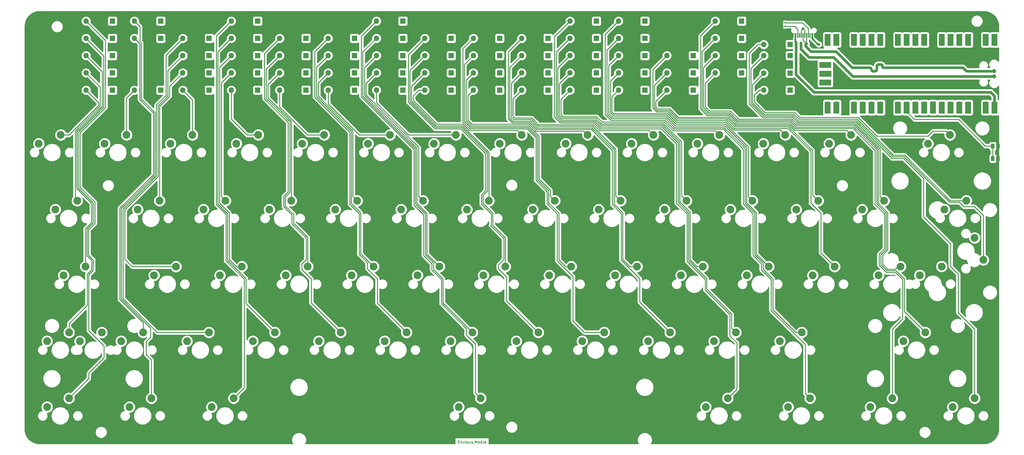
<source format=gtl>
G04 #@! TF.GenerationSoftware,KiCad,Pcbnew,(5.1.9)-1*
G04 #@! TF.CreationDate,2021-05-27T06:35:10+01:00*
G04 #@! TF.ProjectId,Env-KB60F,456e762d-4b42-4363-9046-2e6b69636164,rev?*
G04 #@! TF.SameCoordinates,Original*
G04 #@! TF.FileFunction,Copper,L1,Top*
G04 #@! TF.FilePolarity,Positive*
%FSLAX46Y46*%
G04 Gerber Fmt 4.6, Leading zero omitted, Abs format (unit mm)*
G04 Created by KiCad (PCBNEW (5.1.9)-1) date 2021-05-27 06:35:10*
%MOMM*%
%LPD*%
G01*
G04 APERTURE LIST*
G04 #@! TA.AperFunction,NonConductor*
%ADD10C,0.150000*%
G04 #@! TD*
G04 #@! TA.AperFunction,ComponentPad*
%ADD11O,1.700000X1.700000*%
G04 #@! TD*
G04 #@! TA.AperFunction,SMDPad,CuDef*
%ADD12R,3.500000X1.700000*%
G04 #@! TD*
G04 #@! TA.AperFunction,ComponentPad*
%ADD13R,1.700000X1.700000*%
G04 #@! TD*
G04 #@! TA.AperFunction,SMDPad,CuDef*
%ADD14R,1.700000X3.500000*%
G04 #@! TD*
G04 #@! TA.AperFunction,SMDPad,CuDef*
%ADD15R,0.600000X1.450000*%
G04 #@! TD*
G04 #@! TA.AperFunction,SMDPad,CuDef*
%ADD16R,0.300000X1.450000*%
G04 #@! TD*
G04 #@! TA.AperFunction,ComponentPad*
%ADD17O,1.000000X2.100000*%
G04 #@! TD*
G04 #@! TA.AperFunction,ComponentPad*
%ADD18O,1.000000X1.600000*%
G04 #@! TD*
G04 #@! TA.AperFunction,ComponentPad*
%ADD19O,1.600000X1.600000*%
G04 #@! TD*
G04 #@! TA.AperFunction,ComponentPad*
%ADD20R,1.600000X1.600000*%
G04 #@! TD*
G04 #@! TA.AperFunction,ComponentPad*
%ADD21C,2.250000*%
G04 #@! TD*
G04 #@! TA.AperFunction,SMDPad,CuDef*
%ADD22R,1.050000X1.400000*%
G04 #@! TD*
G04 #@! TA.AperFunction,ViaPad*
%ADD23C,0.800000*%
G04 #@! TD*
G04 #@! TA.AperFunction,ViaPad*
%ADD24C,1.200000*%
G04 #@! TD*
G04 #@! TA.AperFunction,Conductor*
%ADD25C,0.250000*%
G04 #@! TD*
G04 #@! TA.AperFunction,Conductor*
%ADD26C,0.500000*%
G04 #@! TD*
G04 #@! TA.AperFunction,Conductor*
%ADD27C,0.800000*%
G04 #@! TD*
G04 #@! TA.AperFunction,Conductor*
%ADD28C,0.254000*%
G04 #@! TD*
G04 #@! TA.AperFunction,Conductor*
%ADD29C,0.100000*%
G04 #@! TD*
G04 APERTURE END LIST*
D10*
X203019047Y-158267857D02*
X203285714Y-158267857D01*
X203400000Y-158686904D02*
X203019047Y-158686904D01*
X203019047Y-157886904D01*
X203400000Y-157886904D01*
X203742857Y-158153571D02*
X203742857Y-158686904D01*
X203742857Y-158229761D02*
X203780952Y-158191666D01*
X203857142Y-158153571D01*
X203971428Y-158153571D01*
X204047619Y-158191666D01*
X204085714Y-158267857D01*
X204085714Y-158686904D01*
X204390476Y-158153571D02*
X204580952Y-158686904D01*
X204771428Y-158153571D01*
X205076190Y-158686904D02*
X205076190Y-158153571D01*
X205076190Y-157886904D02*
X205038095Y-157925000D01*
X205076190Y-157963095D01*
X205114285Y-157925000D01*
X205076190Y-157886904D01*
X205076190Y-157963095D01*
X205571428Y-158686904D02*
X205495238Y-158648809D01*
X205457142Y-158610714D01*
X205419047Y-158534523D01*
X205419047Y-158305952D01*
X205457142Y-158229761D01*
X205495238Y-158191666D01*
X205571428Y-158153571D01*
X205685714Y-158153571D01*
X205761904Y-158191666D01*
X205800000Y-158229761D01*
X205838095Y-158305952D01*
X205838095Y-158534523D01*
X205800000Y-158610714D01*
X205761904Y-158648809D01*
X205685714Y-158686904D01*
X205571428Y-158686904D01*
X206523809Y-158153571D02*
X206523809Y-158686904D01*
X206180952Y-158153571D02*
X206180952Y-158572619D01*
X206219047Y-158648809D01*
X206295238Y-158686904D01*
X206409523Y-158686904D01*
X206485714Y-158648809D01*
X206523809Y-158610714D01*
X206866666Y-158648809D02*
X206942857Y-158686904D01*
X207095238Y-158686904D01*
X207171428Y-158648809D01*
X207209523Y-158572619D01*
X207209523Y-158534523D01*
X207171428Y-158458333D01*
X207095238Y-158420238D01*
X206980952Y-158420238D01*
X206904761Y-158382142D01*
X206866666Y-158305952D01*
X206866666Y-158267857D01*
X206904761Y-158191666D01*
X206980952Y-158153571D01*
X207095238Y-158153571D01*
X207171428Y-158191666D01*
X207552380Y-158610714D02*
X207590476Y-158648809D01*
X207552380Y-158686904D01*
X207514285Y-158648809D01*
X207552380Y-158610714D01*
X207552380Y-158686904D01*
X207933333Y-158686904D02*
X207933333Y-157886904D01*
X208200000Y-158458333D01*
X208466666Y-157886904D01*
X208466666Y-158686904D01*
X209152380Y-158648809D02*
X209076190Y-158686904D01*
X208923809Y-158686904D01*
X208847619Y-158648809D01*
X208809523Y-158572619D01*
X208809523Y-158267857D01*
X208847619Y-158191666D01*
X208923809Y-158153571D01*
X209076190Y-158153571D01*
X209152380Y-158191666D01*
X209190476Y-158267857D01*
X209190476Y-158344047D01*
X208809523Y-158420238D01*
X209876190Y-158686904D02*
X209876190Y-157886904D01*
X209876190Y-158648809D02*
X209800000Y-158686904D01*
X209647619Y-158686904D01*
X209571428Y-158648809D01*
X209533333Y-158610714D01*
X209495238Y-158534523D01*
X209495238Y-158305952D01*
X209533333Y-158229761D01*
X209571428Y-158191666D01*
X209647619Y-158153571D01*
X209800000Y-158153571D01*
X209876190Y-158191666D01*
X210257142Y-158686904D02*
X210257142Y-158153571D01*
X210257142Y-157886904D02*
X210219047Y-157925000D01*
X210257142Y-157963095D01*
X210295238Y-157925000D01*
X210257142Y-157886904D01*
X210257142Y-157963095D01*
X210980952Y-158686904D02*
X210980952Y-158267857D01*
X210942857Y-158191666D01*
X210866666Y-158153571D01*
X210714285Y-158153571D01*
X210638095Y-158191666D01*
X210980952Y-158648809D02*
X210904761Y-158686904D01*
X210714285Y-158686904D01*
X210638095Y-158648809D01*
X210600000Y-158572619D01*
X210600000Y-158496428D01*
X210638095Y-158420238D01*
X210714285Y-158382142D01*
X210904761Y-158382142D01*
X210980952Y-158344047D01*
D11*
X310100000Y-54290000D03*
D12*
X309200000Y-54290000D03*
D13*
X310100000Y-51750000D03*
D12*
X309200000Y-51750000D03*
D11*
X310100000Y-49210000D03*
D12*
X309200000Y-49210000D03*
D14*
X309870000Y-61540000D03*
X312410000Y-61540000D03*
X314950000Y-61540000D03*
X317490000Y-61540000D03*
X320030000Y-61540000D03*
X322570000Y-61540000D03*
X325110000Y-61540000D03*
X327650000Y-61540000D03*
X330190000Y-61540000D03*
X332730000Y-61540000D03*
X335270000Y-61540000D03*
X337810000Y-61540000D03*
X340350000Y-61540000D03*
X342890000Y-61540000D03*
X345430000Y-61540000D03*
X347970000Y-61540000D03*
X350510000Y-61540000D03*
X353050000Y-61540000D03*
X355590000Y-61540000D03*
X358130000Y-61540000D03*
X309870000Y-41960000D03*
X312410000Y-41960000D03*
X314950000Y-41960000D03*
X317490000Y-41960000D03*
X320030000Y-41960000D03*
X322570000Y-41960000D03*
X325110000Y-41960000D03*
X327650000Y-41960000D03*
X330190000Y-41960000D03*
X332730000Y-41960000D03*
X335270000Y-41960000D03*
X337810000Y-41960000D03*
X340350000Y-41960000D03*
X342890000Y-41960000D03*
X345430000Y-41960000D03*
X347970000Y-41960000D03*
X350510000Y-41960000D03*
X353050000Y-41960000D03*
X355590000Y-41960000D03*
X358130000Y-41960000D03*
D11*
X358130000Y-60640000D03*
X355590000Y-60640000D03*
D13*
X353050000Y-60640000D03*
D11*
X350510000Y-60640000D03*
X347970000Y-60640000D03*
X345430000Y-60640000D03*
X342890000Y-60640000D03*
D13*
X340350000Y-60640000D03*
D11*
X337810000Y-60640000D03*
X335270000Y-60640000D03*
X332730000Y-60640000D03*
X330190000Y-60640000D03*
D13*
X327650000Y-60640000D03*
D11*
X325110000Y-60640000D03*
X322570000Y-60640000D03*
X320030000Y-60640000D03*
X317490000Y-60640000D03*
D13*
X314950000Y-60640000D03*
D11*
X312410000Y-60640000D03*
X309870000Y-60640000D03*
X309870000Y-42860000D03*
X312410000Y-42860000D03*
D13*
X314950000Y-42860000D03*
D11*
X317490000Y-42860000D03*
X320030000Y-42860000D03*
X322570000Y-42860000D03*
X325110000Y-42860000D03*
D13*
X327650000Y-42860000D03*
D11*
X330190000Y-42860000D03*
X332730000Y-42860000D03*
X335270000Y-42860000D03*
X337810000Y-42860000D03*
D13*
X340350000Y-42860000D03*
D11*
X342890000Y-42860000D03*
X345430000Y-42860000D03*
X347970000Y-42860000D03*
X350510000Y-42860000D03*
D13*
X353050000Y-42860000D03*
D11*
X355590000Y-42860000D03*
X358130000Y-42860000D03*
G04 #@! TA.AperFunction,SMDPad,CuDef*
G36*
G01*
X297160000Y-36900000D02*
X297160000Y-37100000D01*
G75*
G02*
X297060000Y-37200000I-100000J0D01*
G01*
X296800000Y-37200000D01*
G75*
G02*
X296700000Y-37100000I0J100000D01*
G01*
X296700000Y-36900000D01*
G75*
G02*
X296800000Y-36800000I100000J0D01*
G01*
X297060000Y-36800000D01*
G75*
G02*
X297160000Y-36900000I0J-100000D01*
G01*
G37*
G04 #@! TD.AperFunction*
G04 #@! TA.AperFunction,SMDPad,CuDef*
G36*
G01*
X297800000Y-36900000D02*
X297800000Y-37100000D01*
G75*
G02*
X297700000Y-37200000I-100000J0D01*
G01*
X297440000Y-37200000D01*
G75*
G02*
X297340000Y-37100000I0J100000D01*
G01*
X297340000Y-36900000D01*
G75*
G02*
X297440000Y-36800000I100000J0D01*
G01*
X297700000Y-36800000D01*
G75*
G02*
X297800000Y-36900000I0J-100000D01*
G01*
G37*
G04 #@! TD.AperFunction*
G04 #@! TA.AperFunction,SMDPad,CuDef*
G36*
G01*
X297340000Y-38100000D02*
X297340000Y-37900000D01*
G75*
G02*
X297440000Y-37800000I100000J0D01*
G01*
X297700000Y-37800000D01*
G75*
G02*
X297800000Y-37900000I0J-100000D01*
G01*
X297800000Y-38100000D01*
G75*
G02*
X297700000Y-38200000I-100000J0D01*
G01*
X297440000Y-38200000D01*
G75*
G02*
X297340000Y-38100000I0J100000D01*
G01*
G37*
G04 #@! TD.AperFunction*
G04 #@! TA.AperFunction,SMDPad,CuDef*
G36*
G01*
X296700000Y-38100000D02*
X296700000Y-37900000D01*
G75*
G02*
X296800000Y-37800000I100000J0D01*
G01*
X297060000Y-37800000D01*
G75*
G02*
X297160000Y-37900000I0J-100000D01*
G01*
X297160000Y-38100000D01*
G75*
G02*
X297060000Y-38200000I-100000J0D01*
G01*
X296800000Y-38200000D01*
G75*
G02*
X296700000Y-38100000I0J100000D01*
G01*
G37*
G04 #@! TD.AperFunction*
D15*
X299770001Y-40650001D03*
X306220001Y-40650001D03*
X300545001Y-40650001D03*
X305445001Y-40650001D03*
D16*
X304745001Y-40650001D03*
X301245001Y-40650001D03*
X304245001Y-40650001D03*
X301745001Y-40650001D03*
X303745001Y-40650001D03*
X302245001Y-40650001D03*
X302745001Y-40650001D03*
X303245001Y-40650001D03*
D17*
X307315001Y-39735001D03*
X298675001Y-39735001D03*
D18*
X307315001Y-35555001D03*
X298675001Y-35555001D03*
D19*
X95380000Y-56500000D03*
D20*
X103000000Y-56500000D03*
D19*
X109380000Y-56500000D03*
D20*
X117000000Y-56500000D03*
D19*
X123380000Y-56500000D03*
D20*
X131000000Y-56500000D03*
D19*
X137380000Y-56500000D03*
D20*
X145000000Y-56500000D03*
D19*
X151380000Y-56500000D03*
D20*
X159000000Y-56500000D03*
D19*
X165380000Y-56500000D03*
D20*
X173000000Y-56500000D03*
D19*
X179380000Y-56500000D03*
D20*
X187000000Y-56500000D03*
D19*
X193380000Y-56500000D03*
D20*
X201000000Y-56500000D03*
D19*
X207380000Y-56500000D03*
D20*
X215000000Y-56500000D03*
X229000000Y-56500000D03*
D19*
X221380000Y-56500000D03*
X235380000Y-56500000D03*
D20*
X243000000Y-56500000D03*
D19*
X249380000Y-56500000D03*
D20*
X257000000Y-56500000D03*
D19*
X263380000Y-56500000D03*
D20*
X271000000Y-56500000D03*
D19*
X291380000Y-56500000D03*
D20*
X299000000Y-56500000D03*
D19*
X95380000Y-51500000D03*
D20*
X103000000Y-51500000D03*
D19*
X123380000Y-51500000D03*
D20*
X131000000Y-51500000D03*
D19*
X137380000Y-51500000D03*
D20*
X145000000Y-51500000D03*
D19*
X151380000Y-51500000D03*
D20*
X159000000Y-51500000D03*
D19*
X165380000Y-51500000D03*
D20*
X173000000Y-51500000D03*
D19*
X179380000Y-51500000D03*
D20*
X187000000Y-51500000D03*
D19*
X193380000Y-51500000D03*
D20*
X201000000Y-51500000D03*
D19*
X207380000Y-51500000D03*
D20*
X215000000Y-51500000D03*
X229000000Y-51500000D03*
D19*
X221380000Y-51500000D03*
X235380000Y-51500000D03*
D20*
X243000000Y-51500000D03*
D19*
X249380000Y-51500000D03*
D20*
X257000000Y-51500000D03*
D19*
X263380000Y-51500000D03*
D20*
X271000000Y-51500000D03*
D19*
X277380000Y-51500000D03*
D20*
X285000000Y-51500000D03*
D19*
X291388800Y-51562000D03*
D20*
X299008800Y-51562000D03*
D19*
X95380000Y-46500000D03*
D20*
X103000000Y-46500000D03*
D19*
X123380000Y-46500000D03*
D20*
X131000000Y-46500000D03*
D19*
X137380000Y-46500000D03*
D20*
X145000000Y-46500000D03*
D19*
X151380000Y-46500000D03*
D20*
X159000000Y-46500000D03*
D19*
X165380000Y-46500000D03*
D20*
X173000000Y-46500000D03*
D19*
X179380000Y-46500000D03*
D20*
X187000000Y-46500000D03*
D19*
X193380000Y-46500000D03*
D20*
X201000000Y-46500000D03*
D19*
X207380000Y-46500000D03*
D20*
X215000000Y-46500000D03*
X229000000Y-46500000D03*
D19*
X221380000Y-46500000D03*
X235380000Y-46500000D03*
D20*
X243000000Y-46500000D03*
D19*
X249380000Y-46500000D03*
D20*
X257000000Y-46500000D03*
D19*
X263380000Y-46500000D03*
D20*
X271000000Y-46500000D03*
D19*
X277380000Y-46500000D03*
D20*
X285000000Y-46500000D03*
D19*
X291380000Y-46500000D03*
D20*
X299000000Y-46500000D03*
D19*
X95380000Y-41500000D03*
D20*
X103000000Y-41500000D03*
D19*
X109380000Y-41500000D03*
D20*
X117000000Y-41500000D03*
D19*
X123380000Y-41500000D03*
D20*
X131000000Y-41500000D03*
D19*
X137380000Y-41500000D03*
D20*
X145000000Y-41500000D03*
D19*
X151380000Y-41500000D03*
D20*
X159000000Y-41500000D03*
D19*
X165380000Y-41500000D03*
D20*
X173000000Y-41500000D03*
D19*
X179380000Y-41500000D03*
D20*
X187000000Y-41500000D03*
D19*
X193380000Y-41500000D03*
D20*
X201000000Y-41500000D03*
D19*
X207380000Y-41500000D03*
D20*
X215000000Y-41500000D03*
X229000000Y-41500000D03*
D19*
X221380000Y-41500000D03*
X235380000Y-41500000D03*
D20*
X243000000Y-41500000D03*
D19*
X249380000Y-41500000D03*
D20*
X257000000Y-41500000D03*
D19*
X277380000Y-41500000D03*
D20*
X285000000Y-41500000D03*
D19*
X95380000Y-36500000D03*
D20*
X103000000Y-36500000D03*
D19*
X109380000Y-36500000D03*
D20*
X117000000Y-36500000D03*
D19*
X137380000Y-36500000D03*
D20*
X145000000Y-36500000D03*
D19*
X179380000Y-36500000D03*
D20*
X187000000Y-36500000D03*
D19*
X235380000Y-36500000D03*
D20*
X243000000Y-36500000D03*
D19*
X249380000Y-36500000D03*
D20*
X257000000Y-36500000D03*
D19*
X277380000Y-36500000D03*
D20*
X285000000Y-36500000D03*
D19*
X291380000Y-43300000D03*
D20*
X299000000Y-43300000D03*
D21*
X99940000Y-126620000D03*
X93590000Y-129160000D03*
X342840000Y-107520000D03*
X336490000Y-110060000D03*
X349990000Y-88470000D03*
X343640000Y-91010000D03*
D22*
X359100000Y-72700000D03*
X359100000Y-76300000D03*
X357650000Y-72700000D03*
X357650000Y-76300000D03*
D21*
X221415000Y-69445000D03*
X215065000Y-71985000D03*
X345240000Y-69445000D03*
X338890000Y-71985000D03*
X92827500Y-88495000D03*
X86477500Y-91035000D03*
X116640000Y-88495000D03*
X110290000Y-91035000D03*
X352383750Y-99265000D03*
X354923750Y-105615000D03*
X90446250Y-126595000D03*
X84096250Y-129135000D03*
X111877500Y-126595000D03*
X105527500Y-129135000D03*
X338096250Y-126595000D03*
X331746250Y-129135000D03*
X90446250Y-145645000D03*
X84096250Y-148185000D03*
X209508750Y-145645000D03*
X203158750Y-148185000D03*
X280946250Y-145645000D03*
X274596250Y-148185000D03*
X88065000Y-69445000D03*
X81715000Y-71985000D03*
X352383750Y-145645000D03*
X346033750Y-148185000D03*
X328571250Y-145645000D03*
X322221250Y-148185000D03*
X304758750Y-145645000D03*
X298408750Y-148185000D03*
X138071250Y-145645000D03*
X131721250Y-148185000D03*
X114258750Y-145645000D03*
X107908750Y-148185000D03*
X302377500Y-126595000D03*
X296027500Y-129135000D03*
X283327500Y-126595000D03*
X276977500Y-129135000D03*
X264277500Y-126595000D03*
X257927500Y-129135000D03*
X245227500Y-126595000D03*
X238877500Y-129135000D03*
X226177500Y-126595000D03*
X219827500Y-129135000D03*
X207127500Y-126595000D03*
X200777500Y-129135000D03*
X188077500Y-126595000D03*
X181727500Y-129135000D03*
X169027500Y-126595000D03*
X162677500Y-129135000D03*
X149977500Y-126595000D03*
X143627500Y-129135000D03*
X130927500Y-126595000D03*
X124577500Y-129135000D03*
X330952500Y-107545000D03*
X324602500Y-110085000D03*
X311902500Y-107545000D03*
X305552500Y-110085000D03*
X292852500Y-107545000D03*
X286502500Y-110085000D03*
X273802500Y-107545000D03*
X267452500Y-110085000D03*
X254752500Y-107545000D03*
X248402500Y-110085000D03*
X235702500Y-107545000D03*
X229352500Y-110085000D03*
X216652500Y-107545000D03*
X210302500Y-110085000D03*
X197602500Y-107545000D03*
X191252500Y-110085000D03*
X178552500Y-107545000D03*
X172202500Y-110085000D03*
X159502500Y-107545000D03*
X153152500Y-110085000D03*
X140452500Y-107545000D03*
X134102500Y-110085000D03*
X121402500Y-107545000D03*
X115052500Y-110085000D03*
X95208750Y-107545000D03*
X88858750Y-110085000D03*
X326190000Y-88495000D03*
X319840000Y-91035000D03*
X307140000Y-88495000D03*
X300790000Y-91035000D03*
X288090000Y-88495000D03*
X281740000Y-91035000D03*
X269040000Y-88495000D03*
X262690000Y-91035000D03*
X249990000Y-88495000D03*
X243640000Y-91035000D03*
X230940000Y-88495000D03*
X224590000Y-91035000D03*
X211890000Y-88495000D03*
X205540000Y-91035000D03*
X192840000Y-88495000D03*
X186490000Y-91035000D03*
X173790000Y-88495000D03*
X167440000Y-91035000D03*
X154740000Y-88495000D03*
X148390000Y-91035000D03*
X135690000Y-88495000D03*
X129340000Y-91035000D03*
X316665000Y-69445000D03*
X310315000Y-71985000D03*
X297615000Y-69445000D03*
X291265000Y-71985000D03*
X278565000Y-69445000D03*
X272215000Y-71985000D03*
X259515000Y-69445000D03*
X253165000Y-71985000D03*
X240465000Y-69445000D03*
X234115000Y-71985000D03*
X202365000Y-69445000D03*
X196015000Y-71985000D03*
X183315000Y-69445000D03*
X176965000Y-71985000D03*
X164265000Y-69445000D03*
X157915000Y-71985000D03*
X145215000Y-69445000D03*
X138865000Y-71985000D03*
X126165000Y-69445000D03*
X119815000Y-71985000D03*
X107115000Y-69445000D03*
X100765000Y-71985000D03*
D23*
X306300000Y-51750000D03*
X312500000Y-51750000D03*
X306300000Y-62000000D03*
X300750000Y-42600000D03*
X307300000Y-43250000D03*
D24*
X358000000Y-51000000D03*
D23*
X303750000Y-43000000D03*
D24*
X358000000Y-52500000D03*
D23*
X302767500Y-38700000D03*
X302125000Y-42875000D03*
D25*
X88065000Y-69445000D02*
X90509360Y-69445000D01*
X90509360Y-69445000D02*
X99049990Y-60904370D01*
X99049990Y-60169990D02*
X95380000Y-56500000D01*
X99049990Y-60904370D02*
X99049990Y-60169990D01*
X107115000Y-58765000D02*
X109380000Y-56500000D01*
X107115000Y-69445000D02*
X107115000Y-58765000D01*
X126165000Y-59285000D02*
X123380000Y-56500000D01*
X126165000Y-69445000D02*
X126165000Y-59285000D01*
X145215000Y-69445000D02*
X141945000Y-69445000D01*
X137380000Y-64880000D02*
X137380000Y-56500000D01*
X141945000Y-69445000D02*
X137380000Y-64880000D01*
X151380000Y-60880000D02*
X151380000Y-56500000D01*
X151380000Y-61380000D02*
X151380000Y-60880000D01*
X159445000Y-69445000D02*
X151380000Y-61380000D01*
X164265000Y-69445000D02*
X159445000Y-69445000D01*
X165380000Y-60470770D02*
X165380000Y-56500000D01*
X174354230Y-69445000D02*
X165380000Y-60470770D01*
X183315000Y-69445000D02*
X174354230Y-69445000D01*
X193345000Y-69445000D02*
X188645000Y-69445000D01*
X202365000Y-69445000D02*
X193345000Y-69445000D01*
X193345000Y-69445000D02*
X193190640Y-69445000D01*
X179380000Y-60180000D02*
X179380000Y-56500000D01*
X188645000Y-69445000D02*
X179380000Y-60180000D01*
X191600000Y-56500000D02*
X193380000Y-56500000D01*
X189950030Y-58149970D02*
X191600000Y-56500000D01*
X189950030Y-59440800D02*
X189950030Y-58149970D01*
X196859200Y-66349970D02*
X189950030Y-59440800D01*
X204386380Y-66349970D02*
X196859200Y-66349970D01*
X206186410Y-68150000D02*
X204386380Y-66349970D01*
X220120000Y-68150000D02*
X206186410Y-68150000D01*
X221415000Y-69445000D02*
X220120000Y-68150000D01*
X225559230Y-68350000D02*
X223559200Y-66349970D01*
X239370000Y-68350000D02*
X225559230Y-68350000D01*
X240465000Y-69445000D02*
X239370000Y-68350000D01*
X223559200Y-66349970D02*
X217049970Y-66349970D01*
X217049970Y-66349970D02*
X216886380Y-66349970D01*
X205800000Y-58080000D02*
X207380000Y-56500000D01*
X205800000Y-65163590D02*
X205800000Y-58080000D01*
X206986380Y-66349970D02*
X205800000Y-65163590D01*
X217049970Y-66349970D02*
X206986380Y-66349970D01*
X218850030Y-59029970D02*
X221380000Y-56500000D01*
X218850030Y-64150030D02*
X218850030Y-59029970D01*
X224304800Y-64549930D02*
X219249930Y-64549930D01*
X225254870Y-65500000D02*
X224304800Y-64549930D01*
X225272820Y-65500000D02*
X225254870Y-65500000D01*
X226222820Y-66450000D02*
X225272820Y-65500000D01*
X242150000Y-66450000D02*
X226222820Y-66450000D01*
X243900000Y-68200000D02*
X242150000Y-66450000D01*
X219249930Y-64549930D02*
X218850030Y-64150030D01*
X258270000Y-68200000D02*
X243900000Y-68200000D01*
X259515000Y-69445000D02*
X258270000Y-68200000D01*
X235380000Y-56500000D02*
X232700040Y-59179960D01*
X233325591Y-64199951D02*
X243082002Y-64199952D01*
X244632040Y-65749990D02*
X248450010Y-65749990D01*
X265200000Y-68300000D02*
X262649990Y-65749990D01*
X278565000Y-69445000D02*
X277420000Y-68300000D01*
X262649990Y-65749990D02*
X248450010Y-65749990D01*
X243082002Y-64199952D02*
X244632040Y-65749990D01*
X277420000Y-68300000D02*
X265200000Y-68300000D01*
X232700040Y-63574400D02*
X233325591Y-64199951D01*
X232700040Y-59179960D02*
X232700040Y-63574400D01*
X296170000Y-68000000D02*
X297615000Y-69445000D01*
X280500000Y-65800000D02*
X282700000Y-68000000D01*
X266200000Y-65800000D02*
X280500000Y-65800000D01*
X263649990Y-63249990D02*
X266200000Y-65800000D01*
X247886400Y-63249990D02*
X263649990Y-63249990D01*
X282700000Y-68000000D02*
X296170000Y-68000000D01*
X247500000Y-62863590D02*
X247886400Y-63249990D01*
X247500000Y-58380000D02*
X247500000Y-62863590D01*
X249380000Y-56500000D02*
X247500000Y-58380000D01*
X283259210Y-66649980D02*
X280959230Y-64350000D01*
X298822800Y-66649980D02*
X283259210Y-66649980D01*
X300272820Y-68100000D02*
X298822800Y-66649980D01*
X315320000Y-68100000D02*
X300272820Y-68100000D01*
X316665000Y-69445000D02*
X315320000Y-68100000D01*
X280959230Y-64350000D02*
X266659230Y-64350000D01*
X266659230Y-64350000D02*
X264209190Y-61899960D01*
X260799960Y-61899960D02*
X260200020Y-61300020D01*
X264209190Y-61899960D02*
X260799960Y-61899960D01*
X260200020Y-59679980D02*
X263380000Y-56500000D01*
X260200020Y-61300020D02*
X260200020Y-59679980D01*
X324100000Y-69800000D02*
X318700000Y-64400000D01*
X290100000Y-56500000D02*
X291380000Y-56500000D01*
X318700000Y-64400000D02*
X301800000Y-64400000D01*
X301800000Y-64400000D02*
X300400000Y-63000000D01*
X300400000Y-63000000D02*
X291700000Y-63000000D01*
X288600000Y-59900000D02*
X288600000Y-58000000D01*
X288600000Y-58000000D02*
X290100000Y-56500000D01*
X291700000Y-63000000D02*
X288600000Y-59900000D01*
X338928998Y-69800000D02*
X324100000Y-69800000D01*
X340376498Y-68352500D02*
X338928998Y-69800000D01*
X344147500Y-68352500D02*
X340376498Y-68352500D01*
X345240000Y-69445000D02*
X344147500Y-68352500D01*
X99500000Y-55620000D02*
X95380000Y-51500000D01*
X99500000Y-61090770D02*
X99500000Y-55620000D01*
X92250003Y-68340767D02*
X99500000Y-61090770D01*
X92250000Y-87917500D02*
X92250003Y-68340767D01*
X92827500Y-88495000D02*
X92250000Y-87917500D01*
X119500000Y-58272820D02*
X119500000Y-55380000D01*
X116640000Y-61132820D02*
X119500000Y-58272820D01*
X119500000Y-55380000D02*
X123380000Y-51500000D01*
X116640000Y-88495000D02*
X116640000Y-61132820D01*
X134500000Y-54380000D02*
X137380000Y-51500000D01*
X134500000Y-87305000D02*
X134500000Y-54380000D01*
X135690000Y-88495000D02*
X134500000Y-87305000D01*
X154740000Y-66740000D02*
X154739998Y-65467178D01*
X154740000Y-88495000D02*
X154740000Y-66740000D01*
X154739998Y-65467178D02*
X148000000Y-58727180D01*
X148000000Y-54880000D02*
X151380000Y-51500000D01*
X148000000Y-58727180D02*
X148000000Y-54880000D01*
X162500000Y-54380000D02*
X165380000Y-51500000D01*
X172550010Y-68277190D02*
X162500000Y-58227180D01*
X162500000Y-58227180D02*
X162500000Y-54380000D01*
X172550010Y-87255010D02*
X172550010Y-68277190D01*
X173790000Y-88495000D02*
X172550010Y-87255010D01*
X192840000Y-88495000D02*
X191550010Y-87205010D01*
X191550010Y-87205010D02*
X191550009Y-73040779D01*
X191550009Y-73040779D02*
X176350030Y-57840800D01*
X176350030Y-54529970D02*
X179380000Y-51500000D01*
X176350030Y-57840800D02*
X176350030Y-54529970D01*
X189500020Y-59627200D02*
X189500020Y-55379980D01*
X196672800Y-66799980D02*
X189500020Y-59627200D01*
X204199980Y-66799980D02*
X196672800Y-66799980D01*
X189500020Y-55379980D02*
X193380000Y-51500000D01*
X211890000Y-74490000D02*
X204199980Y-66799980D01*
X211890000Y-88495000D02*
X211890000Y-74490000D01*
X226400020Y-73900020D02*
X226400020Y-74300000D01*
X226400020Y-69827200D02*
X226400020Y-73900020D01*
X223372802Y-66799982D02*
X223436410Y-66863590D01*
X223436410Y-66863590D02*
X226400020Y-69827200D01*
X226400020Y-82163590D02*
X226400020Y-73900020D01*
X229700000Y-87255000D02*
X229700000Y-85463570D01*
X229700000Y-85463570D02*
X226400020Y-82163590D01*
X230940000Y-88495000D02*
X229700000Y-87255000D01*
X205272840Y-65272840D02*
X205272840Y-53607160D01*
X205272840Y-53607160D02*
X207380000Y-51500000D01*
X206799980Y-66799980D02*
X205272840Y-65272840D01*
X223372800Y-66799980D02*
X206799980Y-66799980D01*
X223436410Y-66863590D02*
X223372800Y-66799980D01*
X218400020Y-64427200D02*
X218400020Y-54479980D01*
X225136410Y-66000000D02*
X225118460Y-66000000D01*
X224118400Y-64999940D02*
X218972760Y-64999940D01*
X225118460Y-66000000D02*
X224118400Y-64999940D01*
X226036410Y-66900000D02*
X225136410Y-66000000D01*
X218972760Y-64999940D02*
X218400020Y-64427200D01*
X241900000Y-66900000D02*
X226036410Y-66900000D01*
X218400020Y-54479980D02*
X221380000Y-51500000D01*
X248600000Y-73600000D02*
X241900000Y-66900000D01*
X248600000Y-87105000D02*
X248600000Y-73600000D01*
X249990000Y-88495000D02*
X248600000Y-87105000D01*
X269040000Y-88495000D02*
X267600000Y-87055000D01*
X267600000Y-71400000D02*
X262400000Y-66200000D01*
X233139191Y-64649961D02*
X232250030Y-63760800D01*
X267600000Y-87055000D02*
X267600000Y-71400000D01*
X262400000Y-66200000D02*
X244445640Y-66200000D01*
X244445640Y-66200000D02*
X242895601Y-64649961D01*
X242895601Y-64649961D02*
X233139191Y-64649961D01*
X232250030Y-63760800D02*
X232250030Y-54629970D01*
X232250030Y-54629970D02*
X235380000Y-51500000D01*
X266000000Y-66300000D02*
X263400000Y-63700000D01*
X280300000Y-66300000D02*
X266000000Y-66300000D01*
X286900000Y-72900000D02*
X280300000Y-66300000D01*
X286900000Y-87305000D02*
X286900000Y-72900000D01*
X288090000Y-88495000D02*
X286900000Y-87305000D01*
X263400000Y-63700000D02*
X247700000Y-63700000D01*
X247700000Y-63700000D02*
X247000000Y-63000000D01*
X247000000Y-53880000D02*
X249380000Y-51500000D01*
X247000000Y-63000000D02*
X247000000Y-53880000D01*
X259750010Y-55129990D02*
X263380000Y-51500000D01*
X260586380Y-62349970D02*
X259750010Y-61513600D01*
X264022790Y-62349970D02*
X260586380Y-62349970D01*
X259750010Y-61513600D02*
X259750010Y-55129990D01*
X266472820Y-64800000D02*
X264022790Y-62349970D01*
X280772820Y-64800000D02*
X266472820Y-64800000D01*
X283072810Y-67099990D02*
X280772820Y-64800000D01*
X298636400Y-67099990D02*
X283072810Y-67099990D01*
X305500000Y-73963590D02*
X298636400Y-67099990D01*
X305500000Y-86855000D02*
X305500000Y-73963590D01*
X307140000Y-88495000D02*
X305500000Y-86855000D01*
X349990000Y-88470000D02*
X345342820Y-88470000D01*
X332172800Y-75299980D02*
X328818440Y-75299980D01*
X345342820Y-88470000D02*
X332172800Y-75299980D01*
X328818440Y-75299980D02*
X327200000Y-73681540D01*
X327200000Y-73681540D02*
X319559230Y-66040770D01*
X319559230Y-66040770D02*
X318418400Y-64899940D01*
X318418400Y-64899940D02*
X301527630Y-64899940D01*
X301527630Y-64899940D02*
X300127600Y-63499910D01*
X291472730Y-63499910D02*
X291400000Y-63427180D01*
X300127600Y-63499910D02*
X291700090Y-63499910D01*
X291700090Y-63499910D02*
X291472730Y-63499910D01*
X291472730Y-63499910D02*
X288100020Y-60127200D01*
X288100020Y-54850780D02*
X291388800Y-51562000D01*
X288100020Y-60127200D02*
X288100020Y-54850780D01*
X97000000Y-89250000D02*
X92700010Y-84950010D01*
X97000000Y-94750000D02*
X97000000Y-89250000D01*
X95208750Y-96541250D02*
X97000000Y-94750000D01*
X95208750Y-107545000D02*
X95208750Y-96541250D01*
X92700010Y-84950010D02*
X92700010Y-75299990D01*
X92700010Y-74799990D02*
X92700012Y-68527168D01*
X92700010Y-75299990D02*
X92700010Y-74799990D01*
X92700010Y-74799990D02*
X92700010Y-74599990D01*
X92700012Y-68527168D02*
X100049990Y-61177190D01*
X100049990Y-51169990D02*
X95380000Y-46500000D01*
X100049990Y-61177190D02*
X100049990Y-51169990D01*
X119000000Y-50880000D02*
X123380000Y-46500000D01*
X119000000Y-58136410D02*
X119000000Y-50880000D01*
X116189991Y-81510010D02*
X116189991Y-60946419D01*
X116189991Y-60946419D02*
X119000000Y-58136410D01*
X106600000Y-91100000D02*
X116189991Y-81510010D01*
X106600000Y-105400000D02*
X106600000Y-91100000D01*
X108745000Y-107545000D02*
X106600000Y-105400000D01*
X121402500Y-107545000D02*
X108745000Y-107545000D01*
X136800000Y-92000000D02*
X134000000Y-89200000D01*
X136800000Y-105500000D02*
X136800000Y-92000000D01*
X138845000Y-107545000D02*
X136800000Y-105500000D01*
X140452500Y-107545000D02*
X138845000Y-107545000D01*
X134000000Y-49880000D02*
X137380000Y-46500000D01*
X134000000Y-66500000D02*
X134000000Y-49880000D01*
X134000000Y-89200000D02*
X134000000Y-66500000D01*
X134000000Y-66500000D02*
X134000000Y-66372820D01*
X153000000Y-87400000D02*
X154289989Y-86110011D01*
X153000000Y-90000000D02*
X153000000Y-87400000D01*
X155400000Y-92400000D02*
X153000000Y-90000000D01*
X155400000Y-95000000D02*
X155400000Y-92400000D01*
X159502500Y-99102500D02*
X155400000Y-95000000D01*
X159502500Y-107545000D02*
X159502500Y-99102500D01*
X154289989Y-86110011D02*
X154289989Y-66289989D01*
X147500000Y-50380000D02*
X151380000Y-46500000D01*
X147500000Y-58863590D02*
X147500000Y-50380000D01*
X154289989Y-65653579D02*
X147500000Y-58863590D01*
X154289989Y-66289989D02*
X154289989Y-65653579D01*
X162000000Y-49880000D02*
X165380000Y-46500000D01*
X162000000Y-58363590D02*
X162000000Y-49880000D01*
X172100000Y-68463590D02*
X162000000Y-58363590D01*
X172100000Y-89300000D02*
X172100000Y-68463590D01*
X174800000Y-92000000D02*
X172100000Y-89300000D01*
X174800000Y-103792500D02*
X174800000Y-92000000D01*
X178552500Y-107545000D02*
X174800000Y-103792500D01*
X193950011Y-92113600D02*
X191100002Y-89263591D01*
X193950011Y-103892511D02*
X193950011Y-92113600D01*
X191100002Y-89263591D02*
X191100002Y-86699998D01*
X197602500Y-107545000D02*
X193950011Y-103892511D01*
X191100002Y-86699998D02*
X191100000Y-73227180D01*
X191100000Y-73227180D02*
X175900020Y-58027200D01*
X175900020Y-49979980D02*
X179380000Y-46500000D01*
X175900020Y-58027200D02*
X175900020Y-49979980D01*
X189050010Y-50829990D02*
X193380000Y-46500000D01*
X189050010Y-59813600D02*
X189050010Y-50829990D01*
X196486400Y-67249990D02*
X189050010Y-59813600D01*
X211439990Y-85660010D02*
X211439990Y-74676400D01*
X210200000Y-86900000D02*
X211439990Y-85660010D01*
X213000000Y-92100000D02*
X210200000Y-89300000D01*
X210200000Y-89300000D02*
X210200000Y-86900000D01*
X213000000Y-95600000D02*
X213000000Y-92100000D01*
X216652500Y-99252500D02*
X213000000Y-95600000D01*
X204013580Y-67249990D02*
X196486400Y-67249990D01*
X211439990Y-74676400D02*
X204013580Y-67249990D01*
X216652500Y-107545000D02*
X216652500Y-99252500D01*
X223186401Y-67249991D02*
X223518205Y-67581795D01*
X225950010Y-82413600D02*
X225950010Y-70013600D01*
X225950010Y-70013600D02*
X223518205Y-67581795D01*
X229200000Y-85663590D02*
X225950010Y-82413600D01*
X229200000Y-89200000D02*
X229200000Y-85663590D01*
X232100000Y-92100000D02*
X229200000Y-89200000D01*
X232100000Y-105600000D02*
X232100000Y-92100000D01*
X234045000Y-107545000D02*
X232100000Y-105600000D01*
X235702500Y-107545000D02*
X234045000Y-107545000D01*
X204822830Y-49057170D02*
X207380000Y-46500000D01*
X204822830Y-65513600D02*
X204822830Y-49057170D01*
X206559220Y-67249990D02*
X204822830Y-65513600D01*
X223186400Y-67249990D02*
X206559220Y-67249990D01*
X223518205Y-67581795D02*
X223186400Y-67249990D01*
X217950010Y-49929990D02*
X221380000Y-46500000D01*
X254752500Y-107545000D02*
X252645000Y-107545000D01*
X241700000Y-67400000D02*
X225900000Y-67400000D01*
X217950010Y-64613600D02*
X217950010Y-49929990D01*
X252645000Y-107545000D02*
X250600000Y-105500000D01*
X250600000Y-105500000D02*
X250600000Y-92000000D01*
X225000000Y-66500000D02*
X224982050Y-66500000D01*
X250600000Y-92000000D02*
X248100000Y-89500000D01*
X248100000Y-89500000D02*
X248100000Y-73800000D01*
X248100000Y-73800000D02*
X241700000Y-67400000D01*
X218786360Y-65449950D02*
X217950010Y-64613600D01*
X225900000Y-67400000D02*
X225000000Y-66500000D01*
X224982050Y-66500000D02*
X223932000Y-65449950D01*
X223932000Y-65449950D02*
X218786360Y-65449950D01*
X270100000Y-105600000D02*
X270100000Y-91800000D01*
X272045000Y-107545000D02*
X270100000Y-105600000D01*
X267100000Y-71600000D02*
X262200000Y-66700000D01*
X231800020Y-50079980D02*
X235380000Y-46500000D01*
X244309230Y-66700000D02*
X242709200Y-65099970D01*
X273802500Y-107545000D02*
X272045000Y-107545000D01*
X270100000Y-91800000D02*
X267100000Y-88800000D01*
X267100000Y-88800000D02*
X267100000Y-71600000D01*
X262200000Y-66700000D02*
X244309230Y-66700000D01*
X242709200Y-65099970D02*
X232952790Y-65099970D01*
X232952790Y-65099970D02*
X231800020Y-63947200D01*
X231800020Y-63947200D02*
X231800020Y-50079980D01*
X246500000Y-49380000D02*
X249380000Y-46500000D01*
X246500000Y-63227180D02*
X246500000Y-49380000D01*
X263200000Y-64200000D02*
X247472820Y-64200000D01*
X265800000Y-66800000D02*
X263200000Y-64200000D01*
X286400000Y-73100000D02*
X280100000Y-66800000D01*
X280100000Y-66800000D02*
X265800000Y-66800000D01*
X286400000Y-89100000D02*
X286400000Y-73100000D01*
X247472820Y-64200000D02*
X246500000Y-63227180D01*
X289200000Y-91900000D02*
X286400000Y-89100000D01*
X289200000Y-103892500D02*
X289200000Y-91900000D01*
X292852500Y-107545000D02*
X289200000Y-103892500D01*
X282886410Y-67550000D02*
X280636410Y-65300000D01*
X298450000Y-67550000D02*
X282886410Y-67550000D01*
X305000000Y-74100000D02*
X298450000Y-67550000D01*
X305000000Y-89200000D02*
X305000000Y-74100000D01*
X307900000Y-92100000D02*
X305000000Y-89200000D01*
X307900000Y-103542500D02*
X307900000Y-92100000D01*
X311902500Y-107545000D02*
X307900000Y-103542500D01*
X280636410Y-65300000D02*
X274700000Y-65300000D01*
X274700000Y-65300000D02*
X274563590Y-65300000D01*
X259300000Y-50580000D02*
X263380000Y-46500000D01*
X259300000Y-61700000D02*
X259300000Y-50580000D01*
X260399980Y-62799980D02*
X259300000Y-61700000D01*
X263836390Y-62799980D02*
X260399980Y-62799980D01*
X266336410Y-65300000D02*
X263836390Y-62799980D01*
X274700000Y-65300000D02*
X266336410Y-65300000D01*
X325000000Y-87305000D02*
X326190000Y-88495000D01*
X325000000Y-73390770D02*
X325000000Y-87305000D01*
X300968430Y-66249970D02*
X317859200Y-66249970D01*
X317859200Y-66249970D02*
X325000000Y-73390770D01*
X299568400Y-64849940D02*
X300968430Y-66249970D01*
X284049940Y-64849940D02*
X299568400Y-64849940D01*
X281749960Y-62549960D02*
X284049940Y-64849940D01*
X275659190Y-62549960D02*
X281749960Y-62549960D01*
X274450030Y-61340800D02*
X275659190Y-62549960D01*
X274450030Y-54429970D02*
X274450030Y-61340800D01*
X277380000Y-51500000D02*
X274450030Y-54429970D01*
X274000020Y-49879980D02*
X277380000Y-46500000D01*
X275472790Y-62999970D02*
X274000020Y-61527200D01*
X281518430Y-62999970D02*
X275472790Y-62999970D01*
X283818410Y-65299950D02*
X281518430Y-62999970D01*
X330155000Y-107545000D02*
X329381814Y-108318186D01*
X329381814Y-108318186D02*
X327241006Y-108318186D01*
X325750000Y-106827180D02*
X325750000Y-104222800D01*
X327241006Y-108318186D02*
X325750000Y-106827180D01*
X274000020Y-61527200D02*
X274000020Y-49879980D01*
X325750000Y-104222800D02*
X327250000Y-102722800D01*
X324500000Y-89200000D02*
X324500000Y-73527180D01*
X317672800Y-66699980D02*
X300782030Y-66699980D01*
X324500000Y-73527180D02*
X317672800Y-66699980D01*
X330952500Y-107545000D02*
X330155000Y-107545000D01*
X327250000Y-102722800D02*
X327250000Y-91950000D01*
X299382000Y-65299950D02*
X283818410Y-65299950D01*
X327250000Y-91950000D02*
X324500000Y-89200000D01*
X300782030Y-66699980D02*
X299382000Y-65299950D01*
X287650010Y-50229990D02*
X291380000Y-46500000D01*
X354923750Y-105615000D02*
X354923750Y-92723750D01*
X352400000Y-90200000D02*
X349200000Y-90200000D01*
X349200000Y-90200000D02*
X347920010Y-88920010D01*
X347920010Y-88920010D02*
X345156420Y-88920010D01*
X345156420Y-88920010D02*
X331986400Y-75749990D01*
X331986400Y-75749990D02*
X328632040Y-75749990D01*
X354923750Y-92723750D02*
X352400000Y-90200000D01*
X299941200Y-63949920D02*
X291286330Y-63949920D01*
X291286330Y-63949920D02*
X287650010Y-60313600D01*
X328632040Y-75749990D02*
X318232000Y-65349950D01*
X318232000Y-65349950D02*
X301341230Y-65349950D01*
X301341230Y-65349950D02*
X299941200Y-63949920D01*
X287650010Y-60313600D02*
X287650010Y-50229990D01*
X90446250Y-126595000D02*
X90446250Y-124053750D01*
X95750000Y-118750000D02*
X95750000Y-109750000D01*
X95658760Y-104408760D02*
X95658760Y-96727650D01*
X90446250Y-124053750D02*
X95750000Y-118750000D01*
X97000000Y-108500000D02*
X97000000Y-105750000D01*
X97000000Y-105750000D02*
X95658760Y-104408760D01*
X95750000Y-109750000D02*
X97000000Y-108500000D01*
X95658760Y-96727650D02*
X97450010Y-94936400D01*
X97450010Y-94936400D02*
X97450009Y-89063599D01*
X97450009Y-89063599D02*
X93150020Y-84763610D01*
X93150020Y-75150020D02*
X93150021Y-68713569D01*
X93150020Y-84763610D02*
X93150020Y-75150020D01*
X93150020Y-75150020D02*
X93150020Y-74799980D01*
X93150021Y-68713569D02*
X100500000Y-61363590D01*
X100500000Y-46620000D02*
X95380000Y-41500000D01*
X100500000Y-61363590D02*
X100500000Y-46620000D01*
X110900000Y-59200000D02*
X110900000Y-43020000D01*
X114839961Y-63139961D02*
X110900000Y-59200000D01*
X114839961Y-80927189D02*
X114839961Y-63139961D01*
X105149990Y-91250010D02*
X105149991Y-90617159D01*
X105100000Y-91300000D02*
X105149990Y-91250010D01*
X105100000Y-117050000D02*
X105100000Y-91300000D01*
X110900000Y-43020000D02*
X109380000Y-41500000D01*
X105149991Y-90617159D02*
X114839961Y-80927189D01*
X111877500Y-123827500D02*
X105100000Y-117050000D01*
X111877500Y-126595000D02*
X111877500Y-123827500D01*
X115739980Y-60760020D02*
X118500000Y-58000000D01*
X118500000Y-46380000D02*
X123380000Y-41500000D01*
X115739980Y-81323610D02*
X115739980Y-60760020D01*
X106100000Y-90963590D02*
X115739980Y-81323610D01*
X118500000Y-58000000D02*
X118500000Y-46380000D01*
X106100000Y-116750000D02*
X106100000Y-90963590D01*
X115945000Y-126595000D02*
X106100000Y-116750000D01*
X130927500Y-126595000D02*
X115945000Y-126595000D01*
X133500000Y-45380000D02*
X137380000Y-41500000D01*
X133500000Y-89400000D02*
X133500000Y-45380000D01*
X136300000Y-92200000D02*
X133500000Y-89400000D01*
X136300000Y-105700000D02*
X136300000Y-92200000D01*
X141600000Y-111000000D02*
X136300000Y-105700000D01*
X141600000Y-118217500D02*
X141600000Y-111000000D01*
X149977500Y-126595000D02*
X141600000Y-118217500D01*
X147000000Y-59000000D02*
X147000000Y-45880000D01*
X159052490Y-105547510D02*
X159052490Y-99288900D01*
X160500000Y-111100000D02*
X157800000Y-108400000D01*
X147000000Y-45880000D02*
X151380000Y-41500000D01*
X157800000Y-108400000D02*
X157800000Y-106800000D01*
X157800000Y-106800000D02*
X159052490Y-105547510D01*
X153839980Y-65839980D02*
X147000000Y-59000000D01*
X154949991Y-95186401D02*
X154949990Y-92586400D01*
X169027500Y-126595000D02*
X160500000Y-118067500D01*
X152549990Y-87213600D02*
X153839980Y-85923610D01*
X160500000Y-118067500D02*
X160500000Y-111100000D01*
X154949990Y-92586400D02*
X152549990Y-90186400D01*
X152549990Y-90186400D02*
X152549990Y-87213600D01*
X159052490Y-99288900D02*
X154949991Y-95186401D01*
X153839980Y-85923610D02*
X153839980Y-65839980D01*
X171649990Y-89486400D02*
X171649991Y-87613599D01*
X176800000Y-106428910D02*
X174349990Y-103978900D01*
X176800000Y-108200000D02*
X176800000Y-106428910D01*
X174349990Y-92186400D02*
X171649990Y-89486400D01*
X179600000Y-111000000D02*
X176800000Y-108200000D01*
X179600000Y-118117500D02*
X179600000Y-111000000D01*
X174349990Y-103978900D02*
X174349990Y-92186400D01*
X188077500Y-126595000D02*
X179600000Y-118117500D01*
X171649991Y-87613599D02*
X171649991Y-68649991D01*
X171649991Y-68649991D02*
X161500000Y-58500000D01*
X161500000Y-45380000D02*
X165380000Y-41500000D01*
X161500000Y-58500000D02*
X161500000Y-45380000D01*
X175450010Y-45429990D02*
X179380000Y-41500000D01*
X175450010Y-58213600D02*
X175450010Y-45429990D01*
X190649991Y-73413581D02*
X175450010Y-58213600D01*
X190649991Y-89449991D02*
X190649991Y-73413581D01*
X193500000Y-92300000D02*
X190649991Y-89449991D01*
X193500000Y-104078910D02*
X193500000Y-92300000D01*
X198600000Y-111100000D02*
X195900000Y-108400000D01*
X195900000Y-106478910D02*
X193500000Y-104078910D01*
X195900000Y-108400000D02*
X195900000Y-106478910D01*
X198600000Y-118067500D02*
X198600000Y-111100000D01*
X207127500Y-126595000D02*
X198600000Y-118067500D01*
X226177500Y-126595000D02*
X217000000Y-117417500D01*
X217000000Y-117417500D02*
X217000000Y-110500000D01*
X217000000Y-110500000D02*
X214700000Y-108200000D01*
X214700000Y-108200000D02*
X214700000Y-107000000D01*
X214700000Y-107000000D02*
X216200000Y-105500000D01*
X216200000Y-105500000D02*
X216200000Y-99436410D01*
X216200000Y-99436410D02*
X213281795Y-96518205D01*
X213281795Y-96518205D02*
X212431795Y-95668205D01*
X210989980Y-74862800D02*
X203931786Y-67804606D01*
X210989980Y-85473610D02*
X210989980Y-74862800D01*
X209749990Y-86713600D02*
X210989980Y-85473610D01*
X209749990Y-89486400D02*
X209749990Y-86713600D01*
X212549990Y-92286400D02*
X209749990Y-89486400D01*
X212549990Y-95786400D02*
X212549990Y-92286400D01*
X213281795Y-96518205D02*
X212549990Y-95786400D01*
X188600000Y-46280000D02*
X193380000Y-41500000D01*
X188600000Y-60000000D02*
X188600000Y-46280000D01*
X196300000Y-67700000D02*
X188600000Y-60000000D01*
X203827180Y-67700000D02*
X196300000Y-67700000D01*
X203931786Y-67804606D02*
X203827180Y-67700000D01*
X245227500Y-126595000D02*
X239495000Y-126595000D01*
X225500000Y-82600000D02*
X225500000Y-70200000D01*
X204372820Y-65700000D02*
X204372820Y-44507180D01*
X239495000Y-126595000D02*
X236200000Y-123300000D01*
X228749990Y-85849990D02*
X225500000Y-82600000D01*
X236200000Y-123300000D02*
X236200000Y-110400000D01*
X204372820Y-44507180D02*
X207380000Y-41500000D01*
X206372820Y-67700000D02*
X204372820Y-65700000D01*
X236200000Y-110400000D02*
X231649990Y-105849990D01*
X231649990Y-105849990D02*
X231649990Y-92286400D01*
X231649990Y-92286400D02*
X228749991Y-89386401D01*
X228749991Y-89386401D02*
X228749990Y-85849990D01*
X225500000Y-70200000D02*
X223000000Y-67700000D01*
X223000000Y-67700000D02*
X206372820Y-67700000D01*
X217500000Y-64800000D02*
X217500000Y-45380000D01*
X218599960Y-65899960D02*
X217500000Y-64800000D01*
X223745600Y-65899960D02*
X218599960Y-65899960D01*
X225695651Y-67850011D02*
X223745600Y-65899960D01*
X241513601Y-67850011D02*
X225695651Y-67850011D01*
X247600000Y-89636410D02*
X247600000Y-73936410D01*
X250149989Y-92186399D02*
X247600000Y-89636410D01*
X217500000Y-45380000D02*
X221380000Y-41500000D01*
X250149989Y-105686400D02*
X250149989Y-92186399D01*
X255500000Y-111036411D02*
X250149989Y-105686400D01*
X255500000Y-117817500D02*
X255500000Y-111036411D01*
X247600000Y-73936410D02*
X241513601Y-67850011D01*
X264277500Y-126595000D02*
X255500000Y-117817500D01*
X269649989Y-105786400D02*
X269649989Y-92049989D01*
X231350010Y-64133600D02*
X231350010Y-45529990D01*
X242522800Y-65549980D02*
X232766390Y-65549980D01*
X274900000Y-114100000D02*
X274900000Y-111036411D01*
X283327500Y-126595000D02*
X282100000Y-125367500D01*
X282100000Y-125367500D02*
X282100000Y-121300000D01*
X282100000Y-121300000D02*
X274900000Y-114100000D01*
X274900000Y-111036411D02*
X269649989Y-105786400D01*
X269649989Y-92049989D02*
X266649990Y-89049990D01*
X266649990Y-89049990D02*
X266649990Y-71849990D01*
X266649990Y-71849990D02*
X262000000Y-67200000D01*
X262000000Y-67200000D02*
X244172820Y-67200000D01*
X244172820Y-67200000D02*
X242522800Y-65549980D01*
X232766390Y-65549980D02*
X231350010Y-64133600D01*
X231350010Y-45529990D02*
X235380000Y-41500000D01*
X300595000Y-126595000D02*
X294000000Y-120000000D01*
X285949990Y-89286400D02*
X285949990Y-73349990D01*
X246000000Y-44880000D02*
X249380000Y-41500000D01*
X246000000Y-63363590D02*
X246000000Y-44880000D01*
X294000000Y-120000000D02*
X294000000Y-111100000D01*
X294000000Y-111100000D02*
X291200000Y-108300000D01*
X285949990Y-73349990D02*
X279900000Y-67300000D01*
X302377500Y-126595000D02*
X300595000Y-126595000D01*
X279900000Y-67300000D02*
X265600000Y-67300000D01*
X291200000Y-106528910D02*
X288749990Y-104078900D01*
X291200000Y-108300000D02*
X291200000Y-106528910D01*
X288749990Y-104078900D02*
X288749990Y-92086400D01*
X288749990Y-92086400D02*
X285949990Y-89286400D01*
X265600000Y-67300000D02*
X263000000Y-64700000D01*
X263000000Y-64700000D02*
X247336410Y-64700000D01*
X247336410Y-64700000D02*
X246000000Y-63363590D01*
X273550010Y-45329990D02*
X277380000Y-41500000D01*
X281332030Y-63449980D02*
X275286390Y-63449980D01*
X299195600Y-65749960D02*
X283632010Y-65749960D01*
X338096250Y-126595000D02*
X332000000Y-120498750D01*
X273550010Y-61713600D02*
X273550010Y-45329990D01*
X332000000Y-120498750D02*
X332000000Y-111100000D01*
X325250010Y-104086380D02*
X326800000Y-102536390D01*
X275286390Y-63449980D02*
X273550010Y-61713600D01*
X329668196Y-108768196D02*
X327054606Y-108768196D01*
X327054606Y-108768196D02*
X325250010Y-106963600D01*
X332000000Y-111100000D02*
X329668196Y-108768196D01*
X325250010Y-106963600D02*
X325250010Y-104086380D01*
X283632010Y-65749960D02*
X281332030Y-63449980D01*
X326800000Y-102536390D02*
X326800000Y-92136410D01*
X326800000Y-92136410D02*
X324049990Y-89386400D01*
X324049990Y-89386400D02*
X324049989Y-73713579D01*
X324049989Y-73713579D02*
X317486400Y-67149990D01*
X317486400Y-67149990D02*
X300595630Y-67149990D01*
X300595630Y-67149990D02*
X299195600Y-65749960D01*
X101000000Y-42120000D02*
X95380000Y-36500000D01*
X101000000Y-61500000D02*
X101000000Y-42120000D01*
X93600030Y-68899970D02*
X101000000Y-61500000D01*
X93600030Y-84577210D02*
X93600030Y-68899970D01*
X96200010Y-139891240D02*
X96200010Y-138349990D01*
X97450010Y-105563600D02*
X96108770Y-104222360D01*
X96200010Y-109936400D02*
X97450009Y-108686401D01*
X96200010Y-138349990D02*
X100600000Y-133950000D01*
X100600000Y-133950000D02*
X100600000Y-130500000D01*
X100600000Y-130500000D02*
X96200010Y-126100010D01*
X96200010Y-126100010D02*
X96200010Y-109936400D01*
X97450009Y-108686401D02*
X97450010Y-105563600D01*
X90446250Y-145645000D02*
X96200010Y-139891240D01*
X96108770Y-104222360D02*
X96108770Y-96914050D01*
X96108770Y-96914050D02*
X97900019Y-95122801D01*
X97900019Y-95122801D02*
X97900018Y-88877200D01*
X97900018Y-88877200D02*
X93600030Y-84577210D01*
X114258750Y-145645000D02*
X114258750Y-137258750D01*
X114258750Y-137258750D02*
X114258750Y-134491250D01*
X111000000Y-38120000D02*
X109380000Y-36500000D01*
X114258750Y-137258750D02*
X114258750Y-134508750D01*
X115289970Y-81113590D02*
X115289970Y-62953560D01*
X114258750Y-134508750D02*
X112750000Y-133000000D01*
X114000000Y-125300000D02*
X105600000Y-116900000D01*
X112750000Y-133000000D02*
X112750000Y-129250000D01*
X112750000Y-129250000D02*
X114000000Y-128000000D01*
X114000000Y-128000000D02*
X114000000Y-125300000D01*
X115289970Y-62953560D02*
X111350010Y-59013600D01*
X105600000Y-116900000D02*
X105600000Y-90803560D01*
X111350010Y-59013600D02*
X111350009Y-42833599D01*
X111350009Y-42833599D02*
X111000000Y-42483590D01*
X105600000Y-90803560D02*
X115289970Y-81113590D01*
X111000000Y-42483590D02*
X111000000Y-38120000D01*
X133049989Y-89586400D02*
X133049989Y-40830011D01*
X135849989Y-92386399D02*
X133049989Y-89586400D01*
X135849989Y-105886399D02*
X135849989Y-92386399D01*
X141149989Y-111186399D02*
X135849989Y-105886399D01*
X133049989Y-40830011D02*
X137380000Y-36500000D01*
X141149990Y-142566260D02*
X141149989Y-111186399D01*
X138071250Y-145645000D02*
X141149990Y-142566260D01*
X209508750Y-145645000D02*
X208000000Y-144136250D01*
X208000000Y-144136250D02*
X208000000Y-130000000D01*
X205400000Y-127400000D02*
X205400000Y-125503910D01*
X205400000Y-125503910D02*
X198149990Y-118253900D01*
X198149990Y-118253900D02*
X198149990Y-111286400D01*
X195400000Y-108536410D02*
X195400000Y-106700000D01*
X208000000Y-130000000D02*
X205400000Y-127400000D01*
X198149990Y-111286400D02*
X195400000Y-108536410D01*
X193000000Y-92536409D02*
X190199981Y-89736390D01*
X195400000Y-106700000D02*
X193000000Y-104300000D01*
X193000000Y-104300000D02*
X193000000Y-92536409D01*
X190199981Y-89736390D02*
X190199982Y-86327198D01*
X190199982Y-86327198D02*
X190199982Y-73599982D01*
X190199982Y-73599982D02*
X175000000Y-58400000D01*
X175000000Y-40880000D02*
X179380000Y-36500000D01*
X175000000Y-58400000D02*
X175000000Y-40880000D01*
X230900000Y-64320000D02*
X230900000Y-40980000D01*
X232579990Y-65999990D02*
X230900000Y-64320000D01*
X242336400Y-65999990D02*
X232579990Y-65999990D01*
X280946250Y-145645000D02*
X283600000Y-142991250D01*
X266199980Y-72099980D02*
X261800000Y-67700000D01*
X283600000Y-142991250D02*
X283600000Y-129600000D01*
X283600000Y-129600000D02*
X281600000Y-127600000D01*
X281600000Y-127600000D02*
X281600000Y-121436410D01*
X244036410Y-67700000D02*
X242336400Y-65999990D01*
X281600000Y-121436410D02*
X274449989Y-114286400D01*
X274449989Y-114286400D02*
X274449989Y-111286399D01*
X230900000Y-40980000D02*
X235380000Y-36500000D01*
X274449989Y-111286399D02*
X269199978Y-106036388D01*
X269199978Y-106036388D02*
X269199978Y-92236388D01*
X269199978Y-92236388D02*
X266199980Y-89236389D01*
X266199980Y-89236389D02*
X266199980Y-72099980D01*
X261800000Y-67700000D02*
X244036410Y-67700000D01*
X245500000Y-40380000D02*
X249380000Y-36500000D01*
X265400000Y-67800000D02*
X262800000Y-65200000D01*
X279700000Y-67800000D02*
X265400000Y-67800000D01*
X285499980Y-73599980D02*
X279700000Y-67800000D01*
X287900000Y-91872820D02*
X285499980Y-89472800D01*
X287900000Y-91900000D02*
X287900000Y-91872820D01*
X288299980Y-104265300D02*
X288299980Y-92299980D01*
X289100000Y-105065320D02*
X288299980Y-104265300D01*
X289100000Y-105100000D02*
X289100000Y-105065320D01*
X290749990Y-106749990D02*
X289100000Y-105100000D01*
X247200000Y-65200000D02*
X245500000Y-63500000D01*
X262800000Y-65200000D02*
X247200000Y-65200000D01*
X293549990Y-120249990D02*
X293549990Y-111286400D01*
X293549990Y-111286400D02*
X290749990Y-108486400D01*
X290749990Y-108486400D02*
X290749990Y-106749990D01*
X303400000Y-130100000D02*
X293549990Y-120249990D01*
X245500000Y-63500000D02*
X245500000Y-40380000D01*
X288299980Y-92299980D02*
X287900000Y-91900000D01*
X285499980Y-89472800D02*
X285499980Y-73599980D01*
X303400000Y-144286250D02*
X303400000Y-130100000D01*
X304758750Y-145645000D02*
X303400000Y-144286250D01*
X359100000Y-72700000D02*
X358900000Y-72500000D01*
X306400001Y-40650001D02*
X307315001Y-39735001D01*
X306220001Y-40650001D02*
X306400001Y-40650001D01*
X299590001Y-40650001D02*
X298675001Y-39735001D01*
X299770001Y-40650001D02*
X299590001Y-40650001D01*
X357650000Y-76300000D02*
X357650000Y-72700000D01*
X347750000Y-65000000D02*
X335000000Y-65000000D01*
X355450000Y-72700000D02*
X347750000Y-65000000D01*
X357650000Y-72700000D02*
X355450000Y-72700000D01*
X332730000Y-62730000D02*
X332730000Y-60640000D01*
X335000000Y-65000000D02*
X332730000Y-62730000D01*
X273100000Y-40780000D02*
X277380000Y-36500000D01*
X273100000Y-61900000D02*
X273100000Y-40780000D01*
X281145630Y-63899990D02*
X275099990Y-63899990D01*
X283445610Y-66199970D02*
X281145630Y-63899990D01*
X300409230Y-67600000D02*
X299009200Y-66199970D01*
X299009200Y-66199970D02*
X283445610Y-66199970D01*
X328571250Y-145645000D02*
X328571250Y-125671250D01*
X328571250Y-125671250D02*
X331549990Y-122692510D01*
X326868205Y-109218205D02*
X324800000Y-107150000D01*
X331549990Y-111286400D02*
X329481795Y-109218205D01*
X323599980Y-89572800D02*
X323599980Y-73899980D01*
X275099990Y-63899990D02*
X273100000Y-61900000D01*
X329481795Y-109218205D02*
X326868205Y-109218205D01*
X331549990Y-122692510D02*
X331549990Y-111286400D01*
X324800000Y-107150000D02*
X324800000Y-103899980D01*
X326349990Y-92322810D02*
X323599980Y-89572800D01*
X323599980Y-73899980D02*
X317300000Y-67600000D01*
X326349990Y-102349990D02*
X326349990Y-92322810D01*
X317300000Y-67600000D02*
X300409230Y-67600000D01*
X324800001Y-103899979D02*
X324800001Y-104699999D01*
X325099990Y-103599990D02*
X324800001Y-103899979D01*
X324800000Y-103899980D02*
X325099990Y-103599990D01*
X325099990Y-103599990D02*
X326349990Y-102349990D01*
X352383750Y-145645000D02*
X352383750Y-125633750D01*
X352383750Y-125633750D02*
X347650000Y-120900000D01*
X347650000Y-120900000D02*
X347650000Y-109750000D01*
X347650000Y-109750000D02*
X345450000Y-107550000D01*
X318045601Y-65799961D02*
X301154830Y-65799961D01*
X299754800Y-64399930D02*
X291099930Y-64399930D01*
X345450000Y-107550000D02*
X345450000Y-100950000D01*
X345450000Y-100950000D02*
X337650000Y-93150000D01*
X328445640Y-76200001D02*
X318045601Y-65799961D01*
X337650000Y-93150000D02*
X337650000Y-82050000D01*
X291099930Y-64399930D02*
X287200000Y-60500000D01*
X337650000Y-82050000D02*
X331800001Y-76200001D01*
X331800001Y-76200001D02*
X328445640Y-76200001D01*
X301154830Y-65799961D02*
X299754800Y-64399930D01*
X287200000Y-46000000D02*
X287200000Y-45800000D01*
X287200000Y-60500000D02*
X287200000Y-46000000D01*
X289700000Y-43300000D02*
X291380000Y-43300000D01*
X287200000Y-45800000D02*
X289700000Y-43300000D01*
D26*
X305445001Y-41625001D02*
X307070000Y-43250000D01*
X305445001Y-40650001D02*
X305445001Y-41625001D01*
D25*
X307070000Y-43250000D02*
X307300000Y-43250000D01*
D26*
X300545001Y-42395001D02*
X300545001Y-40650001D01*
X300750000Y-42600000D02*
X300545001Y-42395001D01*
D27*
X358130000Y-58220000D02*
X358130000Y-60640000D01*
X357010000Y-57100000D02*
X358130000Y-58220000D01*
X305850000Y-57100000D02*
X357010000Y-57100000D01*
X300750000Y-52000000D02*
X305850000Y-57100000D01*
X300750000Y-42600000D02*
X300750000Y-52000000D01*
D25*
X300350000Y-38000000D02*
X297570000Y-38000000D01*
X301245001Y-38895001D02*
X300350000Y-38000000D01*
X301245001Y-40650001D02*
X301245001Y-38895001D01*
X297600000Y-37000000D02*
X297570000Y-37000000D01*
X302600000Y-37000000D02*
X297600000Y-37000000D01*
X304245001Y-38645001D02*
X302600000Y-37000000D01*
X304245001Y-40650001D02*
X304245001Y-38645001D01*
X302745001Y-41995001D02*
X303750000Y-43000000D01*
X302745001Y-40650001D02*
X302745001Y-41995001D01*
X303745001Y-42995001D02*
X303750000Y-43000000D01*
X303745001Y-40650001D02*
X303745001Y-42995001D01*
D27*
X350000000Y-51000000D02*
X358000000Y-51000000D01*
X326176857Y-50000000D02*
X349000000Y-50000000D01*
X325804035Y-49820459D02*
X325879541Y-49895965D01*
X349000000Y-50000000D02*
X350000000Y-51000000D01*
X325711955Y-49629254D02*
X325747223Y-49730044D01*
X325688044Y-49417032D02*
X325711955Y-49629254D01*
X325652776Y-49316242D02*
X325688044Y-49417032D01*
X325595964Y-49225827D02*
X325652776Y-49316242D01*
X325520458Y-49150321D02*
X325595964Y-49225827D01*
X325329253Y-49058241D02*
X325430043Y-49093509D01*
X325969956Y-49952777D02*
X326070746Y-49988045D01*
X325223143Y-49046285D02*
X325329253Y-49058241D01*
X324369956Y-49093509D02*
X324470746Y-49058241D01*
X324279541Y-49150321D02*
X324369956Y-49093509D01*
X324204035Y-49225827D02*
X324279541Y-49150321D01*
X324470746Y-49058241D02*
X324576857Y-49046285D01*
X324111955Y-49417032D02*
X324147223Y-49316242D01*
X322429633Y-50269956D02*
X322464901Y-50370746D01*
X322464901Y-50370746D02*
X322488812Y-50582968D01*
X326070746Y-49988045D02*
X326176857Y-50000000D01*
X317000000Y-50000000D02*
X322000000Y-50000000D01*
X322297315Y-50104035D02*
X322372821Y-50179541D01*
X325879541Y-49895965D02*
X325969956Y-49952777D01*
X312325000Y-45325000D02*
X317000000Y-50000000D01*
X322206900Y-50047223D02*
X322297315Y-50104035D01*
X322106110Y-50011955D02*
X322206900Y-50047223D01*
X323706110Y-50941759D02*
X323806900Y-50906491D01*
X325430043Y-49093509D02*
X325520458Y-49150321D01*
X303525000Y-43225000D02*
X303525000Y-43832536D01*
X325747223Y-49730044D02*
X325804035Y-49820459D01*
X322000000Y-50000000D02*
X322106110Y-50011955D01*
X303525000Y-43832536D02*
X305017464Y-45325000D01*
X324076857Y-50000000D02*
X324100000Y-50000000D01*
X305017464Y-45325000D02*
X312325000Y-45325000D01*
X324100000Y-49523142D02*
X324111955Y-49417032D01*
X303750000Y-43000000D02*
X303525000Y-43225000D01*
X322488812Y-50582968D02*
X322524080Y-50683758D01*
X324029633Y-50683758D02*
X324064901Y-50582968D01*
X322524080Y-50683758D02*
X322580892Y-50774173D01*
X324576857Y-49046285D02*
X325223143Y-49046285D01*
X322580892Y-50774173D02*
X322656398Y-50849679D01*
X324147223Y-49316242D02*
X324204035Y-49225827D01*
X322372821Y-50179541D02*
X322429633Y-50269956D01*
X322656398Y-50849679D02*
X322746813Y-50906491D01*
X322746813Y-50906491D02*
X322847603Y-50941759D01*
X324100000Y-50000000D02*
X324100000Y-49523142D01*
X322847603Y-50941759D02*
X322953714Y-50953715D01*
X322953714Y-50953715D02*
X323600000Y-50953715D01*
X323600000Y-50953715D02*
X323706110Y-50941759D01*
X323806900Y-50906491D02*
X323897315Y-50849679D01*
X323897315Y-50849679D02*
X323972821Y-50774173D01*
X324064901Y-50582968D02*
X324076857Y-50476857D01*
X323972821Y-50774173D02*
X324029633Y-50683758D01*
X324076857Y-50476857D02*
X324076857Y-50000000D01*
D25*
X303245001Y-39177501D02*
X303245001Y-40650001D01*
X302767500Y-38700000D02*
X303245001Y-39177501D01*
X302245001Y-39222499D02*
X302767500Y-38700000D01*
X302245001Y-40650001D02*
X302245001Y-39222499D01*
X302767500Y-38700000D02*
X302767500Y-38700000D01*
D27*
X357984925Y-52500000D02*
X358000000Y-52500000D01*
X317107536Y-52500000D02*
X357984925Y-52500000D01*
X311607536Y-47000000D02*
X317107536Y-52500000D01*
X304500000Y-47000000D02*
X311607536Y-47000000D01*
X302125000Y-44625000D02*
X304500000Y-47000000D01*
X302125000Y-42875000D02*
X302125000Y-44625000D01*
D28*
X355763637Y-33755875D02*
X356503140Y-33958180D01*
X357195128Y-34288242D01*
X357817733Y-34735629D01*
X358351268Y-35286195D01*
X358778876Y-35922544D01*
X359087041Y-36624561D01*
X359267283Y-37375320D01*
X359315001Y-38025125D01*
X359315001Y-39669043D01*
X359224180Y-39620498D01*
X359104482Y-39584188D01*
X358980000Y-39571928D01*
X357280000Y-39571928D01*
X357155518Y-39584188D01*
X357035820Y-39620498D01*
X356925506Y-39679463D01*
X356860000Y-39733222D01*
X356794494Y-39679463D01*
X356684180Y-39620498D01*
X356564482Y-39584188D01*
X356440000Y-39571928D01*
X354740000Y-39571928D01*
X354615518Y-39584188D01*
X354495820Y-39620498D01*
X354385506Y-39679463D01*
X354288815Y-39758815D01*
X354209463Y-39855506D01*
X354150498Y-39965820D01*
X354114188Y-40085518D01*
X354101928Y-40210000D01*
X354101928Y-43710000D01*
X354114188Y-43834482D01*
X354150498Y-43954180D01*
X354209463Y-44064494D01*
X354288815Y-44161185D01*
X354385506Y-44240537D01*
X354495820Y-44299502D01*
X354615518Y-44335812D01*
X354740000Y-44348072D01*
X356440000Y-44348072D01*
X356564482Y-44335812D01*
X356684180Y-44299502D01*
X356794494Y-44240537D01*
X356860000Y-44186778D01*
X356925506Y-44240537D01*
X357035820Y-44299502D01*
X357155518Y-44335812D01*
X357280000Y-44348072D01*
X358980000Y-44348072D01*
X359104482Y-44335812D01*
X359224180Y-44299502D01*
X359315000Y-44250957D01*
X359315000Y-48230111D01*
X359192312Y-48046495D01*
X358978505Y-47832688D01*
X358727095Y-47664701D01*
X358447743Y-47548989D01*
X358151184Y-47490000D01*
X357848816Y-47490000D01*
X357552257Y-47548989D01*
X357272905Y-47664701D01*
X357021495Y-47832688D01*
X356807688Y-48046495D01*
X356639701Y-48297905D01*
X356523989Y-48577257D01*
X356465000Y-48873816D01*
X356465000Y-49176184D01*
X356523989Y-49472743D01*
X356639701Y-49752095D01*
X356781960Y-49965000D01*
X356204016Y-49965000D01*
X356301775Y-49728989D01*
X356355000Y-49461411D01*
X356355000Y-49188589D01*
X356301775Y-48921011D01*
X356197371Y-48668957D01*
X356045799Y-48442114D01*
X355852886Y-48249201D01*
X355626043Y-48097629D01*
X355373989Y-47993225D01*
X355106411Y-47940000D01*
X354833589Y-47940000D01*
X354566011Y-47993225D01*
X354313957Y-48097629D01*
X354087114Y-48249201D01*
X353894201Y-48442114D01*
X353742629Y-48668957D01*
X353638225Y-48921011D01*
X353585000Y-49188589D01*
X353585000Y-49461411D01*
X353638225Y-49728989D01*
X353735984Y-49965000D01*
X350428711Y-49965000D01*
X349767807Y-49304097D01*
X349735396Y-49264604D01*
X349577797Y-49135266D01*
X349397993Y-49039159D01*
X349202895Y-48979976D01*
X349050838Y-48965000D01*
X349050828Y-48965000D01*
X349000000Y-48959994D01*
X348949172Y-48965000D01*
X326629764Y-48965000D01*
X326624400Y-48945349D01*
X326585371Y-48867131D01*
X326548547Y-48787840D01*
X326509823Y-48734855D01*
X326491635Y-48705908D01*
X326460698Y-48648030D01*
X326405234Y-48580447D01*
X326351693Y-48511343D01*
X326302157Y-48468310D01*
X326277978Y-48444131D01*
X326234942Y-48394592D01*
X326165848Y-48341059D01*
X326098255Y-48285587D01*
X326040378Y-48254651D01*
X326011425Y-48236459D01*
X325958444Y-48197738D01*
X325879168Y-48160921D01*
X325800936Y-48121885D01*
X325737625Y-48104603D01*
X325705349Y-48093309D01*
X325645080Y-48067349D01*
X325559587Y-48049093D01*
X325474636Y-48028446D01*
X325426571Y-48026423D01*
X325426038Y-48026261D01*
X325331848Y-48016984D01*
X325288510Y-48012101D01*
X325281229Y-48011999D01*
X325273981Y-48011285D01*
X325230336Y-48011285D01*
X325135733Y-48009958D01*
X325128536Y-48011285D01*
X324671464Y-48011285D01*
X324664267Y-48009958D01*
X324569664Y-48011285D01*
X324526019Y-48011285D01*
X324518771Y-48011999D01*
X324511490Y-48012101D01*
X324468150Y-48016984D01*
X324373962Y-48026261D01*
X324373430Y-48026422D01*
X324325362Y-48028446D01*
X324240409Y-48049094D01*
X324154919Y-48067349D01*
X324094652Y-48093309D01*
X324062375Y-48104603D01*
X323999063Y-48121885D01*
X323920845Y-48160914D01*
X323841554Y-48197738D01*
X323788569Y-48236462D01*
X323759622Y-48254650D01*
X323701744Y-48285587D01*
X323634161Y-48341051D01*
X323565057Y-48394592D01*
X323522024Y-48444128D01*
X323497845Y-48468307D01*
X323448306Y-48511343D01*
X323394773Y-48580437D01*
X323339301Y-48648030D01*
X323308365Y-48705907D01*
X323290173Y-48734860D01*
X323251452Y-48787841D01*
X323214635Y-48867117D01*
X323175599Y-48945349D01*
X323158317Y-49008660D01*
X323147022Y-49040941D01*
X323121060Y-49101214D01*
X323102803Y-49186716D01*
X323082160Y-49271649D01*
X323080136Y-49319718D01*
X323079976Y-49320247D01*
X323070765Y-49413775D01*
X323054835Y-49397845D01*
X323011799Y-49348306D01*
X322942705Y-49294773D01*
X322875112Y-49239301D01*
X322817235Y-49208365D01*
X322788282Y-49190173D01*
X322735301Y-49151452D01*
X322656025Y-49114635D01*
X322577793Y-49075599D01*
X322514482Y-49058317D01*
X322482201Y-49047022D01*
X322421928Y-49021060D01*
X322336426Y-49002803D01*
X322251493Y-48982160D01*
X322203424Y-48980136D01*
X322202895Y-48979976D01*
X322108672Y-48970696D01*
X322065357Y-48965816D01*
X322058088Y-48965714D01*
X322050838Y-48965000D01*
X322007157Y-48965000D01*
X321912581Y-48963674D01*
X321905389Y-48965000D01*
X317428711Y-48965000D01*
X313092807Y-44629097D01*
X313060396Y-44589604D01*
X312902797Y-44460266D01*
X312722993Y-44364159D01*
X312669962Y-44348072D01*
X313260000Y-44348072D01*
X313384482Y-44335812D01*
X313504180Y-44299502D01*
X313614494Y-44240537D01*
X313711185Y-44161185D01*
X313790537Y-44064494D01*
X313849502Y-43954180D01*
X313885812Y-43834482D01*
X313898072Y-43710000D01*
X313898072Y-40210000D01*
X316001928Y-40210000D01*
X316001928Y-43710000D01*
X316014188Y-43834482D01*
X316050498Y-43954180D01*
X316109463Y-44064494D01*
X316188815Y-44161185D01*
X316285506Y-44240537D01*
X316395820Y-44299502D01*
X316515518Y-44335812D01*
X316640000Y-44348072D01*
X318340000Y-44348072D01*
X318464482Y-44335812D01*
X318584180Y-44299502D01*
X318694494Y-44240537D01*
X318760000Y-44186778D01*
X318825506Y-44240537D01*
X318935820Y-44299502D01*
X319055518Y-44335812D01*
X319180000Y-44348072D01*
X320880000Y-44348072D01*
X321004482Y-44335812D01*
X321124180Y-44299502D01*
X321234494Y-44240537D01*
X321300000Y-44186778D01*
X321365506Y-44240537D01*
X321475820Y-44299502D01*
X321595518Y-44335812D01*
X321720000Y-44348072D01*
X323420000Y-44348072D01*
X323544482Y-44335812D01*
X323664180Y-44299502D01*
X323774494Y-44240537D01*
X323840000Y-44186778D01*
X323905506Y-44240537D01*
X324015820Y-44299502D01*
X324135518Y-44335812D01*
X324260000Y-44348072D01*
X325960000Y-44348072D01*
X326084482Y-44335812D01*
X326204180Y-44299502D01*
X326314494Y-44240537D01*
X326411185Y-44161185D01*
X326490537Y-44064494D01*
X326549502Y-43954180D01*
X326585812Y-43834482D01*
X326598072Y-43710000D01*
X326598072Y-40210000D01*
X328701928Y-40210000D01*
X328701928Y-43710000D01*
X328714188Y-43834482D01*
X328750498Y-43954180D01*
X328809463Y-44064494D01*
X328888815Y-44161185D01*
X328985506Y-44240537D01*
X329095820Y-44299502D01*
X329215518Y-44335812D01*
X329340000Y-44348072D01*
X331040000Y-44348072D01*
X331164482Y-44335812D01*
X331284180Y-44299502D01*
X331394494Y-44240537D01*
X331460000Y-44186778D01*
X331525506Y-44240537D01*
X331635820Y-44299502D01*
X331755518Y-44335812D01*
X331880000Y-44348072D01*
X333580000Y-44348072D01*
X333704482Y-44335812D01*
X333824180Y-44299502D01*
X333934494Y-44240537D01*
X334000000Y-44186778D01*
X334065506Y-44240537D01*
X334175820Y-44299502D01*
X334295518Y-44335812D01*
X334420000Y-44348072D01*
X336120000Y-44348072D01*
X336244482Y-44335812D01*
X336364180Y-44299502D01*
X336474494Y-44240537D01*
X336540000Y-44186778D01*
X336605506Y-44240537D01*
X336715820Y-44299502D01*
X336835518Y-44335812D01*
X336960000Y-44348072D01*
X338660000Y-44348072D01*
X338784482Y-44335812D01*
X338904180Y-44299502D01*
X339014494Y-44240537D01*
X339111185Y-44161185D01*
X339190537Y-44064494D01*
X339249502Y-43954180D01*
X339285812Y-43834482D01*
X339298072Y-43710000D01*
X339298072Y-40210000D01*
X341401928Y-40210000D01*
X341401928Y-43710000D01*
X341414188Y-43834482D01*
X341450498Y-43954180D01*
X341509463Y-44064494D01*
X341588815Y-44161185D01*
X341685506Y-44240537D01*
X341795820Y-44299502D01*
X341915518Y-44335812D01*
X342040000Y-44348072D01*
X343740000Y-44348072D01*
X343864482Y-44335812D01*
X343984180Y-44299502D01*
X344094494Y-44240537D01*
X344160000Y-44186778D01*
X344225506Y-44240537D01*
X344335820Y-44299502D01*
X344455518Y-44335812D01*
X344580000Y-44348072D01*
X346280000Y-44348072D01*
X346404482Y-44335812D01*
X346524180Y-44299502D01*
X346634494Y-44240537D01*
X346700000Y-44186778D01*
X346765506Y-44240537D01*
X346875820Y-44299502D01*
X346995518Y-44335812D01*
X347120000Y-44348072D01*
X348820000Y-44348072D01*
X348944482Y-44335812D01*
X349064180Y-44299502D01*
X349174494Y-44240537D01*
X349240000Y-44186778D01*
X349305506Y-44240537D01*
X349415820Y-44299502D01*
X349535518Y-44335812D01*
X349660000Y-44348072D01*
X351360000Y-44348072D01*
X351484482Y-44335812D01*
X351604180Y-44299502D01*
X351714494Y-44240537D01*
X351811185Y-44161185D01*
X351890537Y-44064494D01*
X351949502Y-43954180D01*
X351985812Y-43834482D01*
X351998072Y-43710000D01*
X351998072Y-40210000D01*
X351985812Y-40085518D01*
X351949502Y-39965820D01*
X351890537Y-39855506D01*
X351811185Y-39758815D01*
X351714494Y-39679463D01*
X351604180Y-39620498D01*
X351484482Y-39584188D01*
X351360000Y-39571928D01*
X349660000Y-39571928D01*
X349535518Y-39584188D01*
X349415820Y-39620498D01*
X349305506Y-39679463D01*
X349240000Y-39733222D01*
X349174494Y-39679463D01*
X349064180Y-39620498D01*
X348944482Y-39584188D01*
X348820000Y-39571928D01*
X347120000Y-39571928D01*
X346995518Y-39584188D01*
X346875820Y-39620498D01*
X346765506Y-39679463D01*
X346700000Y-39733222D01*
X346634494Y-39679463D01*
X346524180Y-39620498D01*
X346404482Y-39584188D01*
X346280000Y-39571928D01*
X344580000Y-39571928D01*
X344455518Y-39584188D01*
X344335820Y-39620498D01*
X344225506Y-39679463D01*
X344160000Y-39733222D01*
X344094494Y-39679463D01*
X343984180Y-39620498D01*
X343864482Y-39584188D01*
X343740000Y-39571928D01*
X342040000Y-39571928D01*
X341915518Y-39584188D01*
X341795820Y-39620498D01*
X341685506Y-39679463D01*
X341588815Y-39758815D01*
X341509463Y-39855506D01*
X341450498Y-39965820D01*
X341414188Y-40085518D01*
X341401928Y-40210000D01*
X339298072Y-40210000D01*
X339285812Y-40085518D01*
X339249502Y-39965820D01*
X339190537Y-39855506D01*
X339111185Y-39758815D01*
X339014494Y-39679463D01*
X338904180Y-39620498D01*
X338784482Y-39584188D01*
X338660000Y-39571928D01*
X336960000Y-39571928D01*
X336835518Y-39584188D01*
X336715820Y-39620498D01*
X336605506Y-39679463D01*
X336540000Y-39733222D01*
X336474494Y-39679463D01*
X336364180Y-39620498D01*
X336244482Y-39584188D01*
X336120000Y-39571928D01*
X334420000Y-39571928D01*
X334295518Y-39584188D01*
X334175820Y-39620498D01*
X334065506Y-39679463D01*
X334000000Y-39733222D01*
X333934494Y-39679463D01*
X333824180Y-39620498D01*
X333704482Y-39584188D01*
X333580000Y-39571928D01*
X331880000Y-39571928D01*
X331755518Y-39584188D01*
X331635820Y-39620498D01*
X331525506Y-39679463D01*
X331460000Y-39733222D01*
X331394494Y-39679463D01*
X331284180Y-39620498D01*
X331164482Y-39584188D01*
X331040000Y-39571928D01*
X329340000Y-39571928D01*
X329215518Y-39584188D01*
X329095820Y-39620498D01*
X328985506Y-39679463D01*
X328888815Y-39758815D01*
X328809463Y-39855506D01*
X328750498Y-39965820D01*
X328714188Y-40085518D01*
X328701928Y-40210000D01*
X326598072Y-40210000D01*
X326585812Y-40085518D01*
X326549502Y-39965820D01*
X326490537Y-39855506D01*
X326411185Y-39758815D01*
X326314494Y-39679463D01*
X326204180Y-39620498D01*
X326084482Y-39584188D01*
X325960000Y-39571928D01*
X324260000Y-39571928D01*
X324135518Y-39584188D01*
X324015820Y-39620498D01*
X323905506Y-39679463D01*
X323840000Y-39733222D01*
X323774494Y-39679463D01*
X323664180Y-39620498D01*
X323544482Y-39584188D01*
X323420000Y-39571928D01*
X321720000Y-39571928D01*
X321595518Y-39584188D01*
X321475820Y-39620498D01*
X321365506Y-39679463D01*
X321300000Y-39733222D01*
X321234494Y-39679463D01*
X321124180Y-39620498D01*
X321004482Y-39584188D01*
X320880000Y-39571928D01*
X319180000Y-39571928D01*
X319055518Y-39584188D01*
X318935820Y-39620498D01*
X318825506Y-39679463D01*
X318760000Y-39733222D01*
X318694494Y-39679463D01*
X318584180Y-39620498D01*
X318464482Y-39584188D01*
X318340000Y-39571928D01*
X316640000Y-39571928D01*
X316515518Y-39584188D01*
X316395820Y-39620498D01*
X316285506Y-39679463D01*
X316188815Y-39758815D01*
X316109463Y-39855506D01*
X316050498Y-39965820D01*
X316014188Y-40085518D01*
X316001928Y-40210000D01*
X313898072Y-40210000D01*
X313885812Y-40085518D01*
X313849502Y-39965820D01*
X313790537Y-39855506D01*
X313711185Y-39758815D01*
X313614494Y-39679463D01*
X313504180Y-39620498D01*
X313384482Y-39584188D01*
X313260000Y-39571928D01*
X311560000Y-39571928D01*
X311435518Y-39584188D01*
X311315820Y-39620498D01*
X311205506Y-39679463D01*
X311140000Y-39733222D01*
X311074494Y-39679463D01*
X310964180Y-39620498D01*
X310844482Y-39584188D01*
X310720000Y-39571928D01*
X309020000Y-39571928D01*
X308895518Y-39584188D01*
X308775820Y-39620498D01*
X308665506Y-39679463D01*
X308568815Y-39758815D01*
X308489463Y-39855506D01*
X308430498Y-39965820D01*
X308394188Y-40085518D01*
X308381928Y-40210000D01*
X308381928Y-43710000D01*
X308394188Y-43834482D01*
X308430498Y-43954180D01*
X308489463Y-44064494D01*
X308568815Y-44161185D01*
X308665506Y-44240537D01*
X308758043Y-44290000D01*
X305446175Y-44290000D01*
X304658884Y-43502710D01*
X304667205Y-43490256D01*
X304686764Y-43443036D01*
X304710840Y-43397993D01*
X304725665Y-43349121D01*
X304745226Y-43301898D01*
X304755197Y-43251770D01*
X304770023Y-43202896D01*
X304775029Y-43152066D01*
X304785000Y-43101939D01*
X304785000Y-43050829D01*
X304790006Y-43000001D01*
X304785000Y-42949173D01*
X304785000Y-42898061D01*
X304775029Y-42847933D01*
X304770023Y-42797105D01*
X304755197Y-42748232D01*
X304745226Y-42698102D01*
X304725665Y-42650878D01*
X304710840Y-42602007D01*
X304686764Y-42556964D01*
X304667205Y-42509744D01*
X304638813Y-42467252D01*
X304614734Y-42422203D01*
X304582330Y-42382719D01*
X304553937Y-42340226D01*
X304517795Y-42304084D01*
X304505001Y-42288495D01*
X304505001Y-42004209D01*
X304595001Y-42013073D01*
X304648940Y-42013073D01*
X304705591Y-42119060D01*
X304788469Y-42220047D01*
X304788472Y-42220050D01*
X304816185Y-42253818D01*
X304849952Y-42281530D01*
X306474953Y-43906532D01*
X306574597Y-43988308D01*
X306640226Y-44053937D01*
X306809744Y-44167205D01*
X306998102Y-44245226D01*
X307198061Y-44285000D01*
X307401939Y-44285000D01*
X307601898Y-44245226D01*
X307790256Y-44167205D01*
X307959774Y-44053937D01*
X308103937Y-43909774D01*
X308217205Y-43740256D01*
X308295226Y-43551898D01*
X308335000Y-43351939D01*
X308335000Y-43148061D01*
X308295226Y-42948102D01*
X308217205Y-42759744D01*
X308103937Y-42590226D01*
X307959774Y-42446063D01*
X307790256Y-42332795D01*
X307601898Y-42254774D01*
X307401939Y-42215000D01*
X307286579Y-42215000D01*
X306383073Y-41311495D01*
X306383073Y-40026782D01*
X306496965Y-39950682D01*
X306630682Y-39816965D01*
X306735742Y-39659732D01*
X306808109Y-39485023D01*
X306845001Y-39299553D01*
X306845001Y-39110449D01*
X306808109Y-38924979D01*
X306735742Y-38750270D01*
X306630682Y-38593037D01*
X306496965Y-38459320D01*
X306339732Y-38354260D01*
X306165023Y-38281893D01*
X305979553Y-38245001D01*
X305790449Y-38245001D01*
X305604979Y-38281893D01*
X305430270Y-38354260D01*
X305273037Y-38459320D01*
X305139320Y-38593037D01*
X305034260Y-38750270D01*
X305005001Y-38820907D01*
X305005001Y-38682326D01*
X305008677Y-38645001D01*
X305005001Y-38607676D01*
X305005001Y-38607668D01*
X304994004Y-38496015D01*
X304950547Y-38352754D01*
X304879975Y-38220725D01*
X304785002Y-38105000D01*
X304756004Y-38081202D01*
X303163804Y-36489003D01*
X303140001Y-36459999D01*
X303024276Y-36365026D01*
X302957096Y-36329117D01*
X351315000Y-36329117D01*
X351315000Y-36670883D01*
X351381675Y-37006081D01*
X351512463Y-37321831D01*
X351702337Y-37605998D01*
X351944002Y-37847663D01*
X352228169Y-38037537D01*
X352543919Y-38168325D01*
X352879117Y-38235000D01*
X353220883Y-38235000D01*
X353556081Y-38168325D01*
X353871831Y-38037537D01*
X354155998Y-37847663D01*
X354397663Y-37605998D01*
X354587537Y-37321831D01*
X354718325Y-37006081D01*
X354785000Y-36670883D01*
X354785000Y-36329117D01*
X354718325Y-35993919D01*
X354587537Y-35678169D01*
X354397663Y-35394002D01*
X354155998Y-35152337D01*
X353871831Y-34962463D01*
X353556081Y-34831675D01*
X353220883Y-34765000D01*
X352879117Y-34765000D01*
X352543919Y-34831675D01*
X352228169Y-34962463D01*
X351944002Y-35152337D01*
X351702337Y-35394002D01*
X351512463Y-35678169D01*
X351381675Y-35993919D01*
X351315000Y-36329117D01*
X302957096Y-36329117D01*
X302892247Y-36294454D01*
X302748986Y-36250997D01*
X302637333Y-36240000D01*
X302637322Y-36240000D01*
X302600000Y-36236324D01*
X302562678Y-36240000D01*
X298023401Y-36240000D01*
X297982448Y-36218110D01*
X297843991Y-36176110D01*
X297700000Y-36161928D01*
X297440000Y-36161928D01*
X297296009Y-36176110D01*
X297157552Y-36218110D01*
X297029949Y-36286316D01*
X296918104Y-36378104D01*
X296826316Y-36489949D01*
X296758110Y-36617552D01*
X296716110Y-36756009D01*
X296701928Y-36900000D01*
X296701928Y-37100000D01*
X296716110Y-37243991D01*
X296758110Y-37382448D01*
X296820944Y-37500000D01*
X296758110Y-37617552D01*
X296716110Y-37756009D01*
X296701928Y-37900000D01*
X296701928Y-38100000D01*
X296716110Y-38243991D01*
X296758110Y-38382448D01*
X296826316Y-38510051D01*
X296918104Y-38621896D01*
X297029949Y-38713684D01*
X297157552Y-38781890D01*
X297296009Y-38823890D01*
X297440000Y-38838072D01*
X297700000Y-38838072D01*
X297843991Y-38823890D01*
X297982448Y-38781890D01*
X298023401Y-38760000D01*
X299250230Y-38760000D01*
X299181893Y-38924979D01*
X299145001Y-39110449D01*
X299145001Y-39299553D01*
X299181893Y-39485023D01*
X299254260Y-39659732D01*
X299359320Y-39816965D01*
X299493037Y-39950682D01*
X299606929Y-40026782D01*
X299606929Y-41375001D01*
X299619189Y-41499483D01*
X299655499Y-41619181D01*
X299660001Y-41627604D01*
X299660001Y-41861928D01*
X298200000Y-41861928D01*
X298075518Y-41874188D01*
X297955820Y-41910498D01*
X297845506Y-41969463D01*
X297748815Y-42048815D01*
X297669463Y-42145506D01*
X297610498Y-42255820D01*
X297574188Y-42375518D01*
X297561928Y-42500000D01*
X297561928Y-44100000D01*
X297574188Y-44224482D01*
X297610498Y-44344180D01*
X297669463Y-44454494D01*
X297748815Y-44551185D01*
X297845506Y-44630537D01*
X297955820Y-44689502D01*
X298075518Y-44725812D01*
X298200000Y-44738072D01*
X299715000Y-44738072D01*
X299715000Y-45061928D01*
X298200000Y-45061928D01*
X298075518Y-45074188D01*
X297955820Y-45110498D01*
X297845506Y-45169463D01*
X297748815Y-45248815D01*
X297669463Y-45345506D01*
X297610498Y-45455820D01*
X297574188Y-45575518D01*
X297561928Y-45700000D01*
X297561928Y-47300000D01*
X297574188Y-47424482D01*
X297610498Y-47544180D01*
X297669463Y-47654494D01*
X297748815Y-47751185D01*
X297845506Y-47830537D01*
X297955820Y-47889502D01*
X298075518Y-47925812D01*
X298200000Y-47938072D01*
X299715001Y-47938072D01*
X299715001Y-50123928D01*
X298208800Y-50123928D01*
X298084318Y-50136188D01*
X297964620Y-50172498D01*
X297854306Y-50231463D01*
X297757615Y-50310815D01*
X297678263Y-50407506D01*
X297619298Y-50517820D01*
X297582988Y-50637518D01*
X297570728Y-50762000D01*
X297570728Y-52362000D01*
X297582988Y-52486482D01*
X297619298Y-52606180D01*
X297678263Y-52716494D01*
X297757615Y-52813185D01*
X297854306Y-52892537D01*
X297964620Y-52951502D01*
X298084318Y-52987812D01*
X298208800Y-53000072D01*
X299808800Y-53000072D01*
X299933282Y-52987812D01*
X300052980Y-52951502D01*
X300163294Y-52892537D01*
X300171825Y-52885535D01*
X305082196Y-57795907D01*
X305114604Y-57835396D01*
X305154092Y-57867803D01*
X305272202Y-57964734D01*
X305314653Y-57987424D01*
X305452007Y-58060841D01*
X305647105Y-58120024D01*
X305799162Y-58135000D01*
X305799171Y-58135000D01*
X305849999Y-58140006D01*
X305900827Y-58135000D01*
X356581290Y-58135000D01*
X357095000Y-58648711D01*
X357095000Y-59182546D01*
X357035820Y-59200498D01*
X356925506Y-59259463D01*
X356860000Y-59313222D01*
X356794494Y-59259463D01*
X356684180Y-59200498D01*
X356564482Y-59164188D01*
X356440000Y-59151928D01*
X354740000Y-59151928D01*
X354615518Y-59164188D01*
X354495820Y-59200498D01*
X354385506Y-59259463D01*
X354288815Y-59338815D01*
X354209463Y-59435506D01*
X354150498Y-59545820D01*
X354114188Y-59665518D01*
X354101928Y-59790000D01*
X354101928Y-63290000D01*
X354114188Y-63414482D01*
X354150498Y-63534180D01*
X354209463Y-63644494D01*
X354288815Y-63741185D01*
X354385506Y-63820537D01*
X354495820Y-63879502D01*
X354615518Y-63915812D01*
X354740000Y-63928072D01*
X356440000Y-63928072D01*
X356564482Y-63915812D01*
X356684180Y-63879502D01*
X356794494Y-63820537D01*
X356860000Y-63766778D01*
X356925506Y-63820537D01*
X357035820Y-63879502D01*
X357155518Y-63915812D01*
X357280000Y-63928072D01*
X358980000Y-63928072D01*
X359104482Y-63915812D01*
X359224180Y-63879502D01*
X359315000Y-63830957D01*
X359315001Y-154469484D01*
X359244125Y-155263637D01*
X359041820Y-156003140D01*
X358711758Y-156695128D01*
X358264371Y-157317733D01*
X357713808Y-157851266D01*
X357077456Y-158278876D01*
X356375437Y-158587042D01*
X355624681Y-158767282D01*
X354974888Y-158815000D01*
X258826920Y-158815000D01*
X258881931Y-158732670D01*
X259044680Y-158339757D01*
X259127650Y-157922643D01*
X259127650Y-157497357D01*
X259044680Y-157080243D01*
X258881931Y-156687330D01*
X258645654Y-156333718D01*
X258344932Y-156032996D01*
X257991320Y-155796719D01*
X257598407Y-155633970D01*
X257181293Y-155551000D01*
X256756007Y-155551000D01*
X256338893Y-155633970D01*
X255945980Y-155796719D01*
X255592368Y-156032996D01*
X255291646Y-156333718D01*
X255055369Y-156687330D01*
X254892620Y-157080243D01*
X254809650Y-157497357D01*
X254809650Y-157922643D01*
X254892620Y-158339757D01*
X255055369Y-158732670D01*
X255110380Y-158815000D01*
X211881429Y-158815000D01*
X211881429Y-157076500D01*
X202118572Y-157076500D01*
X202118572Y-158815000D01*
X158827120Y-158815000D01*
X158882131Y-158732670D01*
X159044880Y-158339757D01*
X159127850Y-157922643D01*
X159127850Y-157497357D01*
X159044880Y-157080243D01*
X158882131Y-156687330D01*
X158645854Y-156333718D01*
X158345132Y-156032996D01*
X157991520Y-155796719D01*
X157598607Y-155633970D01*
X157181493Y-155551000D01*
X156756207Y-155551000D01*
X156339093Y-155633970D01*
X155946180Y-155796719D01*
X155592568Y-156032996D01*
X155291846Y-156333718D01*
X155055569Y-156687330D01*
X154892820Y-157080243D01*
X154809850Y-157497357D01*
X154809850Y-157922643D01*
X154892820Y-158339757D01*
X155055569Y-158732670D01*
X155110580Y-158815000D01*
X82030505Y-158815000D01*
X81236363Y-158744125D01*
X80496860Y-158541820D01*
X79804872Y-158211758D01*
X79182267Y-157764371D01*
X78648734Y-157213808D01*
X78221124Y-156577456D01*
X77912958Y-155875437D01*
X77781799Y-155329117D01*
X98015000Y-155329117D01*
X98015000Y-155670883D01*
X98081675Y-156006081D01*
X98212463Y-156321831D01*
X98402337Y-156605998D01*
X98644002Y-156847663D01*
X98928169Y-157037537D01*
X99243919Y-157168325D01*
X99579117Y-157235000D01*
X99920883Y-157235000D01*
X100256081Y-157168325D01*
X100571831Y-157037537D01*
X100855998Y-156847663D01*
X101097663Y-156605998D01*
X101287537Y-156321831D01*
X101418325Y-156006081D01*
X101485000Y-155670883D01*
X101485000Y-155329117D01*
X101418325Y-154993919D01*
X101287537Y-154678169D01*
X101097663Y-154394002D01*
X100855998Y-154152337D01*
X100571831Y-153962463D01*
X100256081Y-153831675D01*
X100243222Y-153829117D01*
X216765000Y-153829117D01*
X216765000Y-154170883D01*
X216831675Y-154506081D01*
X216962463Y-154821831D01*
X217152337Y-155105998D01*
X217394002Y-155347663D01*
X217678169Y-155537537D01*
X217993919Y-155668325D01*
X218329117Y-155735000D01*
X218670883Y-155735000D01*
X219006081Y-155668325D01*
X219321831Y-155537537D01*
X219605998Y-155347663D01*
X219624544Y-155329117D01*
X336265000Y-155329117D01*
X336265000Y-155670883D01*
X336331675Y-156006081D01*
X336462463Y-156321831D01*
X336652337Y-156605998D01*
X336894002Y-156847663D01*
X337178169Y-157037537D01*
X337493919Y-157168325D01*
X337829117Y-157235000D01*
X338170883Y-157235000D01*
X338506081Y-157168325D01*
X338821831Y-157037537D01*
X339105998Y-156847663D01*
X339347663Y-156605998D01*
X339537537Y-156321831D01*
X339668325Y-156006081D01*
X339735000Y-155670883D01*
X339735000Y-155329117D01*
X339668325Y-154993919D01*
X339537537Y-154678169D01*
X339347663Y-154394002D01*
X339105998Y-154152337D01*
X338821831Y-153962463D01*
X338506081Y-153831675D01*
X338170883Y-153765000D01*
X337829117Y-153765000D01*
X337493919Y-153831675D01*
X337178169Y-153962463D01*
X336894002Y-154152337D01*
X336652337Y-154394002D01*
X336462463Y-154678169D01*
X336331675Y-154993919D01*
X336265000Y-155329117D01*
X219624544Y-155329117D01*
X219847663Y-155105998D01*
X220037537Y-154821831D01*
X220168325Y-154506081D01*
X220235000Y-154170883D01*
X220235000Y-153829117D01*
X220168325Y-153493919D01*
X220037537Y-153178169D01*
X219847663Y-152894002D01*
X219605998Y-152652337D01*
X219321831Y-152462463D01*
X219006081Y-152331675D01*
X218670883Y-152265000D01*
X218329117Y-152265000D01*
X217993919Y-152331675D01*
X217678169Y-152462463D01*
X217394002Y-152652337D01*
X217152337Y-152894002D01*
X216962463Y-153178169D01*
X216831675Y-153493919D01*
X216765000Y-153829117D01*
X100243222Y-153829117D01*
X99920883Y-153765000D01*
X99579117Y-153765000D01*
X99243919Y-153831675D01*
X98928169Y-153962463D01*
X98644002Y-154152337D01*
X98402337Y-154394002D01*
X98212463Y-154678169D01*
X98081675Y-154993919D01*
X98015000Y-155329117D01*
X77781799Y-155329117D01*
X77732718Y-155124681D01*
X77685000Y-154474888D01*
X77685000Y-150576278D01*
X81316250Y-150576278D01*
X81316250Y-150873722D01*
X81374279Y-151165451D01*
X81488106Y-151440253D01*
X81653357Y-151687569D01*
X81863681Y-151897893D01*
X82110997Y-152063144D01*
X82385799Y-152176971D01*
X82677528Y-152235000D01*
X82974972Y-152235000D01*
X83266701Y-152176971D01*
X83541503Y-152063144D01*
X83788819Y-151897893D01*
X83999143Y-151687569D01*
X84164394Y-151440253D01*
X84278221Y-151165451D01*
X84336250Y-150873722D01*
X84336250Y-150576278D01*
X84314330Y-150466076D01*
X85277350Y-150466076D01*
X85277350Y-150983924D01*
X85378377Y-151491822D01*
X85576549Y-151970251D01*
X85864250Y-152400826D01*
X86230424Y-152767000D01*
X86660999Y-153054701D01*
X87139428Y-153252873D01*
X87647326Y-153353900D01*
X88165174Y-153353900D01*
X88673072Y-153252873D01*
X89151501Y-153054701D01*
X89582076Y-152767000D01*
X89948250Y-152400826D01*
X90235951Y-151970251D01*
X90434123Y-151491822D01*
X90535150Y-150983924D01*
X90535150Y-150576278D01*
X91476250Y-150576278D01*
X91476250Y-150873722D01*
X91534279Y-151165451D01*
X91648106Y-151440253D01*
X91813357Y-151687569D01*
X92023681Y-151897893D01*
X92270997Y-152063144D01*
X92545799Y-152176971D01*
X92837528Y-152235000D01*
X93134972Y-152235000D01*
X93426701Y-152176971D01*
X93701503Y-152063144D01*
X93948819Y-151897893D01*
X94159143Y-151687569D01*
X94324394Y-151440253D01*
X94438221Y-151165451D01*
X94496250Y-150873722D01*
X94496250Y-150576278D01*
X105128750Y-150576278D01*
X105128750Y-150873722D01*
X105186779Y-151165451D01*
X105300606Y-151440253D01*
X105465857Y-151687569D01*
X105676181Y-151897893D01*
X105923497Y-152063144D01*
X106198299Y-152176971D01*
X106490028Y-152235000D01*
X106787472Y-152235000D01*
X107079201Y-152176971D01*
X107354003Y-152063144D01*
X107601319Y-151897893D01*
X107811643Y-151687569D01*
X107976894Y-151440253D01*
X108090721Y-151165451D01*
X108148750Y-150873722D01*
X108148750Y-150576278D01*
X108126830Y-150466076D01*
X109089850Y-150466076D01*
X109089850Y-150983924D01*
X109190877Y-151491822D01*
X109389049Y-151970251D01*
X109676750Y-152400826D01*
X110042924Y-152767000D01*
X110473499Y-153054701D01*
X110951928Y-153252873D01*
X111459826Y-153353900D01*
X111977674Y-153353900D01*
X112485572Y-153252873D01*
X112964001Y-153054701D01*
X113394576Y-152767000D01*
X113760750Y-152400826D01*
X114048451Y-151970251D01*
X114246623Y-151491822D01*
X114347650Y-150983924D01*
X114347650Y-150576278D01*
X115288750Y-150576278D01*
X115288750Y-150873722D01*
X115346779Y-151165451D01*
X115460606Y-151440253D01*
X115625857Y-151687569D01*
X115836181Y-151897893D01*
X116083497Y-152063144D01*
X116358299Y-152176971D01*
X116650028Y-152235000D01*
X116947472Y-152235000D01*
X117239201Y-152176971D01*
X117514003Y-152063144D01*
X117761319Y-151897893D01*
X117971643Y-151687569D01*
X118136894Y-151440253D01*
X118250721Y-151165451D01*
X118308750Y-150873722D01*
X118308750Y-150576278D01*
X128941250Y-150576278D01*
X128941250Y-150873722D01*
X128999279Y-151165451D01*
X129113106Y-151440253D01*
X129278357Y-151687569D01*
X129488681Y-151897893D01*
X129735997Y-152063144D01*
X130010799Y-152176971D01*
X130302528Y-152235000D01*
X130599972Y-152235000D01*
X130891701Y-152176971D01*
X131166503Y-152063144D01*
X131413819Y-151897893D01*
X131624143Y-151687569D01*
X131789394Y-151440253D01*
X131903221Y-151165451D01*
X131961250Y-150873722D01*
X131961250Y-150576278D01*
X131939330Y-150466076D01*
X132902350Y-150466076D01*
X132902350Y-150983924D01*
X133003377Y-151491822D01*
X133201549Y-151970251D01*
X133489250Y-152400826D01*
X133855424Y-152767000D01*
X134285999Y-153054701D01*
X134764428Y-153252873D01*
X135272326Y-153353900D01*
X135790174Y-153353900D01*
X136298072Y-153252873D01*
X136776501Y-153054701D01*
X137207076Y-152767000D01*
X137573250Y-152400826D01*
X137860951Y-151970251D01*
X138059123Y-151491822D01*
X138160150Y-150983924D01*
X138160150Y-150576278D01*
X139101250Y-150576278D01*
X139101250Y-150873722D01*
X139159279Y-151165451D01*
X139273106Y-151440253D01*
X139438357Y-151687569D01*
X139648681Y-151897893D01*
X139895997Y-152063144D01*
X140170799Y-152176971D01*
X140462528Y-152235000D01*
X140759972Y-152235000D01*
X141051701Y-152176971D01*
X141326503Y-152063144D01*
X141573819Y-151897893D01*
X141784143Y-151687569D01*
X141949394Y-151440253D01*
X142063221Y-151165451D01*
X142121250Y-150873722D01*
X142121250Y-150576278D01*
X200378750Y-150576278D01*
X200378750Y-150873722D01*
X200436779Y-151165451D01*
X200550606Y-151440253D01*
X200715857Y-151687569D01*
X200926181Y-151897893D01*
X201173497Y-152063144D01*
X201448299Y-152176971D01*
X201740028Y-152235000D01*
X202037472Y-152235000D01*
X202329201Y-152176971D01*
X202604003Y-152063144D01*
X202851319Y-151897893D01*
X203061643Y-151687569D01*
X203226894Y-151440253D01*
X203340721Y-151165451D01*
X203398750Y-150873722D01*
X203398750Y-150576278D01*
X203376830Y-150466076D01*
X204339850Y-150466076D01*
X204339850Y-150983924D01*
X204440877Y-151491822D01*
X204639049Y-151970251D01*
X204926750Y-152400826D01*
X205292924Y-152767000D01*
X205723499Y-153054701D01*
X206201928Y-153252873D01*
X206709826Y-153353900D01*
X207227674Y-153353900D01*
X207735572Y-153252873D01*
X208214001Y-153054701D01*
X208644576Y-152767000D01*
X209010750Y-152400826D01*
X209298451Y-151970251D01*
X209496623Y-151491822D01*
X209597650Y-150983924D01*
X209597650Y-150576278D01*
X210538750Y-150576278D01*
X210538750Y-150873722D01*
X210596779Y-151165451D01*
X210710606Y-151440253D01*
X210875857Y-151687569D01*
X211086181Y-151897893D01*
X211333497Y-152063144D01*
X211608299Y-152176971D01*
X211900028Y-152235000D01*
X212197472Y-152235000D01*
X212489201Y-152176971D01*
X212764003Y-152063144D01*
X213011319Y-151897893D01*
X213221643Y-151687569D01*
X213386894Y-151440253D01*
X213500721Y-151165451D01*
X213558750Y-150873722D01*
X213558750Y-150576278D01*
X271816250Y-150576278D01*
X271816250Y-150873722D01*
X271874279Y-151165451D01*
X271988106Y-151440253D01*
X272153357Y-151687569D01*
X272363681Y-151897893D01*
X272610997Y-152063144D01*
X272885799Y-152176971D01*
X273177528Y-152235000D01*
X273474972Y-152235000D01*
X273766701Y-152176971D01*
X274041503Y-152063144D01*
X274288819Y-151897893D01*
X274499143Y-151687569D01*
X274664394Y-151440253D01*
X274778221Y-151165451D01*
X274836250Y-150873722D01*
X274836250Y-150576278D01*
X274814330Y-150466076D01*
X275777350Y-150466076D01*
X275777350Y-150983924D01*
X275878377Y-151491822D01*
X276076549Y-151970251D01*
X276364250Y-152400826D01*
X276730424Y-152767000D01*
X277160999Y-153054701D01*
X277639428Y-153252873D01*
X278147326Y-153353900D01*
X278665174Y-153353900D01*
X279173072Y-153252873D01*
X279651501Y-153054701D01*
X280082076Y-152767000D01*
X280448250Y-152400826D01*
X280735951Y-151970251D01*
X280934123Y-151491822D01*
X281035150Y-150983924D01*
X281035150Y-150576278D01*
X281976250Y-150576278D01*
X281976250Y-150873722D01*
X282034279Y-151165451D01*
X282148106Y-151440253D01*
X282313357Y-151687569D01*
X282523681Y-151897893D01*
X282770997Y-152063144D01*
X283045799Y-152176971D01*
X283337528Y-152235000D01*
X283634972Y-152235000D01*
X283926701Y-152176971D01*
X284201503Y-152063144D01*
X284448819Y-151897893D01*
X284659143Y-151687569D01*
X284824394Y-151440253D01*
X284938221Y-151165451D01*
X284996250Y-150873722D01*
X284996250Y-150576278D01*
X295628750Y-150576278D01*
X295628750Y-150873722D01*
X295686779Y-151165451D01*
X295800606Y-151440253D01*
X295965857Y-151687569D01*
X296176181Y-151897893D01*
X296423497Y-152063144D01*
X296698299Y-152176971D01*
X296990028Y-152235000D01*
X297287472Y-152235000D01*
X297579201Y-152176971D01*
X297854003Y-152063144D01*
X298101319Y-151897893D01*
X298311643Y-151687569D01*
X298476894Y-151440253D01*
X298590721Y-151165451D01*
X298648750Y-150873722D01*
X298648750Y-150576278D01*
X298626830Y-150466076D01*
X299589850Y-150466076D01*
X299589850Y-150983924D01*
X299690877Y-151491822D01*
X299889049Y-151970251D01*
X300176750Y-152400826D01*
X300542924Y-152767000D01*
X300973499Y-153054701D01*
X301451928Y-153252873D01*
X301959826Y-153353900D01*
X302477674Y-153353900D01*
X302985572Y-153252873D01*
X303464001Y-153054701D01*
X303894576Y-152767000D01*
X304260750Y-152400826D01*
X304548451Y-151970251D01*
X304746623Y-151491822D01*
X304847650Y-150983924D01*
X304847650Y-150576278D01*
X305788750Y-150576278D01*
X305788750Y-150873722D01*
X305846779Y-151165451D01*
X305960606Y-151440253D01*
X306125857Y-151687569D01*
X306336181Y-151897893D01*
X306583497Y-152063144D01*
X306858299Y-152176971D01*
X307150028Y-152235000D01*
X307447472Y-152235000D01*
X307739201Y-152176971D01*
X308014003Y-152063144D01*
X308261319Y-151897893D01*
X308471643Y-151687569D01*
X308636894Y-151440253D01*
X308750721Y-151165451D01*
X308808750Y-150873722D01*
X308808750Y-150576278D01*
X319441250Y-150576278D01*
X319441250Y-150873722D01*
X319499279Y-151165451D01*
X319613106Y-151440253D01*
X319778357Y-151687569D01*
X319988681Y-151897893D01*
X320235997Y-152063144D01*
X320510799Y-152176971D01*
X320802528Y-152235000D01*
X321099972Y-152235000D01*
X321391701Y-152176971D01*
X321666503Y-152063144D01*
X321913819Y-151897893D01*
X322124143Y-151687569D01*
X322289394Y-151440253D01*
X322403221Y-151165451D01*
X322461250Y-150873722D01*
X322461250Y-150576278D01*
X322439330Y-150466076D01*
X323402350Y-150466076D01*
X323402350Y-150983924D01*
X323503377Y-151491822D01*
X323701549Y-151970251D01*
X323989250Y-152400826D01*
X324355424Y-152767000D01*
X324785999Y-153054701D01*
X325264428Y-153252873D01*
X325772326Y-153353900D01*
X326290174Y-153353900D01*
X326798072Y-153252873D01*
X327276501Y-153054701D01*
X327707076Y-152767000D01*
X328073250Y-152400826D01*
X328360951Y-151970251D01*
X328559123Y-151491822D01*
X328660150Y-150983924D01*
X328660150Y-150576278D01*
X329601250Y-150576278D01*
X329601250Y-150873722D01*
X329659279Y-151165451D01*
X329773106Y-151440253D01*
X329938357Y-151687569D01*
X330148681Y-151897893D01*
X330395997Y-152063144D01*
X330670799Y-152176971D01*
X330962528Y-152235000D01*
X331259972Y-152235000D01*
X331551701Y-152176971D01*
X331826503Y-152063144D01*
X332073819Y-151897893D01*
X332284143Y-151687569D01*
X332449394Y-151440253D01*
X332563221Y-151165451D01*
X332621250Y-150873722D01*
X332621250Y-150576278D01*
X343253750Y-150576278D01*
X343253750Y-150873722D01*
X343311779Y-151165451D01*
X343425606Y-151440253D01*
X343590857Y-151687569D01*
X343801181Y-151897893D01*
X344048497Y-152063144D01*
X344323299Y-152176971D01*
X344615028Y-152235000D01*
X344912472Y-152235000D01*
X345204201Y-152176971D01*
X345479003Y-152063144D01*
X345726319Y-151897893D01*
X345936643Y-151687569D01*
X346101894Y-151440253D01*
X346215721Y-151165451D01*
X346273750Y-150873722D01*
X346273750Y-150576278D01*
X346251830Y-150466076D01*
X347214850Y-150466076D01*
X347214850Y-150983924D01*
X347315877Y-151491822D01*
X347514049Y-151970251D01*
X347801750Y-152400826D01*
X348167924Y-152767000D01*
X348598499Y-153054701D01*
X349076928Y-153252873D01*
X349584826Y-153353900D01*
X350102674Y-153353900D01*
X350610572Y-153252873D01*
X351089001Y-153054701D01*
X351519576Y-152767000D01*
X351885750Y-152400826D01*
X352173451Y-151970251D01*
X352371623Y-151491822D01*
X352472650Y-150983924D01*
X352472650Y-150576278D01*
X353413750Y-150576278D01*
X353413750Y-150873722D01*
X353471779Y-151165451D01*
X353585606Y-151440253D01*
X353750857Y-151687569D01*
X353961181Y-151897893D01*
X354208497Y-152063144D01*
X354483299Y-152176971D01*
X354775028Y-152235000D01*
X355072472Y-152235000D01*
X355364201Y-152176971D01*
X355639003Y-152063144D01*
X355886319Y-151897893D01*
X356096643Y-151687569D01*
X356261894Y-151440253D01*
X356375721Y-151165451D01*
X356433750Y-150873722D01*
X356433750Y-150576278D01*
X356375721Y-150284549D01*
X356261894Y-150009747D01*
X356096643Y-149762431D01*
X355886319Y-149552107D01*
X355639003Y-149386856D01*
X355364201Y-149273029D01*
X355072472Y-149215000D01*
X354775028Y-149215000D01*
X354483299Y-149273029D01*
X354208497Y-149386856D01*
X353961181Y-149552107D01*
X353750857Y-149762431D01*
X353585606Y-150009747D01*
X353471779Y-150284549D01*
X353413750Y-150576278D01*
X352472650Y-150576278D01*
X352472650Y-150466076D01*
X352371623Y-149958178D01*
X352173451Y-149479749D01*
X351885750Y-149049174D01*
X351519576Y-148683000D01*
X351089001Y-148395299D01*
X350610572Y-148197127D01*
X350102674Y-148096100D01*
X349584826Y-148096100D01*
X349076928Y-148197127D01*
X348598499Y-148395299D01*
X348167924Y-148683000D01*
X347801750Y-149049174D01*
X347514049Y-149479749D01*
X347315877Y-149958178D01*
X347214850Y-150466076D01*
X346251830Y-150466076D01*
X346215721Y-150284549D01*
X346101894Y-150009747D01*
X346058632Y-149945000D01*
X346207095Y-149945000D01*
X346547123Y-149877364D01*
X346867423Y-149744692D01*
X347155685Y-149552081D01*
X347400831Y-149306935D01*
X347593442Y-149018673D01*
X347726114Y-148698373D01*
X347793750Y-148358345D01*
X347793750Y-148011655D01*
X347726114Y-147671627D01*
X347593442Y-147351327D01*
X347400831Y-147063065D01*
X347155685Y-146817919D01*
X346867423Y-146625308D01*
X346547123Y-146492636D01*
X346207095Y-146425000D01*
X345860405Y-146425000D01*
X345520377Y-146492636D01*
X345200077Y-146625308D01*
X344911815Y-146817919D01*
X344666669Y-147063065D01*
X344474058Y-147351327D01*
X344341386Y-147671627D01*
X344273750Y-148011655D01*
X344273750Y-148358345D01*
X344341386Y-148698373D01*
X344474058Y-149018673D01*
X344606388Y-149216719D01*
X344323299Y-149273029D01*
X344048497Y-149386856D01*
X343801181Y-149552107D01*
X343590857Y-149762431D01*
X343425606Y-150009747D01*
X343311779Y-150284549D01*
X343253750Y-150576278D01*
X332621250Y-150576278D01*
X332563221Y-150284549D01*
X332449394Y-150009747D01*
X332284143Y-149762431D01*
X332073819Y-149552107D01*
X331826503Y-149386856D01*
X331551701Y-149273029D01*
X331259972Y-149215000D01*
X330962528Y-149215000D01*
X330670799Y-149273029D01*
X330395997Y-149386856D01*
X330148681Y-149552107D01*
X329938357Y-149762431D01*
X329773106Y-150009747D01*
X329659279Y-150284549D01*
X329601250Y-150576278D01*
X328660150Y-150576278D01*
X328660150Y-150466076D01*
X328559123Y-149958178D01*
X328360951Y-149479749D01*
X328073250Y-149049174D01*
X327707076Y-148683000D01*
X327276501Y-148395299D01*
X326798072Y-148197127D01*
X326290174Y-148096100D01*
X325772326Y-148096100D01*
X325264428Y-148197127D01*
X324785999Y-148395299D01*
X324355424Y-148683000D01*
X323989250Y-149049174D01*
X323701549Y-149479749D01*
X323503377Y-149958178D01*
X323402350Y-150466076D01*
X322439330Y-150466076D01*
X322403221Y-150284549D01*
X322289394Y-150009747D01*
X322246132Y-149945000D01*
X322394595Y-149945000D01*
X322734623Y-149877364D01*
X323054923Y-149744692D01*
X323343185Y-149552081D01*
X323588331Y-149306935D01*
X323780942Y-149018673D01*
X323913614Y-148698373D01*
X323981250Y-148358345D01*
X323981250Y-148011655D01*
X323913614Y-147671627D01*
X323780942Y-147351327D01*
X323588331Y-147063065D01*
X323343185Y-146817919D01*
X323054923Y-146625308D01*
X322734623Y-146492636D01*
X322394595Y-146425000D01*
X322047905Y-146425000D01*
X321707877Y-146492636D01*
X321387577Y-146625308D01*
X321099315Y-146817919D01*
X320854169Y-147063065D01*
X320661558Y-147351327D01*
X320528886Y-147671627D01*
X320461250Y-148011655D01*
X320461250Y-148358345D01*
X320528886Y-148698373D01*
X320661558Y-149018673D01*
X320793888Y-149216719D01*
X320510799Y-149273029D01*
X320235997Y-149386856D01*
X319988681Y-149552107D01*
X319778357Y-149762431D01*
X319613106Y-150009747D01*
X319499279Y-150284549D01*
X319441250Y-150576278D01*
X308808750Y-150576278D01*
X308750721Y-150284549D01*
X308636894Y-150009747D01*
X308471643Y-149762431D01*
X308261319Y-149552107D01*
X308014003Y-149386856D01*
X307739201Y-149273029D01*
X307447472Y-149215000D01*
X307150028Y-149215000D01*
X306858299Y-149273029D01*
X306583497Y-149386856D01*
X306336181Y-149552107D01*
X306125857Y-149762431D01*
X305960606Y-150009747D01*
X305846779Y-150284549D01*
X305788750Y-150576278D01*
X304847650Y-150576278D01*
X304847650Y-150466076D01*
X304746623Y-149958178D01*
X304548451Y-149479749D01*
X304260750Y-149049174D01*
X303894576Y-148683000D01*
X303464001Y-148395299D01*
X302985572Y-148197127D01*
X302477674Y-148096100D01*
X301959826Y-148096100D01*
X301451928Y-148197127D01*
X300973499Y-148395299D01*
X300542924Y-148683000D01*
X300176750Y-149049174D01*
X299889049Y-149479749D01*
X299690877Y-149958178D01*
X299589850Y-150466076D01*
X298626830Y-150466076D01*
X298590721Y-150284549D01*
X298476894Y-150009747D01*
X298433632Y-149945000D01*
X298582095Y-149945000D01*
X298922123Y-149877364D01*
X299242423Y-149744692D01*
X299530685Y-149552081D01*
X299775831Y-149306935D01*
X299968442Y-149018673D01*
X300101114Y-148698373D01*
X300168750Y-148358345D01*
X300168750Y-148011655D01*
X300101114Y-147671627D01*
X299968442Y-147351327D01*
X299775831Y-147063065D01*
X299530685Y-146817919D01*
X299242423Y-146625308D01*
X298922123Y-146492636D01*
X298582095Y-146425000D01*
X298235405Y-146425000D01*
X297895377Y-146492636D01*
X297575077Y-146625308D01*
X297286815Y-146817919D01*
X297041669Y-147063065D01*
X296849058Y-147351327D01*
X296716386Y-147671627D01*
X296648750Y-148011655D01*
X296648750Y-148358345D01*
X296716386Y-148698373D01*
X296849058Y-149018673D01*
X296981388Y-149216719D01*
X296698299Y-149273029D01*
X296423497Y-149386856D01*
X296176181Y-149552107D01*
X295965857Y-149762431D01*
X295800606Y-150009747D01*
X295686779Y-150284549D01*
X295628750Y-150576278D01*
X284996250Y-150576278D01*
X284938221Y-150284549D01*
X284824394Y-150009747D01*
X284659143Y-149762431D01*
X284448819Y-149552107D01*
X284201503Y-149386856D01*
X283926701Y-149273029D01*
X283634972Y-149215000D01*
X283337528Y-149215000D01*
X283045799Y-149273029D01*
X282770997Y-149386856D01*
X282523681Y-149552107D01*
X282313357Y-149762431D01*
X282148106Y-150009747D01*
X282034279Y-150284549D01*
X281976250Y-150576278D01*
X281035150Y-150576278D01*
X281035150Y-150466076D01*
X280934123Y-149958178D01*
X280735951Y-149479749D01*
X280448250Y-149049174D01*
X280082076Y-148683000D01*
X279651501Y-148395299D01*
X279173072Y-148197127D01*
X278665174Y-148096100D01*
X278147326Y-148096100D01*
X277639428Y-148197127D01*
X277160999Y-148395299D01*
X276730424Y-148683000D01*
X276364250Y-149049174D01*
X276076549Y-149479749D01*
X275878377Y-149958178D01*
X275777350Y-150466076D01*
X274814330Y-150466076D01*
X274778221Y-150284549D01*
X274664394Y-150009747D01*
X274621132Y-149945000D01*
X274769595Y-149945000D01*
X275109623Y-149877364D01*
X275429923Y-149744692D01*
X275718185Y-149552081D01*
X275963331Y-149306935D01*
X276155942Y-149018673D01*
X276288614Y-148698373D01*
X276356250Y-148358345D01*
X276356250Y-148011655D01*
X276288614Y-147671627D01*
X276155942Y-147351327D01*
X275963331Y-147063065D01*
X275718185Y-146817919D01*
X275429923Y-146625308D01*
X275109623Y-146492636D01*
X274769595Y-146425000D01*
X274422905Y-146425000D01*
X274082877Y-146492636D01*
X273762577Y-146625308D01*
X273474315Y-146817919D01*
X273229169Y-147063065D01*
X273036558Y-147351327D01*
X272903886Y-147671627D01*
X272836250Y-148011655D01*
X272836250Y-148358345D01*
X272903886Y-148698373D01*
X273036558Y-149018673D01*
X273168888Y-149216719D01*
X272885799Y-149273029D01*
X272610997Y-149386856D01*
X272363681Y-149552107D01*
X272153357Y-149762431D01*
X271988106Y-150009747D01*
X271874279Y-150284549D01*
X271816250Y-150576278D01*
X213558750Y-150576278D01*
X213500721Y-150284549D01*
X213386894Y-150009747D01*
X213221643Y-149762431D01*
X213011319Y-149552107D01*
X212764003Y-149386856D01*
X212489201Y-149273029D01*
X212197472Y-149215000D01*
X211900028Y-149215000D01*
X211608299Y-149273029D01*
X211333497Y-149386856D01*
X211086181Y-149552107D01*
X210875857Y-149762431D01*
X210710606Y-150009747D01*
X210596779Y-150284549D01*
X210538750Y-150576278D01*
X209597650Y-150576278D01*
X209597650Y-150466076D01*
X209496623Y-149958178D01*
X209298451Y-149479749D01*
X209010750Y-149049174D01*
X208644576Y-148683000D01*
X208214001Y-148395299D01*
X207735572Y-148197127D01*
X207227674Y-148096100D01*
X206709826Y-148096100D01*
X206201928Y-148197127D01*
X205723499Y-148395299D01*
X205292924Y-148683000D01*
X204926750Y-149049174D01*
X204639049Y-149479749D01*
X204440877Y-149958178D01*
X204339850Y-150466076D01*
X203376830Y-150466076D01*
X203340721Y-150284549D01*
X203226894Y-150009747D01*
X203183632Y-149945000D01*
X203332095Y-149945000D01*
X203672123Y-149877364D01*
X203992423Y-149744692D01*
X204280685Y-149552081D01*
X204525831Y-149306935D01*
X204718442Y-149018673D01*
X204851114Y-148698373D01*
X204918750Y-148358345D01*
X204918750Y-148011655D01*
X204851114Y-147671627D01*
X204718442Y-147351327D01*
X204525831Y-147063065D01*
X204280685Y-146817919D01*
X203992423Y-146625308D01*
X203672123Y-146492636D01*
X203332095Y-146425000D01*
X202985405Y-146425000D01*
X202645377Y-146492636D01*
X202325077Y-146625308D01*
X202036815Y-146817919D01*
X201791669Y-147063065D01*
X201599058Y-147351327D01*
X201466386Y-147671627D01*
X201398750Y-148011655D01*
X201398750Y-148358345D01*
X201466386Y-148698373D01*
X201599058Y-149018673D01*
X201731388Y-149216719D01*
X201448299Y-149273029D01*
X201173497Y-149386856D01*
X200926181Y-149552107D01*
X200715857Y-149762431D01*
X200550606Y-150009747D01*
X200436779Y-150284549D01*
X200378750Y-150576278D01*
X142121250Y-150576278D01*
X142063221Y-150284549D01*
X141949394Y-150009747D01*
X141784143Y-149762431D01*
X141573819Y-149552107D01*
X141326503Y-149386856D01*
X141051701Y-149273029D01*
X140759972Y-149215000D01*
X140462528Y-149215000D01*
X140170799Y-149273029D01*
X139895997Y-149386856D01*
X139648681Y-149552107D01*
X139438357Y-149762431D01*
X139273106Y-150009747D01*
X139159279Y-150284549D01*
X139101250Y-150576278D01*
X138160150Y-150576278D01*
X138160150Y-150466076D01*
X138059123Y-149958178D01*
X137860951Y-149479749D01*
X137573250Y-149049174D01*
X137207076Y-148683000D01*
X136776501Y-148395299D01*
X136298072Y-148197127D01*
X135790174Y-148096100D01*
X135272326Y-148096100D01*
X134764428Y-148197127D01*
X134285999Y-148395299D01*
X133855424Y-148683000D01*
X133489250Y-149049174D01*
X133201549Y-149479749D01*
X133003377Y-149958178D01*
X132902350Y-150466076D01*
X131939330Y-150466076D01*
X131903221Y-150284549D01*
X131789394Y-150009747D01*
X131746132Y-149945000D01*
X131894595Y-149945000D01*
X132234623Y-149877364D01*
X132554923Y-149744692D01*
X132843185Y-149552081D01*
X133088331Y-149306935D01*
X133280942Y-149018673D01*
X133413614Y-148698373D01*
X133481250Y-148358345D01*
X133481250Y-148011655D01*
X133413614Y-147671627D01*
X133280942Y-147351327D01*
X133088331Y-147063065D01*
X132843185Y-146817919D01*
X132554923Y-146625308D01*
X132234623Y-146492636D01*
X131894595Y-146425000D01*
X131547905Y-146425000D01*
X131207877Y-146492636D01*
X130887577Y-146625308D01*
X130599315Y-146817919D01*
X130354169Y-147063065D01*
X130161558Y-147351327D01*
X130028886Y-147671627D01*
X129961250Y-148011655D01*
X129961250Y-148358345D01*
X130028886Y-148698373D01*
X130161558Y-149018673D01*
X130293888Y-149216719D01*
X130010799Y-149273029D01*
X129735997Y-149386856D01*
X129488681Y-149552107D01*
X129278357Y-149762431D01*
X129113106Y-150009747D01*
X128999279Y-150284549D01*
X128941250Y-150576278D01*
X118308750Y-150576278D01*
X118250721Y-150284549D01*
X118136894Y-150009747D01*
X117971643Y-149762431D01*
X117761319Y-149552107D01*
X117514003Y-149386856D01*
X117239201Y-149273029D01*
X116947472Y-149215000D01*
X116650028Y-149215000D01*
X116358299Y-149273029D01*
X116083497Y-149386856D01*
X115836181Y-149552107D01*
X115625857Y-149762431D01*
X115460606Y-150009747D01*
X115346779Y-150284549D01*
X115288750Y-150576278D01*
X114347650Y-150576278D01*
X114347650Y-150466076D01*
X114246623Y-149958178D01*
X114048451Y-149479749D01*
X113760750Y-149049174D01*
X113394576Y-148683000D01*
X112964001Y-148395299D01*
X112485572Y-148197127D01*
X111977674Y-148096100D01*
X111459826Y-148096100D01*
X110951928Y-148197127D01*
X110473499Y-148395299D01*
X110042924Y-148683000D01*
X109676750Y-149049174D01*
X109389049Y-149479749D01*
X109190877Y-149958178D01*
X109089850Y-150466076D01*
X108126830Y-150466076D01*
X108090721Y-150284549D01*
X107976894Y-150009747D01*
X107933632Y-149945000D01*
X108082095Y-149945000D01*
X108422123Y-149877364D01*
X108742423Y-149744692D01*
X109030685Y-149552081D01*
X109275831Y-149306935D01*
X109468442Y-149018673D01*
X109601114Y-148698373D01*
X109668750Y-148358345D01*
X109668750Y-148011655D01*
X109601114Y-147671627D01*
X109468442Y-147351327D01*
X109275831Y-147063065D01*
X109030685Y-146817919D01*
X108742423Y-146625308D01*
X108422123Y-146492636D01*
X108082095Y-146425000D01*
X107735405Y-146425000D01*
X107395377Y-146492636D01*
X107075077Y-146625308D01*
X106786815Y-146817919D01*
X106541669Y-147063065D01*
X106349058Y-147351327D01*
X106216386Y-147671627D01*
X106148750Y-148011655D01*
X106148750Y-148358345D01*
X106216386Y-148698373D01*
X106349058Y-149018673D01*
X106481388Y-149216719D01*
X106198299Y-149273029D01*
X105923497Y-149386856D01*
X105676181Y-149552107D01*
X105465857Y-149762431D01*
X105300606Y-150009747D01*
X105186779Y-150284549D01*
X105128750Y-150576278D01*
X94496250Y-150576278D01*
X94438221Y-150284549D01*
X94324394Y-150009747D01*
X94159143Y-149762431D01*
X93948819Y-149552107D01*
X93701503Y-149386856D01*
X93426701Y-149273029D01*
X93134972Y-149215000D01*
X92837528Y-149215000D01*
X92545799Y-149273029D01*
X92270997Y-149386856D01*
X92023681Y-149552107D01*
X91813357Y-149762431D01*
X91648106Y-150009747D01*
X91534279Y-150284549D01*
X91476250Y-150576278D01*
X90535150Y-150576278D01*
X90535150Y-150466076D01*
X90434123Y-149958178D01*
X90235951Y-149479749D01*
X89948250Y-149049174D01*
X89582076Y-148683000D01*
X89151501Y-148395299D01*
X88673072Y-148197127D01*
X88165174Y-148096100D01*
X87647326Y-148096100D01*
X87139428Y-148197127D01*
X86660999Y-148395299D01*
X86230424Y-148683000D01*
X85864250Y-149049174D01*
X85576549Y-149479749D01*
X85378377Y-149958178D01*
X85277350Y-150466076D01*
X84314330Y-150466076D01*
X84278221Y-150284549D01*
X84164394Y-150009747D01*
X84121132Y-149945000D01*
X84269595Y-149945000D01*
X84609623Y-149877364D01*
X84929923Y-149744692D01*
X85218185Y-149552081D01*
X85463331Y-149306935D01*
X85655942Y-149018673D01*
X85788614Y-148698373D01*
X85856250Y-148358345D01*
X85856250Y-148011655D01*
X85788614Y-147671627D01*
X85655942Y-147351327D01*
X85463331Y-147063065D01*
X85218185Y-146817919D01*
X84929923Y-146625308D01*
X84609623Y-146492636D01*
X84269595Y-146425000D01*
X83922905Y-146425000D01*
X83582877Y-146492636D01*
X83262577Y-146625308D01*
X82974315Y-146817919D01*
X82729169Y-147063065D01*
X82536558Y-147351327D01*
X82403886Y-147671627D01*
X82336250Y-148011655D01*
X82336250Y-148358345D01*
X82403886Y-148698373D01*
X82536558Y-149018673D01*
X82668888Y-149216719D01*
X82385799Y-149273029D01*
X82110997Y-149386856D01*
X81863681Y-149552107D01*
X81653357Y-149762431D01*
X81488106Y-150009747D01*
X81374279Y-150284549D01*
X81316250Y-150576278D01*
X77685000Y-150576278D01*
X77685000Y-139696076D01*
X82864850Y-139696076D01*
X82864850Y-140213924D01*
X82965877Y-140721822D01*
X83164049Y-141200251D01*
X83451750Y-141630826D01*
X83817924Y-141997000D01*
X84248499Y-142284701D01*
X84726928Y-142482873D01*
X85234826Y-142583900D01*
X85752674Y-142583900D01*
X86260572Y-142482873D01*
X86739001Y-142284701D01*
X87169576Y-141997000D01*
X87535750Y-141630826D01*
X87823451Y-141200251D01*
X88021623Y-140721822D01*
X88122650Y-140213924D01*
X88122650Y-139696076D01*
X88021623Y-139188178D01*
X87823451Y-138709749D01*
X87535750Y-138279174D01*
X87169576Y-137913000D01*
X86739001Y-137625299D01*
X86260572Y-137427127D01*
X85752674Y-137326100D01*
X85234826Y-137326100D01*
X84726928Y-137427127D01*
X84248499Y-137625299D01*
X83817924Y-137913000D01*
X83451750Y-138279174D01*
X83164049Y-138709749D01*
X82965877Y-139188178D01*
X82864850Y-139696076D01*
X77685000Y-139696076D01*
X77685000Y-131526278D01*
X81316250Y-131526278D01*
X81316250Y-131823722D01*
X81374279Y-132115451D01*
X81488106Y-132390253D01*
X81653357Y-132637569D01*
X81863681Y-132847893D01*
X82110997Y-133013144D01*
X82385799Y-133126971D01*
X82677528Y-133185000D01*
X82974972Y-133185000D01*
X83266701Y-133126971D01*
X83541503Y-133013144D01*
X83788819Y-132847893D01*
X83999143Y-132637569D01*
X84164394Y-132390253D01*
X84278221Y-132115451D01*
X84336250Y-131823722D01*
X84336250Y-131526278D01*
X84314330Y-131416076D01*
X85277350Y-131416076D01*
X85277350Y-131933924D01*
X85378377Y-132441822D01*
X85576549Y-132920251D01*
X85864250Y-133350826D01*
X86230424Y-133717000D01*
X86660999Y-134004701D01*
X87139428Y-134202873D01*
X87647326Y-134303900D01*
X88165174Y-134303900D01*
X88673072Y-134202873D01*
X89151501Y-134004701D01*
X89582076Y-133717000D01*
X89948250Y-133350826D01*
X90235951Y-132920251D01*
X90434123Y-132441822D01*
X90535150Y-131933924D01*
X90535150Y-131551278D01*
X90810000Y-131551278D01*
X90810000Y-131848722D01*
X90868029Y-132140451D01*
X90981856Y-132415253D01*
X91147107Y-132662569D01*
X91357431Y-132872893D01*
X91604747Y-133038144D01*
X91879549Y-133151971D01*
X92171278Y-133210000D01*
X92468722Y-133210000D01*
X92715966Y-133160820D01*
X92837528Y-133185000D01*
X93134972Y-133185000D01*
X93426701Y-133126971D01*
X93701503Y-133013144D01*
X93948819Y-132847893D01*
X94159143Y-132637569D01*
X94324394Y-132390253D01*
X94438221Y-132115451D01*
X94496250Y-131823722D01*
X94496250Y-131526278D01*
X94438221Y-131234549D01*
X94324394Y-130959747D01*
X94220286Y-130803937D01*
X94423673Y-130719692D01*
X94711935Y-130527081D01*
X94957081Y-130281935D01*
X95149692Y-129993673D01*
X95282364Y-129673373D01*
X95350000Y-129333345D01*
X95350000Y-128986655D01*
X95282364Y-128646627D01*
X95149692Y-128326327D01*
X94957081Y-128038065D01*
X94711935Y-127792919D01*
X94423673Y-127600308D01*
X94103373Y-127467636D01*
X93763345Y-127400000D01*
X93416655Y-127400000D01*
X93076627Y-127467636D01*
X92756327Y-127600308D01*
X92468065Y-127792919D01*
X92222919Y-128038065D01*
X92030308Y-128326327D01*
X91897636Y-128646627D01*
X91830000Y-128986655D01*
X91830000Y-129333345D01*
X91897636Y-129673373D01*
X92030308Y-129993673D01*
X92162638Y-130191719D01*
X91879549Y-130248029D01*
X91604747Y-130361856D01*
X91357431Y-130527107D01*
X91147107Y-130737431D01*
X90981856Y-130984747D01*
X90868029Y-131259549D01*
X90810000Y-131551278D01*
X90535150Y-131551278D01*
X90535150Y-131416076D01*
X90434123Y-130908178D01*
X90235951Y-130429749D01*
X89948250Y-129999174D01*
X89582076Y-129633000D01*
X89151501Y-129345299D01*
X88673072Y-129147127D01*
X88165174Y-129046100D01*
X87647326Y-129046100D01*
X87139428Y-129147127D01*
X86660999Y-129345299D01*
X86230424Y-129633000D01*
X85864250Y-129999174D01*
X85576549Y-130429749D01*
X85378377Y-130908178D01*
X85277350Y-131416076D01*
X84314330Y-131416076D01*
X84278221Y-131234549D01*
X84164394Y-130959747D01*
X84121132Y-130895000D01*
X84269595Y-130895000D01*
X84609623Y-130827364D01*
X84929923Y-130694692D01*
X85218185Y-130502081D01*
X85463331Y-130256935D01*
X85655942Y-129968673D01*
X85788614Y-129648373D01*
X85856250Y-129308345D01*
X85856250Y-128961655D01*
X85788614Y-128621627D01*
X85655942Y-128301327D01*
X85463331Y-128013065D01*
X85218185Y-127767919D01*
X84929923Y-127575308D01*
X84609623Y-127442636D01*
X84269595Y-127375000D01*
X83922905Y-127375000D01*
X83582877Y-127442636D01*
X83262577Y-127575308D01*
X82974315Y-127767919D01*
X82729169Y-128013065D01*
X82536558Y-128301327D01*
X82403886Y-128621627D01*
X82336250Y-128961655D01*
X82336250Y-129308345D01*
X82403886Y-129648373D01*
X82536558Y-129968673D01*
X82668888Y-130166719D01*
X82385799Y-130223029D01*
X82110997Y-130336856D01*
X81863681Y-130502107D01*
X81653357Y-130712431D01*
X81488106Y-130959747D01*
X81374279Y-131234549D01*
X81316250Y-131526278D01*
X77685000Y-131526278D01*
X77685000Y-124502357D01*
X83334750Y-124502357D01*
X83334750Y-124927643D01*
X83417720Y-125344757D01*
X83580469Y-125737670D01*
X83816746Y-126091282D01*
X84117468Y-126392004D01*
X84471080Y-126628281D01*
X84863993Y-126791030D01*
X85281107Y-126874000D01*
X85706393Y-126874000D01*
X86123507Y-126791030D01*
X86516420Y-126628281D01*
X86870032Y-126392004D01*
X87170754Y-126091282D01*
X87407031Y-125737670D01*
X87569780Y-125344757D01*
X87652750Y-124927643D01*
X87652750Y-124502357D01*
X87569780Y-124085243D01*
X87407031Y-123692330D01*
X87170754Y-123338718D01*
X86870032Y-123037996D01*
X86516420Y-122801719D01*
X86123507Y-122638970D01*
X85706393Y-122556000D01*
X85281107Y-122556000D01*
X84863993Y-122638970D01*
X84471080Y-122801719D01*
X84117468Y-123037996D01*
X83816746Y-123338718D01*
X83580469Y-123692330D01*
X83417720Y-124085243D01*
X83334750Y-124502357D01*
X77685000Y-124502357D01*
X77685000Y-112476278D01*
X86078750Y-112476278D01*
X86078750Y-112773722D01*
X86136779Y-113065451D01*
X86250606Y-113340253D01*
X86415857Y-113587569D01*
X86626181Y-113797893D01*
X86873497Y-113963144D01*
X87148299Y-114076971D01*
X87440028Y-114135000D01*
X87737472Y-114135000D01*
X88029201Y-114076971D01*
X88304003Y-113963144D01*
X88551319Y-113797893D01*
X88761643Y-113587569D01*
X88926894Y-113340253D01*
X89040721Y-113065451D01*
X89098750Y-112773722D01*
X89098750Y-112476278D01*
X89040721Y-112184549D01*
X88926894Y-111909747D01*
X88883632Y-111845000D01*
X89032095Y-111845000D01*
X89372123Y-111777364D01*
X89692423Y-111644692D01*
X89980685Y-111452081D01*
X90225831Y-111206935D01*
X90418442Y-110918673D01*
X90551114Y-110598373D01*
X90618750Y-110258345D01*
X90618750Y-109911655D01*
X90551114Y-109571627D01*
X90418442Y-109251327D01*
X90225831Y-108963065D01*
X89980685Y-108717919D01*
X89692423Y-108525308D01*
X89372123Y-108392636D01*
X89032095Y-108325000D01*
X88685405Y-108325000D01*
X88345377Y-108392636D01*
X88025077Y-108525308D01*
X87736815Y-108717919D01*
X87491669Y-108963065D01*
X87299058Y-109251327D01*
X87166386Y-109571627D01*
X87098750Y-109911655D01*
X87098750Y-110258345D01*
X87166386Y-110598373D01*
X87299058Y-110918673D01*
X87431388Y-111116719D01*
X87148299Y-111173029D01*
X86873497Y-111286856D01*
X86626181Y-111452107D01*
X86415857Y-111662431D01*
X86250606Y-111909747D01*
X86136779Y-112184549D01*
X86078750Y-112476278D01*
X77685000Y-112476278D01*
X77685000Y-93426278D01*
X83697500Y-93426278D01*
X83697500Y-93723722D01*
X83755529Y-94015451D01*
X83869356Y-94290253D01*
X84034607Y-94537569D01*
X84244931Y-94747893D01*
X84492247Y-94913144D01*
X84767049Y-95026971D01*
X85058778Y-95085000D01*
X85356222Y-95085000D01*
X85647951Y-95026971D01*
X85922753Y-94913144D01*
X86170069Y-94747893D01*
X86380393Y-94537569D01*
X86545644Y-94290253D01*
X86659471Y-94015451D01*
X86717500Y-93723722D01*
X86717500Y-93426278D01*
X86695580Y-93316076D01*
X87658600Y-93316076D01*
X87658600Y-93833924D01*
X87759627Y-94341822D01*
X87957799Y-94820251D01*
X88245500Y-95250826D01*
X88611674Y-95617000D01*
X89042249Y-95904701D01*
X89520678Y-96102873D01*
X90028576Y-96203900D01*
X90546424Y-96203900D01*
X91054322Y-96102873D01*
X91532751Y-95904701D01*
X91963326Y-95617000D01*
X92329500Y-95250826D01*
X92617201Y-94820251D01*
X92815373Y-94341822D01*
X92916400Y-93833924D01*
X92916400Y-93316076D01*
X92815373Y-92808178D01*
X92617201Y-92329749D01*
X92329500Y-91899174D01*
X91963326Y-91533000D01*
X91532751Y-91245299D01*
X91054322Y-91047127D01*
X90546424Y-90946100D01*
X90028576Y-90946100D01*
X89520678Y-91047127D01*
X89042249Y-91245299D01*
X88611674Y-91533000D01*
X88245500Y-91899174D01*
X87957799Y-92329749D01*
X87759627Y-92808178D01*
X87658600Y-93316076D01*
X86695580Y-93316076D01*
X86659471Y-93134549D01*
X86545644Y-92859747D01*
X86502382Y-92795000D01*
X86650845Y-92795000D01*
X86990873Y-92727364D01*
X87311173Y-92594692D01*
X87599435Y-92402081D01*
X87844581Y-92156935D01*
X88037192Y-91868673D01*
X88169864Y-91548373D01*
X88237500Y-91208345D01*
X88237500Y-90861655D01*
X88169864Y-90521627D01*
X88037192Y-90201327D01*
X87844581Y-89913065D01*
X87599435Y-89667919D01*
X87311173Y-89475308D01*
X86990873Y-89342636D01*
X86650845Y-89275000D01*
X86304155Y-89275000D01*
X85964127Y-89342636D01*
X85643827Y-89475308D01*
X85355565Y-89667919D01*
X85110419Y-89913065D01*
X84917808Y-90201327D01*
X84785136Y-90521627D01*
X84717500Y-90861655D01*
X84717500Y-91208345D01*
X84785136Y-91548373D01*
X84917808Y-91868673D01*
X85050138Y-92066719D01*
X84767049Y-92123029D01*
X84492247Y-92236856D01*
X84244931Y-92402107D01*
X84034607Y-92612431D01*
X83869356Y-92859747D01*
X83755529Y-93134549D01*
X83697500Y-93426278D01*
X77685000Y-93426278D01*
X77685000Y-74376278D01*
X78935000Y-74376278D01*
X78935000Y-74673722D01*
X78993029Y-74965451D01*
X79106856Y-75240253D01*
X79272107Y-75487569D01*
X79482431Y-75697893D01*
X79729747Y-75863144D01*
X80004549Y-75976971D01*
X80296278Y-76035000D01*
X80593722Y-76035000D01*
X80885451Y-75976971D01*
X81160253Y-75863144D01*
X81407569Y-75697893D01*
X81617893Y-75487569D01*
X81783144Y-75240253D01*
X81896971Y-74965451D01*
X81955000Y-74673722D01*
X81955000Y-74376278D01*
X81933080Y-74266076D01*
X82896100Y-74266076D01*
X82896100Y-74783924D01*
X82997127Y-75291822D01*
X83195299Y-75770251D01*
X83483000Y-76200826D01*
X83849174Y-76567000D01*
X84279749Y-76854701D01*
X84758178Y-77052873D01*
X85266076Y-77153900D01*
X85783924Y-77153900D01*
X86291822Y-77052873D01*
X86770251Y-76854701D01*
X87200826Y-76567000D01*
X87567000Y-76200826D01*
X87854701Y-75770251D01*
X88052873Y-75291822D01*
X88153900Y-74783924D01*
X88153900Y-74266076D01*
X88052873Y-73758178D01*
X87854701Y-73279749D01*
X87567000Y-72849174D01*
X87200826Y-72483000D01*
X86770251Y-72195299D01*
X86291822Y-71997127D01*
X85783924Y-71896100D01*
X85266076Y-71896100D01*
X84758178Y-71997127D01*
X84279749Y-72195299D01*
X83849174Y-72483000D01*
X83483000Y-72849174D01*
X83195299Y-73279749D01*
X82997127Y-73758178D01*
X82896100Y-74266076D01*
X81933080Y-74266076D01*
X81896971Y-74084549D01*
X81783144Y-73809747D01*
X81739882Y-73745000D01*
X81888345Y-73745000D01*
X82228373Y-73677364D01*
X82548673Y-73544692D01*
X82836935Y-73352081D01*
X83082081Y-73106935D01*
X83274692Y-72818673D01*
X83407364Y-72498373D01*
X83475000Y-72158345D01*
X83475000Y-71811655D01*
X83407364Y-71471627D01*
X83274692Y-71151327D01*
X83082081Y-70863065D01*
X82836935Y-70617919D01*
X82548673Y-70425308D01*
X82228373Y-70292636D01*
X81888345Y-70225000D01*
X81541655Y-70225000D01*
X81201627Y-70292636D01*
X80881327Y-70425308D01*
X80593065Y-70617919D01*
X80347919Y-70863065D01*
X80155308Y-71151327D01*
X80022636Y-71471627D01*
X79955000Y-71811655D01*
X79955000Y-72158345D01*
X80022636Y-72498373D01*
X80155308Y-72818673D01*
X80287638Y-73016719D01*
X80004549Y-73073029D01*
X79729747Y-73186856D01*
X79482431Y-73352107D01*
X79272107Y-73562431D01*
X79106856Y-73809747D01*
X78993029Y-74084549D01*
X78935000Y-74376278D01*
X77685000Y-74376278D01*
X77685000Y-69271655D01*
X86305000Y-69271655D01*
X86305000Y-69618345D01*
X86372636Y-69958373D01*
X86505308Y-70278673D01*
X86697919Y-70566935D01*
X86943065Y-70812081D01*
X87231327Y-71004692D01*
X87551627Y-71137364D01*
X87891655Y-71205000D01*
X88238345Y-71205000D01*
X88578373Y-71137364D01*
X88898673Y-71004692D01*
X89186935Y-70812081D01*
X89432081Y-70566935D01*
X89624692Y-70278673D01*
X89655208Y-70205000D01*
X90472038Y-70205000D01*
X90509360Y-70208676D01*
X90546682Y-70205000D01*
X90546693Y-70205000D01*
X90658346Y-70194003D01*
X90801607Y-70150546D01*
X90933636Y-70079974D01*
X91049361Y-69985001D01*
X91073164Y-69955997D01*
X91490004Y-69539157D01*
X91490003Y-73300279D01*
X91320253Y-73186856D01*
X91045451Y-73073029D01*
X90753722Y-73015000D01*
X90456278Y-73015000D01*
X90164549Y-73073029D01*
X89889747Y-73186856D01*
X89642431Y-73352107D01*
X89432107Y-73562431D01*
X89266856Y-73809747D01*
X89153029Y-74084549D01*
X89095000Y-74376278D01*
X89095000Y-74673722D01*
X89153029Y-74965451D01*
X89266856Y-75240253D01*
X89432107Y-75487569D01*
X89642431Y-75697893D01*
X89889747Y-75863144D01*
X90164549Y-75976971D01*
X90456278Y-76035000D01*
X90753722Y-76035000D01*
X91045451Y-75976971D01*
X91320253Y-75863144D01*
X91490002Y-75749721D01*
X91490000Y-87343484D01*
X91460419Y-87373065D01*
X91267808Y-87661327D01*
X91135136Y-87981627D01*
X91067500Y-88321655D01*
X91067500Y-88668345D01*
X91135136Y-89008373D01*
X91267808Y-89328673D01*
X91460419Y-89616935D01*
X91705565Y-89862081D01*
X91993827Y-90054692D01*
X92314127Y-90187364D01*
X92654155Y-90255000D01*
X93000845Y-90255000D01*
X93340873Y-90187364D01*
X93661173Y-90054692D01*
X93949435Y-89862081D01*
X94194581Y-89616935D01*
X94387192Y-89328673D01*
X94519864Y-89008373D01*
X94587500Y-88668345D01*
X94587500Y-88321655D01*
X94519864Y-87981627D01*
X94423018Y-87747820D01*
X96240001Y-89564803D01*
X96240000Y-92341925D01*
X96082753Y-92236856D01*
X95807951Y-92123029D01*
X95516222Y-92065000D01*
X95218778Y-92065000D01*
X94927049Y-92123029D01*
X94652247Y-92236856D01*
X94404931Y-92402107D01*
X94194607Y-92612431D01*
X94029356Y-92859747D01*
X93915529Y-93134549D01*
X93857500Y-93426278D01*
X93857500Y-93723722D01*
X93915529Y-94015451D01*
X94029356Y-94290253D01*
X94194607Y-94537569D01*
X94404931Y-94747893D01*
X94652247Y-94913144D01*
X94927049Y-95026971D01*
X95218778Y-95085000D01*
X95516222Y-95085000D01*
X95608567Y-95066631D01*
X94697748Y-95977451D01*
X94668750Y-96001249D01*
X94644952Y-96030247D01*
X94644951Y-96030248D01*
X94573776Y-96116974D01*
X94503204Y-96249004D01*
X94486712Y-96303374D01*
X94465274Y-96374049D01*
X94459748Y-96392265D01*
X94445074Y-96541250D01*
X94448751Y-96578582D01*
X94448750Y-105954792D01*
X94375077Y-105985308D01*
X94086815Y-106177919D01*
X93841669Y-106423065D01*
X93649058Y-106711327D01*
X93516386Y-107031627D01*
X93448750Y-107371655D01*
X93448750Y-107718345D01*
X93516386Y-108058373D01*
X93649058Y-108378673D01*
X93841669Y-108666935D01*
X94086815Y-108912081D01*
X94375077Y-109104692D01*
X94695377Y-109237364D01*
X95035405Y-109305000D01*
X95132034Y-109305000D01*
X95115026Y-109325724D01*
X95044454Y-109457754D01*
X95000998Y-109601015D01*
X94986324Y-109750000D01*
X94990001Y-109787332D01*
X94990001Y-111367102D01*
X94710750Y-110949174D01*
X94344576Y-110583000D01*
X93914001Y-110295299D01*
X93435572Y-110097127D01*
X92927674Y-109996100D01*
X92409826Y-109996100D01*
X91901928Y-110097127D01*
X91423499Y-110295299D01*
X90992924Y-110583000D01*
X90626750Y-110949174D01*
X90339049Y-111379749D01*
X90140877Y-111858178D01*
X90039850Y-112366076D01*
X90039850Y-112883924D01*
X90140877Y-113391822D01*
X90339049Y-113870251D01*
X90626750Y-114300826D01*
X90992924Y-114667000D01*
X91423499Y-114954701D01*
X91901928Y-115152873D01*
X92409826Y-115253900D01*
X92927674Y-115253900D01*
X93435572Y-115152873D01*
X93914001Y-114954701D01*
X94344576Y-114667000D01*
X94710750Y-114300826D01*
X94990001Y-113882898D01*
X94990000Y-118435198D01*
X89935248Y-123489951D01*
X89906250Y-123513749D01*
X89882452Y-123542747D01*
X89882451Y-123542748D01*
X89811276Y-123629474D01*
X89740704Y-123761504D01*
X89697248Y-123904765D01*
X89682574Y-124053750D01*
X89686251Y-124091082D01*
X89686251Y-125004792D01*
X89612577Y-125035308D01*
X89324315Y-125227919D01*
X89079169Y-125473065D01*
X88886558Y-125761327D01*
X88753886Y-126081627D01*
X88686250Y-126421655D01*
X88686250Y-126768345D01*
X88753886Y-127108373D01*
X88886558Y-127428673D01*
X89079169Y-127716935D01*
X89324315Y-127962081D01*
X89612577Y-128154692D01*
X89932877Y-128287364D01*
X90272905Y-128355000D01*
X90619595Y-128355000D01*
X90959623Y-128287364D01*
X91279923Y-128154692D01*
X91568185Y-127962081D01*
X91813331Y-127716935D01*
X92005942Y-127428673D01*
X92138614Y-127108373D01*
X92206250Y-126768345D01*
X92206250Y-126421655D01*
X92138614Y-126081627D01*
X92005942Y-125761327D01*
X91813331Y-125473065D01*
X91568185Y-125227919D01*
X91279923Y-125035308D01*
X91206250Y-125004792D01*
X91206250Y-124368551D01*
X95440010Y-120134791D01*
X95440010Y-126062688D01*
X95436334Y-126100010D01*
X95440010Y-126137332D01*
X95440010Y-126137342D01*
X95451007Y-126248995D01*
X95478399Y-126339295D01*
X95494464Y-126392256D01*
X95565036Y-126524286D01*
X95604881Y-126572836D01*
X95660009Y-126640011D01*
X95689013Y-126663814D01*
X98218895Y-129193696D01*
X98166822Y-129172127D01*
X97658924Y-129071100D01*
X97141076Y-129071100D01*
X96633178Y-129172127D01*
X96154749Y-129370299D01*
X95724174Y-129658000D01*
X95358000Y-130024174D01*
X95070299Y-130454749D01*
X94872127Y-130933178D01*
X94771100Y-131441076D01*
X94771100Y-131958924D01*
X94872127Y-132466822D01*
X95070299Y-132945251D01*
X95358000Y-133375826D01*
X95724174Y-133742000D01*
X96154749Y-134029701D01*
X96633178Y-134227873D01*
X97141076Y-134328900D01*
X97658924Y-134328900D01*
X98166822Y-134227873D01*
X98645251Y-134029701D01*
X99075826Y-133742000D01*
X99442000Y-133375826D01*
X99729701Y-132945251D01*
X99840000Y-132678965D01*
X99840000Y-133635198D01*
X95689008Y-137786191D01*
X95660010Y-137809989D01*
X95636212Y-137838987D01*
X95636211Y-137838988D01*
X95565036Y-137925714D01*
X95494464Y-138057744D01*
X95451008Y-138201005D01*
X95436334Y-138349990D01*
X95440011Y-138387322D01*
X95440010Y-139576437D01*
X91033296Y-143983152D01*
X90959623Y-143952636D01*
X90619595Y-143885000D01*
X90272905Y-143885000D01*
X89932877Y-143952636D01*
X89612577Y-144085308D01*
X89324315Y-144277919D01*
X89079169Y-144523065D01*
X88886558Y-144811327D01*
X88753886Y-145131627D01*
X88686250Y-145471655D01*
X88686250Y-145818345D01*
X88753886Y-146158373D01*
X88886558Y-146478673D01*
X89079169Y-146766935D01*
X89324315Y-147012081D01*
X89612577Y-147204692D01*
X89932877Y-147337364D01*
X90272905Y-147405000D01*
X90619595Y-147405000D01*
X90959623Y-147337364D01*
X91279923Y-147204692D01*
X91568185Y-147012081D01*
X91813331Y-146766935D01*
X92005942Y-146478673D01*
X92138614Y-146158373D01*
X92206250Y-145818345D01*
X92206250Y-145471655D01*
X92138614Y-145131627D01*
X92108098Y-145057954D01*
X96711019Y-140455034D01*
X96740011Y-140431241D01*
X96763805Y-140402248D01*
X96763809Y-140402244D01*
X96834983Y-140315517D01*
X96834984Y-140315516D01*
X96905556Y-140183487D01*
X96949013Y-140040226D01*
X96960010Y-139928573D01*
X96960010Y-139928564D01*
X96963686Y-139891241D01*
X96960010Y-139853918D01*
X96960010Y-139696076D01*
X106677350Y-139696076D01*
X106677350Y-140213924D01*
X106778377Y-140721822D01*
X106976549Y-141200251D01*
X107264250Y-141630826D01*
X107630424Y-141997000D01*
X108060999Y-142284701D01*
X108539428Y-142482873D01*
X109047326Y-142583900D01*
X109565174Y-142583900D01*
X110073072Y-142482873D01*
X110551501Y-142284701D01*
X110982076Y-141997000D01*
X111348250Y-141630826D01*
X111635951Y-141200251D01*
X111834123Y-140721822D01*
X111935150Y-140213924D01*
X111935150Y-139696076D01*
X111834123Y-139188178D01*
X111635951Y-138709749D01*
X111348250Y-138279174D01*
X110982076Y-137913000D01*
X110551501Y-137625299D01*
X110073072Y-137427127D01*
X109565174Y-137326100D01*
X109047326Y-137326100D01*
X108539428Y-137427127D01*
X108060999Y-137625299D01*
X107630424Y-137913000D01*
X107264250Y-138279174D01*
X106976549Y-138709749D01*
X106778377Y-139188178D01*
X106677350Y-139696076D01*
X96960010Y-139696076D01*
X96960010Y-138664791D01*
X101111004Y-134513798D01*
X101140001Y-134490001D01*
X101234974Y-134374276D01*
X101305546Y-134242247D01*
X101349003Y-134098986D01*
X101360000Y-133987333D01*
X101360000Y-133987332D01*
X101363677Y-133950000D01*
X101360000Y-133912667D01*
X101360000Y-132715462D01*
X101517431Y-132872893D01*
X101764747Y-133038144D01*
X102039549Y-133151971D01*
X102331278Y-133210000D01*
X102628722Y-133210000D01*
X102920451Y-133151971D01*
X103195253Y-133038144D01*
X103387458Y-132909717D01*
X103542247Y-133013144D01*
X103817049Y-133126971D01*
X104108778Y-133185000D01*
X104406222Y-133185000D01*
X104697951Y-133126971D01*
X104972753Y-133013144D01*
X105220069Y-132847893D01*
X105430393Y-132637569D01*
X105595644Y-132390253D01*
X105709471Y-132115451D01*
X105767500Y-131823722D01*
X105767500Y-131526278D01*
X105745580Y-131416076D01*
X106708600Y-131416076D01*
X106708600Y-131933924D01*
X106809627Y-132441822D01*
X107007799Y-132920251D01*
X107295500Y-133350826D01*
X107661674Y-133717000D01*
X108092249Y-134004701D01*
X108570678Y-134202873D01*
X109078576Y-134303900D01*
X109596424Y-134303900D01*
X110104322Y-134202873D01*
X110582751Y-134004701D01*
X111013326Y-133717000D01*
X111379500Y-133350826D01*
X111667201Y-132920251D01*
X111865373Y-132441822D01*
X111966400Y-131933924D01*
X111966400Y-131416076D01*
X111865373Y-130908178D01*
X111667201Y-130429749D01*
X111379500Y-129999174D01*
X111013326Y-129633000D01*
X110582751Y-129345299D01*
X110104322Y-129147127D01*
X109596424Y-129046100D01*
X109078576Y-129046100D01*
X108570678Y-129147127D01*
X108092249Y-129345299D01*
X107661674Y-129633000D01*
X107295500Y-129999174D01*
X107007799Y-130429749D01*
X106809627Y-130908178D01*
X106708600Y-131416076D01*
X105745580Y-131416076D01*
X105709471Y-131234549D01*
X105595644Y-130959747D01*
X105552382Y-130895000D01*
X105700845Y-130895000D01*
X106040873Y-130827364D01*
X106361173Y-130694692D01*
X106649435Y-130502081D01*
X106894581Y-130256935D01*
X107087192Y-129968673D01*
X107219864Y-129648373D01*
X107287500Y-129308345D01*
X107287500Y-128961655D01*
X107219864Y-128621627D01*
X107087192Y-128301327D01*
X106894581Y-128013065D01*
X106649435Y-127767919D01*
X106361173Y-127575308D01*
X106040873Y-127442636D01*
X105700845Y-127375000D01*
X105354155Y-127375000D01*
X105014127Y-127442636D01*
X104693827Y-127575308D01*
X104405565Y-127767919D01*
X104160419Y-128013065D01*
X103967808Y-128301327D01*
X103835136Y-128621627D01*
X103767500Y-128961655D01*
X103767500Y-129308345D01*
X103835136Y-129648373D01*
X103967808Y-129968673D01*
X104100138Y-130166719D01*
X103817049Y-130223029D01*
X103542247Y-130336856D01*
X103350042Y-130465283D01*
X103195253Y-130361856D01*
X102920451Y-130248029D01*
X102628722Y-130190000D01*
X102331278Y-130190000D01*
X102039549Y-130248029D01*
X101764747Y-130361856D01*
X101517431Y-130527107D01*
X101360000Y-130684538D01*
X101360000Y-130537333D01*
X101363677Y-130500000D01*
X101349003Y-130351014D01*
X101305546Y-130207753D01*
X101234974Y-130075724D01*
X101172010Y-129999002D01*
X101140001Y-129959999D01*
X101111003Y-129936201D01*
X99502198Y-128327396D01*
X99766655Y-128380000D01*
X100113345Y-128380000D01*
X100453373Y-128312364D01*
X100773673Y-128179692D01*
X101061935Y-127987081D01*
X101307081Y-127741935D01*
X101499692Y-127453673D01*
X101632364Y-127133373D01*
X101700000Y-126793345D01*
X101700000Y-126446655D01*
X101632364Y-126106627D01*
X101499692Y-125786327D01*
X101307081Y-125498065D01*
X101061935Y-125252919D01*
X100773673Y-125060308D01*
X100453373Y-124927636D01*
X100113345Y-124860000D01*
X99766655Y-124860000D01*
X99426627Y-124927636D01*
X99106327Y-125060308D01*
X98818065Y-125252919D01*
X98572919Y-125498065D01*
X98380308Y-125786327D01*
X98247636Y-126106627D01*
X98180000Y-126446655D01*
X98180000Y-126793345D01*
X98232604Y-127057803D01*
X96960010Y-125785209D01*
X96960010Y-113914042D01*
X97033497Y-113963144D01*
X97308299Y-114076971D01*
X97600028Y-114135000D01*
X97897472Y-114135000D01*
X98189201Y-114076971D01*
X98464003Y-113963144D01*
X98711319Y-113797893D01*
X98921643Y-113587569D01*
X99086894Y-113340253D01*
X99200721Y-113065451D01*
X99258750Y-112773722D01*
X99258750Y-112476278D01*
X99200721Y-112184549D01*
X99086894Y-111909747D01*
X98921643Y-111662431D01*
X98711319Y-111452107D01*
X98464003Y-111286856D01*
X98189201Y-111173029D01*
X97897472Y-111115000D01*
X97600028Y-111115000D01*
X97308299Y-111173029D01*
X97033497Y-111286856D01*
X96960010Y-111335958D01*
X96960010Y-110251201D01*
X97961016Y-109250196D01*
X97990009Y-109226402D01*
X98013803Y-109197409D01*
X98013808Y-109197404D01*
X98084983Y-109110677D01*
X98155555Y-108978648D01*
X98199012Y-108835387D01*
X98213686Y-108686401D01*
X98210008Y-108649059D01*
X98210010Y-105600926D01*
X98213686Y-105563600D01*
X98210010Y-105526275D01*
X98210010Y-105526268D01*
X98199013Y-105414615D01*
X98194580Y-105400000D01*
X98155556Y-105271353D01*
X98084984Y-105139324D01*
X98013809Y-105052597D01*
X98013805Y-105052593D01*
X97990011Y-105023600D01*
X97961018Y-104999806D01*
X96868770Y-103907559D01*
X96868770Y-97228851D01*
X98411027Y-95686595D01*
X98440020Y-95662801D01*
X98463814Y-95633808D01*
X98463818Y-95633804D01*
X98534993Y-95547077D01*
X98605565Y-95415048D01*
X98649022Y-95271787D01*
X98653866Y-95222601D01*
X98660019Y-95160133D01*
X98660019Y-95160126D01*
X98663695Y-95122801D01*
X98660019Y-95085476D01*
X98660018Y-91300000D01*
X104336324Y-91300000D01*
X104340001Y-91337333D01*
X104340000Y-117012678D01*
X104336324Y-117050000D01*
X104340000Y-117087322D01*
X104340000Y-117087332D01*
X104350997Y-117198985D01*
X104374814Y-117277499D01*
X104394454Y-117342246D01*
X104465026Y-117474276D01*
X104489175Y-117503701D01*
X104559999Y-117590001D01*
X104589003Y-117613804D01*
X109534253Y-122559055D01*
X109518893Y-122556000D01*
X109093607Y-122556000D01*
X108676493Y-122638970D01*
X108283580Y-122801719D01*
X107929968Y-123037996D01*
X107629246Y-123338718D01*
X107392969Y-123692330D01*
X107230220Y-124085243D01*
X107147250Y-124502357D01*
X107147250Y-124927643D01*
X107230220Y-125344757D01*
X107392969Y-125737670D01*
X107629246Y-126091282D01*
X107929968Y-126392004D01*
X108283580Y-126628281D01*
X108676493Y-126791030D01*
X109093607Y-126874000D01*
X109518893Y-126874000D01*
X109936007Y-126791030D01*
X110117500Y-126715854D01*
X110117500Y-126768345D01*
X110185136Y-127108373D01*
X110317808Y-127428673D01*
X110510419Y-127716935D01*
X110755565Y-127962081D01*
X111043827Y-128154692D01*
X111364127Y-128287364D01*
X111704155Y-128355000D01*
X112050845Y-128355000D01*
X112390873Y-128287364D01*
X112711173Y-128154692D01*
X112889985Y-128035213D01*
X112238998Y-128686201D01*
X112210000Y-128709999D01*
X112186202Y-128738997D01*
X112186201Y-128738998D01*
X112115026Y-128825724D01*
X112044454Y-128957754D01*
X112000998Y-129101015D01*
X111986324Y-129250000D01*
X111990001Y-129287332D01*
X111990000Y-132962677D01*
X111986324Y-133000000D01*
X111990000Y-133037322D01*
X111990000Y-133037332D01*
X112000997Y-133148985D01*
X112029957Y-133244454D01*
X112044454Y-133292246D01*
X112115026Y-133424276D01*
X112154871Y-133472826D01*
X112209999Y-133540001D01*
X112239003Y-133563804D01*
X113498751Y-134823553D01*
X113498750Y-137296082D01*
X113498751Y-137296092D01*
X113498750Y-144054792D01*
X113425077Y-144085308D01*
X113136815Y-144277919D01*
X112891669Y-144523065D01*
X112699058Y-144811327D01*
X112566386Y-145131627D01*
X112498750Y-145471655D01*
X112498750Y-145818345D01*
X112566386Y-146158373D01*
X112699058Y-146478673D01*
X112891669Y-146766935D01*
X113136815Y-147012081D01*
X113425077Y-147204692D01*
X113745377Y-147337364D01*
X114085405Y-147405000D01*
X114432095Y-147405000D01*
X114772123Y-147337364D01*
X115092423Y-147204692D01*
X115380685Y-147012081D01*
X115625831Y-146766935D01*
X115818442Y-146478673D01*
X115951114Y-146158373D01*
X116018750Y-145818345D01*
X116018750Y-145471655D01*
X115951114Y-145131627D01*
X115818442Y-144811327D01*
X115625831Y-144523065D01*
X115380685Y-144277919D01*
X115092423Y-144085308D01*
X115018750Y-144054792D01*
X115018750Y-134546075D01*
X115022426Y-134508750D01*
X115018750Y-134471425D01*
X115018750Y-134453917D01*
X115007753Y-134342264D01*
X114964296Y-134199003D01*
X114893724Y-134066974D01*
X114798751Y-133951249D01*
X114683026Y-133856276D01*
X114678841Y-133854039D01*
X113933899Y-133109098D01*
X113977049Y-133126971D01*
X114268778Y-133185000D01*
X114566222Y-133185000D01*
X114857951Y-133126971D01*
X115132753Y-133013144D01*
X115380069Y-132847893D01*
X115590393Y-132637569D01*
X115755644Y-132390253D01*
X115869471Y-132115451D01*
X115927500Y-131823722D01*
X115927500Y-131526278D01*
X121797500Y-131526278D01*
X121797500Y-131823722D01*
X121855529Y-132115451D01*
X121969356Y-132390253D01*
X122134607Y-132637569D01*
X122344931Y-132847893D01*
X122592247Y-133013144D01*
X122867049Y-133126971D01*
X123158778Y-133185000D01*
X123456222Y-133185000D01*
X123747951Y-133126971D01*
X124022753Y-133013144D01*
X124270069Y-132847893D01*
X124480393Y-132637569D01*
X124645644Y-132390253D01*
X124759471Y-132115451D01*
X124817500Y-131823722D01*
X124817500Y-131526278D01*
X124795580Y-131416076D01*
X125758600Y-131416076D01*
X125758600Y-131933924D01*
X125859627Y-132441822D01*
X126057799Y-132920251D01*
X126345500Y-133350826D01*
X126711674Y-133717000D01*
X127142249Y-134004701D01*
X127620678Y-134202873D01*
X128128576Y-134303900D01*
X128646424Y-134303900D01*
X129154322Y-134202873D01*
X129632751Y-134004701D01*
X130063326Y-133717000D01*
X130429500Y-133350826D01*
X130717201Y-132920251D01*
X130915373Y-132441822D01*
X131016400Y-131933924D01*
X131016400Y-131526278D01*
X131957500Y-131526278D01*
X131957500Y-131823722D01*
X132015529Y-132115451D01*
X132129356Y-132390253D01*
X132294607Y-132637569D01*
X132504931Y-132847893D01*
X132752247Y-133013144D01*
X133027049Y-133126971D01*
X133318778Y-133185000D01*
X133616222Y-133185000D01*
X133907951Y-133126971D01*
X134182753Y-133013144D01*
X134430069Y-132847893D01*
X134640393Y-132637569D01*
X134805644Y-132390253D01*
X134919471Y-132115451D01*
X134977500Y-131823722D01*
X134977500Y-131526278D01*
X134919471Y-131234549D01*
X134805644Y-130959747D01*
X134640393Y-130712431D01*
X134430069Y-130502107D01*
X134182753Y-130336856D01*
X133907951Y-130223029D01*
X133616222Y-130165000D01*
X133318778Y-130165000D01*
X133027049Y-130223029D01*
X132752247Y-130336856D01*
X132504931Y-130502107D01*
X132294607Y-130712431D01*
X132129356Y-130959747D01*
X132015529Y-131234549D01*
X131957500Y-131526278D01*
X131016400Y-131526278D01*
X131016400Y-131416076D01*
X130915373Y-130908178D01*
X130717201Y-130429749D01*
X130429500Y-129999174D01*
X130063326Y-129633000D01*
X129632751Y-129345299D01*
X129154322Y-129147127D01*
X128646424Y-129046100D01*
X128128576Y-129046100D01*
X127620678Y-129147127D01*
X127142249Y-129345299D01*
X126711674Y-129633000D01*
X126345500Y-129999174D01*
X126057799Y-130429749D01*
X125859627Y-130908178D01*
X125758600Y-131416076D01*
X124795580Y-131416076D01*
X124759471Y-131234549D01*
X124645644Y-130959747D01*
X124602382Y-130895000D01*
X124750845Y-130895000D01*
X125090873Y-130827364D01*
X125411173Y-130694692D01*
X125699435Y-130502081D01*
X125944581Y-130256935D01*
X126137192Y-129968673D01*
X126269864Y-129648373D01*
X126337500Y-129308345D01*
X126337500Y-128961655D01*
X126269864Y-128621627D01*
X126137192Y-128301327D01*
X125944581Y-128013065D01*
X125699435Y-127767919D01*
X125411173Y-127575308D01*
X125090873Y-127442636D01*
X124750845Y-127375000D01*
X124404155Y-127375000D01*
X124064127Y-127442636D01*
X123743827Y-127575308D01*
X123455565Y-127767919D01*
X123210419Y-128013065D01*
X123017808Y-128301327D01*
X122885136Y-128621627D01*
X122817500Y-128961655D01*
X122817500Y-129308345D01*
X122885136Y-129648373D01*
X123017808Y-129968673D01*
X123150138Y-130166719D01*
X122867049Y-130223029D01*
X122592247Y-130336856D01*
X122344931Y-130502107D01*
X122134607Y-130712431D01*
X121969356Y-130959747D01*
X121855529Y-131234549D01*
X121797500Y-131526278D01*
X115927500Y-131526278D01*
X115869471Y-131234549D01*
X115755644Y-130959747D01*
X115590393Y-130712431D01*
X115380069Y-130502107D01*
X115132753Y-130336856D01*
X114857951Y-130223029D01*
X114566222Y-130165000D01*
X114268778Y-130165000D01*
X113977049Y-130223029D01*
X113702247Y-130336856D01*
X113510000Y-130465311D01*
X113510000Y-129564801D01*
X114511004Y-128563798D01*
X114540001Y-128540001D01*
X114572011Y-128500997D01*
X114634974Y-128424277D01*
X114705546Y-128292247D01*
X114722919Y-128234974D01*
X114749003Y-128148986D01*
X114760000Y-128037333D01*
X114760000Y-128037323D01*
X114763676Y-128000000D01*
X114760000Y-127962677D01*
X114760000Y-126484802D01*
X115381201Y-127106003D01*
X115404999Y-127135001D01*
X115433997Y-127158799D01*
X115520724Y-127229974D01*
X115652753Y-127300546D01*
X115796014Y-127344003D01*
X115945000Y-127358677D01*
X115982333Y-127355000D01*
X129337292Y-127355000D01*
X129367808Y-127428673D01*
X129560419Y-127716935D01*
X129805565Y-127962081D01*
X130093827Y-128154692D01*
X130414127Y-128287364D01*
X130754155Y-128355000D01*
X131100845Y-128355000D01*
X131440873Y-128287364D01*
X131761173Y-128154692D01*
X132049435Y-127962081D01*
X132294581Y-127716935D01*
X132487192Y-127428673D01*
X132619864Y-127108373D01*
X132687500Y-126768345D01*
X132687500Y-126421655D01*
X132619864Y-126081627D01*
X132487192Y-125761327D01*
X132294581Y-125473065D01*
X132049435Y-125227919D01*
X131761173Y-125035308D01*
X131440873Y-124902636D01*
X131100845Y-124835000D01*
X130754155Y-124835000D01*
X130414127Y-124902636D01*
X130093827Y-125035308D01*
X129805565Y-125227919D01*
X129560419Y-125473065D01*
X129367808Y-125761327D01*
X129337292Y-125835000D01*
X116259802Y-125835000D01*
X106860000Y-116435199D01*
X106860000Y-112476278D01*
X112272500Y-112476278D01*
X112272500Y-112773722D01*
X112330529Y-113065451D01*
X112444356Y-113340253D01*
X112609607Y-113587569D01*
X112819931Y-113797893D01*
X113067247Y-113963144D01*
X113342049Y-114076971D01*
X113633778Y-114135000D01*
X113931222Y-114135000D01*
X114222951Y-114076971D01*
X114497753Y-113963144D01*
X114745069Y-113797893D01*
X114955393Y-113587569D01*
X115120644Y-113340253D01*
X115234471Y-113065451D01*
X115292500Y-112773722D01*
X115292500Y-112476278D01*
X115270580Y-112366076D01*
X116233600Y-112366076D01*
X116233600Y-112883924D01*
X116334627Y-113391822D01*
X116532799Y-113870251D01*
X116820500Y-114300826D01*
X117186674Y-114667000D01*
X117617249Y-114954701D01*
X118095678Y-115152873D01*
X118603576Y-115253900D01*
X119121424Y-115253900D01*
X119629322Y-115152873D01*
X120107751Y-114954701D01*
X120538326Y-114667000D01*
X120904500Y-114300826D01*
X121192201Y-113870251D01*
X121390373Y-113391822D01*
X121491400Y-112883924D01*
X121491400Y-112476278D01*
X122432500Y-112476278D01*
X122432500Y-112773722D01*
X122490529Y-113065451D01*
X122604356Y-113340253D01*
X122769607Y-113587569D01*
X122979931Y-113797893D01*
X123227247Y-113963144D01*
X123502049Y-114076971D01*
X123793778Y-114135000D01*
X124091222Y-114135000D01*
X124382951Y-114076971D01*
X124657753Y-113963144D01*
X124905069Y-113797893D01*
X125115393Y-113587569D01*
X125280644Y-113340253D01*
X125394471Y-113065451D01*
X125452500Y-112773722D01*
X125452500Y-112476278D01*
X131322500Y-112476278D01*
X131322500Y-112773722D01*
X131380529Y-113065451D01*
X131494356Y-113340253D01*
X131659607Y-113587569D01*
X131869931Y-113797893D01*
X132117247Y-113963144D01*
X132392049Y-114076971D01*
X132683778Y-114135000D01*
X132981222Y-114135000D01*
X133272951Y-114076971D01*
X133547753Y-113963144D01*
X133795069Y-113797893D01*
X134005393Y-113587569D01*
X134170644Y-113340253D01*
X134284471Y-113065451D01*
X134342500Y-112773722D01*
X134342500Y-112476278D01*
X134284471Y-112184549D01*
X134170644Y-111909747D01*
X134127382Y-111845000D01*
X134275845Y-111845000D01*
X134615873Y-111777364D01*
X134936173Y-111644692D01*
X135224435Y-111452081D01*
X135469581Y-111206935D01*
X135662192Y-110918673D01*
X135794864Y-110598373D01*
X135862500Y-110258345D01*
X135862500Y-109911655D01*
X135794864Y-109571627D01*
X135662192Y-109251327D01*
X135469581Y-108963065D01*
X135224435Y-108717919D01*
X134936173Y-108525308D01*
X134615873Y-108392636D01*
X134275845Y-108325000D01*
X133929155Y-108325000D01*
X133589127Y-108392636D01*
X133268827Y-108525308D01*
X132980565Y-108717919D01*
X132735419Y-108963065D01*
X132542808Y-109251327D01*
X132410136Y-109571627D01*
X132342500Y-109911655D01*
X132342500Y-110258345D01*
X132410136Y-110598373D01*
X132542808Y-110918673D01*
X132675138Y-111116719D01*
X132392049Y-111173029D01*
X132117247Y-111286856D01*
X131869931Y-111452107D01*
X131659607Y-111662431D01*
X131494356Y-111909747D01*
X131380529Y-112184549D01*
X131322500Y-112476278D01*
X125452500Y-112476278D01*
X125394471Y-112184549D01*
X125280644Y-111909747D01*
X125115393Y-111662431D01*
X124905069Y-111452107D01*
X124657753Y-111286856D01*
X124382951Y-111173029D01*
X124091222Y-111115000D01*
X123793778Y-111115000D01*
X123502049Y-111173029D01*
X123227247Y-111286856D01*
X122979931Y-111452107D01*
X122769607Y-111662431D01*
X122604356Y-111909747D01*
X122490529Y-112184549D01*
X122432500Y-112476278D01*
X121491400Y-112476278D01*
X121491400Y-112366076D01*
X121390373Y-111858178D01*
X121192201Y-111379749D01*
X120904500Y-110949174D01*
X120538326Y-110583000D01*
X120107751Y-110295299D01*
X119629322Y-110097127D01*
X119121424Y-109996100D01*
X118603576Y-109996100D01*
X118095678Y-110097127D01*
X117617249Y-110295299D01*
X117186674Y-110583000D01*
X116820500Y-110949174D01*
X116532799Y-111379749D01*
X116334627Y-111858178D01*
X116233600Y-112366076D01*
X115270580Y-112366076D01*
X115234471Y-112184549D01*
X115120644Y-111909747D01*
X115077382Y-111845000D01*
X115225845Y-111845000D01*
X115565873Y-111777364D01*
X115886173Y-111644692D01*
X116174435Y-111452081D01*
X116419581Y-111206935D01*
X116612192Y-110918673D01*
X116744864Y-110598373D01*
X116812500Y-110258345D01*
X116812500Y-109911655D01*
X116744864Y-109571627D01*
X116612192Y-109251327D01*
X116419581Y-108963065D01*
X116174435Y-108717919D01*
X115886173Y-108525308D01*
X115565873Y-108392636D01*
X115225845Y-108325000D01*
X114879155Y-108325000D01*
X114539127Y-108392636D01*
X114218827Y-108525308D01*
X113930565Y-108717919D01*
X113685419Y-108963065D01*
X113492808Y-109251327D01*
X113360136Y-109571627D01*
X113292500Y-109911655D01*
X113292500Y-110258345D01*
X113360136Y-110598373D01*
X113492808Y-110918673D01*
X113625138Y-111116719D01*
X113342049Y-111173029D01*
X113067247Y-111286856D01*
X112819931Y-111452107D01*
X112609607Y-111662431D01*
X112444356Y-111909747D01*
X112330529Y-112184549D01*
X112272500Y-112476278D01*
X106860000Y-112476278D01*
X106860000Y-106734801D01*
X108181201Y-108056003D01*
X108204999Y-108085001D01*
X108233997Y-108108799D01*
X108320723Y-108179974D01*
X108440813Y-108244164D01*
X108452753Y-108250546D01*
X108596014Y-108294003D01*
X108707667Y-108305000D01*
X108707676Y-108305000D01*
X108744999Y-108308676D01*
X108782322Y-108305000D01*
X119812292Y-108305000D01*
X119842808Y-108378673D01*
X120035419Y-108666935D01*
X120280565Y-108912081D01*
X120568827Y-109104692D01*
X120889127Y-109237364D01*
X121229155Y-109305000D01*
X121575845Y-109305000D01*
X121915873Y-109237364D01*
X122236173Y-109104692D01*
X122524435Y-108912081D01*
X122769581Y-108666935D01*
X122962192Y-108378673D01*
X123094864Y-108058373D01*
X123162500Y-107718345D01*
X123162500Y-107371655D01*
X123094864Y-107031627D01*
X122962192Y-106711327D01*
X122769581Y-106423065D01*
X122524435Y-106177919D01*
X122236173Y-105985308D01*
X121915873Y-105852636D01*
X121575845Y-105785000D01*
X121229155Y-105785000D01*
X120889127Y-105852636D01*
X120568827Y-105985308D01*
X120280565Y-106177919D01*
X120035419Y-106423065D01*
X119842808Y-106711327D01*
X119812292Y-106785000D01*
X109059802Y-106785000D01*
X107360000Y-105085199D01*
X107360000Y-93426278D01*
X107510000Y-93426278D01*
X107510000Y-93723722D01*
X107568029Y-94015451D01*
X107681856Y-94290253D01*
X107847107Y-94537569D01*
X108057431Y-94747893D01*
X108304747Y-94913144D01*
X108579549Y-95026971D01*
X108871278Y-95085000D01*
X109168722Y-95085000D01*
X109460451Y-95026971D01*
X109735253Y-94913144D01*
X109982569Y-94747893D01*
X110192893Y-94537569D01*
X110358144Y-94290253D01*
X110471971Y-94015451D01*
X110530000Y-93723722D01*
X110530000Y-93426278D01*
X110508080Y-93316076D01*
X111471100Y-93316076D01*
X111471100Y-93833924D01*
X111572127Y-94341822D01*
X111770299Y-94820251D01*
X112058000Y-95250826D01*
X112424174Y-95617000D01*
X112854749Y-95904701D01*
X113333178Y-96102873D01*
X113841076Y-96203900D01*
X114358924Y-96203900D01*
X114866822Y-96102873D01*
X115345251Y-95904701D01*
X115775826Y-95617000D01*
X116142000Y-95250826D01*
X116429701Y-94820251D01*
X116627873Y-94341822D01*
X116728900Y-93833924D01*
X116728900Y-93426278D01*
X117670000Y-93426278D01*
X117670000Y-93723722D01*
X117728029Y-94015451D01*
X117841856Y-94290253D01*
X118007107Y-94537569D01*
X118217431Y-94747893D01*
X118464747Y-94913144D01*
X118739549Y-95026971D01*
X119031278Y-95085000D01*
X119328722Y-95085000D01*
X119620451Y-95026971D01*
X119895253Y-94913144D01*
X120142569Y-94747893D01*
X120352893Y-94537569D01*
X120518144Y-94290253D01*
X120631971Y-94015451D01*
X120690000Y-93723722D01*
X120690000Y-93426278D01*
X126560000Y-93426278D01*
X126560000Y-93723722D01*
X126618029Y-94015451D01*
X126731856Y-94290253D01*
X126897107Y-94537569D01*
X127107431Y-94747893D01*
X127354747Y-94913144D01*
X127629549Y-95026971D01*
X127921278Y-95085000D01*
X128218722Y-95085000D01*
X128510451Y-95026971D01*
X128785253Y-94913144D01*
X129032569Y-94747893D01*
X129242893Y-94537569D01*
X129408144Y-94290253D01*
X129521971Y-94015451D01*
X129580000Y-93723722D01*
X129580000Y-93426278D01*
X129521971Y-93134549D01*
X129408144Y-92859747D01*
X129364882Y-92795000D01*
X129513345Y-92795000D01*
X129853373Y-92727364D01*
X130173673Y-92594692D01*
X130461935Y-92402081D01*
X130707081Y-92156935D01*
X130899692Y-91868673D01*
X131032364Y-91548373D01*
X131100000Y-91208345D01*
X131100000Y-90861655D01*
X131032364Y-90521627D01*
X130899692Y-90201327D01*
X130707081Y-89913065D01*
X130461935Y-89667919D01*
X130173673Y-89475308D01*
X129853373Y-89342636D01*
X129513345Y-89275000D01*
X129166655Y-89275000D01*
X128826627Y-89342636D01*
X128506327Y-89475308D01*
X128218065Y-89667919D01*
X127972919Y-89913065D01*
X127780308Y-90201327D01*
X127647636Y-90521627D01*
X127580000Y-90861655D01*
X127580000Y-91208345D01*
X127647636Y-91548373D01*
X127780308Y-91868673D01*
X127912638Y-92066719D01*
X127629549Y-92123029D01*
X127354747Y-92236856D01*
X127107431Y-92402107D01*
X126897107Y-92612431D01*
X126731856Y-92859747D01*
X126618029Y-93134549D01*
X126560000Y-93426278D01*
X120690000Y-93426278D01*
X120631971Y-93134549D01*
X120518144Y-92859747D01*
X120352893Y-92612431D01*
X120142569Y-92402107D01*
X119895253Y-92236856D01*
X119620451Y-92123029D01*
X119328722Y-92065000D01*
X119031278Y-92065000D01*
X118739549Y-92123029D01*
X118464747Y-92236856D01*
X118217431Y-92402107D01*
X118007107Y-92612431D01*
X117841856Y-92859747D01*
X117728029Y-93134549D01*
X117670000Y-93426278D01*
X116728900Y-93426278D01*
X116728900Y-93316076D01*
X116627873Y-92808178D01*
X116429701Y-92329749D01*
X116142000Y-91899174D01*
X115775826Y-91533000D01*
X115345251Y-91245299D01*
X114866822Y-91047127D01*
X114358924Y-90946100D01*
X113841076Y-90946100D01*
X113333178Y-91047127D01*
X112854749Y-91245299D01*
X112424174Y-91533000D01*
X112058000Y-91899174D01*
X111770299Y-92329749D01*
X111572127Y-92808178D01*
X111471100Y-93316076D01*
X110508080Y-93316076D01*
X110471971Y-93134549D01*
X110358144Y-92859747D01*
X110314882Y-92795000D01*
X110463345Y-92795000D01*
X110803373Y-92727364D01*
X111123673Y-92594692D01*
X111411935Y-92402081D01*
X111657081Y-92156935D01*
X111849692Y-91868673D01*
X111982364Y-91548373D01*
X112050000Y-91208345D01*
X112050000Y-90861655D01*
X111982364Y-90521627D01*
X111849692Y-90201327D01*
X111657081Y-89913065D01*
X111411935Y-89667919D01*
X111123673Y-89475308D01*
X110803373Y-89342636D01*
X110463345Y-89275000D01*
X110116655Y-89275000D01*
X109776627Y-89342636D01*
X109456327Y-89475308D01*
X109168065Y-89667919D01*
X108922919Y-89913065D01*
X108730308Y-90201327D01*
X108597636Y-90521627D01*
X108530000Y-90861655D01*
X108530000Y-91208345D01*
X108597636Y-91548373D01*
X108730308Y-91868673D01*
X108862638Y-92066719D01*
X108579549Y-92123029D01*
X108304747Y-92236856D01*
X108057431Y-92402107D01*
X107847107Y-92612431D01*
X107681856Y-92859747D01*
X107568029Y-93134549D01*
X107510000Y-93426278D01*
X107360000Y-93426278D01*
X107360000Y-91414801D01*
X115880000Y-82894803D01*
X115880000Y-86904792D01*
X115806327Y-86935308D01*
X115518065Y-87127919D01*
X115272919Y-87373065D01*
X115080308Y-87661327D01*
X114947636Y-87981627D01*
X114880000Y-88321655D01*
X114880000Y-88668345D01*
X114947636Y-89008373D01*
X115080308Y-89328673D01*
X115272919Y-89616935D01*
X115518065Y-89862081D01*
X115806327Y-90054692D01*
X116126627Y-90187364D01*
X116466655Y-90255000D01*
X116813345Y-90255000D01*
X117153373Y-90187364D01*
X117473673Y-90054692D01*
X117761935Y-89862081D01*
X118007081Y-89616935D01*
X118199692Y-89328673D01*
X118332364Y-89008373D01*
X118400000Y-88668345D01*
X118400000Y-88321655D01*
X118332364Y-87981627D01*
X118199692Y-87661327D01*
X118007081Y-87373065D01*
X117761935Y-87127919D01*
X117473673Y-86935308D01*
X117400000Y-86904792D01*
X117400000Y-75515462D01*
X117582431Y-75697893D01*
X117829747Y-75863144D01*
X118104549Y-75976971D01*
X118396278Y-76035000D01*
X118693722Y-76035000D01*
X118985451Y-75976971D01*
X119260253Y-75863144D01*
X119507569Y-75697893D01*
X119717893Y-75487569D01*
X119883144Y-75240253D01*
X119996971Y-74965451D01*
X120055000Y-74673722D01*
X120055000Y-74376278D01*
X120033080Y-74266076D01*
X120996100Y-74266076D01*
X120996100Y-74783924D01*
X121097127Y-75291822D01*
X121295299Y-75770251D01*
X121583000Y-76200826D01*
X121949174Y-76567000D01*
X122379749Y-76854701D01*
X122858178Y-77052873D01*
X123366076Y-77153900D01*
X123883924Y-77153900D01*
X124391822Y-77052873D01*
X124870251Y-76854701D01*
X125300826Y-76567000D01*
X125667000Y-76200826D01*
X125954701Y-75770251D01*
X126152873Y-75291822D01*
X126253900Y-74783924D01*
X126253900Y-74376278D01*
X127195000Y-74376278D01*
X127195000Y-74673722D01*
X127253029Y-74965451D01*
X127366856Y-75240253D01*
X127532107Y-75487569D01*
X127742431Y-75697893D01*
X127989747Y-75863144D01*
X128264549Y-75976971D01*
X128556278Y-76035000D01*
X128853722Y-76035000D01*
X129145451Y-75976971D01*
X129420253Y-75863144D01*
X129667569Y-75697893D01*
X129877893Y-75487569D01*
X130043144Y-75240253D01*
X130156971Y-74965451D01*
X130215000Y-74673722D01*
X130215000Y-74376278D01*
X130156971Y-74084549D01*
X130043144Y-73809747D01*
X129877893Y-73562431D01*
X129667569Y-73352107D01*
X129420253Y-73186856D01*
X129145451Y-73073029D01*
X128853722Y-73015000D01*
X128556278Y-73015000D01*
X128264549Y-73073029D01*
X127989747Y-73186856D01*
X127742431Y-73352107D01*
X127532107Y-73562431D01*
X127366856Y-73809747D01*
X127253029Y-74084549D01*
X127195000Y-74376278D01*
X126253900Y-74376278D01*
X126253900Y-74266076D01*
X126152873Y-73758178D01*
X125954701Y-73279749D01*
X125667000Y-72849174D01*
X125300826Y-72483000D01*
X124870251Y-72195299D01*
X124391822Y-71997127D01*
X123883924Y-71896100D01*
X123366076Y-71896100D01*
X122858178Y-71997127D01*
X122379749Y-72195299D01*
X121949174Y-72483000D01*
X121583000Y-72849174D01*
X121295299Y-73279749D01*
X121097127Y-73758178D01*
X120996100Y-74266076D01*
X120033080Y-74266076D01*
X119996971Y-74084549D01*
X119883144Y-73809747D01*
X119839882Y-73745000D01*
X119988345Y-73745000D01*
X120328373Y-73677364D01*
X120648673Y-73544692D01*
X120936935Y-73352081D01*
X121182081Y-73106935D01*
X121374692Y-72818673D01*
X121507364Y-72498373D01*
X121575000Y-72158345D01*
X121575000Y-71811655D01*
X121507364Y-71471627D01*
X121374692Y-71151327D01*
X121182081Y-70863065D01*
X120936935Y-70617919D01*
X120648673Y-70425308D01*
X120328373Y-70292636D01*
X119988345Y-70225000D01*
X119641655Y-70225000D01*
X119301627Y-70292636D01*
X118981327Y-70425308D01*
X118693065Y-70617919D01*
X118447919Y-70863065D01*
X118255308Y-71151327D01*
X118122636Y-71471627D01*
X118055000Y-71811655D01*
X118055000Y-72158345D01*
X118122636Y-72498373D01*
X118255308Y-72818673D01*
X118387638Y-73016719D01*
X118104549Y-73073029D01*
X117829747Y-73186856D01*
X117582431Y-73352107D01*
X117400000Y-73534538D01*
X117400000Y-61447621D01*
X120011004Y-58836618D01*
X120040001Y-58812821D01*
X120134974Y-58697096D01*
X120205546Y-58565067D01*
X120249003Y-58421806D01*
X120260000Y-58310153D01*
X120260000Y-58310145D01*
X120263676Y-58272820D01*
X120260000Y-58235495D01*
X120260000Y-56358665D01*
X121945000Y-56358665D01*
X121945000Y-56641335D01*
X122000147Y-56918574D01*
X122108320Y-57179727D01*
X122265363Y-57414759D01*
X122465241Y-57614637D01*
X122700273Y-57771680D01*
X122961426Y-57879853D01*
X123238665Y-57935000D01*
X123521335Y-57935000D01*
X123703886Y-57898688D01*
X125405001Y-59599803D01*
X125405000Y-67854792D01*
X125331327Y-67885308D01*
X125043065Y-68077919D01*
X124797919Y-68323065D01*
X124605308Y-68611327D01*
X124472636Y-68931627D01*
X124405000Y-69271655D01*
X124405000Y-69618345D01*
X124472636Y-69958373D01*
X124605308Y-70278673D01*
X124797919Y-70566935D01*
X125043065Y-70812081D01*
X125331327Y-71004692D01*
X125651627Y-71137364D01*
X125991655Y-71205000D01*
X126338345Y-71205000D01*
X126678373Y-71137364D01*
X126998673Y-71004692D01*
X127286935Y-70812081D01*
X127532081Y-70566935D01*
X127724692Y-70278673D01*
X127857364Y-69958373D01*
X127925000Y-69618345D01*
X127925000Y-69271655D01*
X127857364Y-68931627D01*
X127724692Y-68611327D01*
X127532081Y-68323065D01*
X127286935Y-68077919D01*
X126998673Y-67885308D01*
X126925000Y-67854792D01*
X126925000Y-59322325D01*
X126928676Y-59285000D01*
X126925000Y-59247675D01*
X126925000Y-59247667D01*
X126914003Y-59136014D01*
X126870546Y-58992753D01*
X126799974Y-58860724D01*
X126705001Y-58744999D01*
X126676003Y-58721201D01*
X124778688Y-56823886D01*
X124815000Y-56641335D01*
X124815000Y-56358665D01*
X124759853Y-56081426D01*
X124651680Y-55820273D01*
X124494637Y-55585241D01*
X124294759Y-55385363D01*
X124059727Y-55228320D01*
X123798574Y-55120147D01*
X123521335Y-55065000D01*
X123238665Y-55065000D01*
X122961426Y-55120147D01*
X122700273Y-55228320D01*
X122465241Y-55385363D01*
X122265363Y-55585241D01*
X122108320Y-55820273D01*
X122000147Y-56081426D01*
X121945000Y-56358665D01*
X120260000Y-56358665D01*
X120260000Y-55694801D01*
X123056114Y-52898688D01*
X123238665Y-52935000D01*
X123521335Y-52935000D01*
X123798574Y-52879853D01*
X124059727Y-52771680D01*
X124294759Y-52614637D01*
X124494637Y-52414759D01*
X124651680Y-52179727D01*
X124759853Y-51918574D01*
X124815000Y-51641335D01*
X124815000Y-51358665D01*
X124759853Y-51081426D01*
X124651680Y-50820273D01*
X124494637Y-50585241D01*
X124294759Y-50385363D01*
X124059727Y-50228320D01*
X123798574Y-50120147D01*
X123521335Y-50065000D01*
X123238665Y-50065000D01*
X122961426Y-50120147D01*
X122700273Y-50228320D01*
X122465241Y-50385363D01*
X122265363Y-50585241D01*
X122108320Y-50820273D01*
X122000147Y-51081426D01*
X121945000Y-51358665D01*
X121945000Y-51641335D01*
X121981312Y-51823886D01*
X119760000Y-54045199D01*
X119760000Y-51194801D01*
X123056115Y-47898688D01*
X123238665Y-47935000D01*
X123521335Y-47935000D01*
X123798574Y-47879853D01*
X124059727Y-47771680D01*
X124294759Y-47614637D01*
X124494637Y-47414759D01*
X124651680Y-47179727D01*
X124759853Y-46918574D01*
X124815000Y-46641335D01*
X124815000Y-46358665D01*
X124759853Y-46081426D01*
X124651680Y-45820273D01*
X124494637Y-45585241D01*
X124294759Y-45385363D01*
X124059727Y-45228320D01*
X123798574Y-45120147D01*
X123521335Y-45065000D01*
X123238665Y-45065000D01*
X122961426Y-45120147D01*
X122700273Y-45228320D01*
X122465241Y-45385363D01*
X122265363Y-45585241D01*
X122108320Y-45820273D01*
X122000147Y-46081426D01*
X121945000Y-46358665D01*
X121945000Y-46641335D01*
X121981312Y-46823885D01*
X119260000Y-49545199D01*
X119260000Y-46694801D01*
X123056114Y-42898688D01*
X123238665Y-42935000D01*
X123521335Y-42935000D01*
X123798574Y-42879853D01*
X124059727Y-42771680D01*
X124294759Y-42614637D01*
X124494637Y-42414759D01*
X124651680Y-42179727D01*
X124759853Y-41918574D01*
X124815000Y-41641335D01*
X124815000Y-41358665D01*
X124759853Y-41081426D01*
X124651680Y-40820273D01*
X124571317Y-40700000D01*
X129561928Y-40700000D01*
X129561928Y-42300000D01*
X129574188Y-42424482D01*
X129610498Y-42544180D01*
X129669463Y-42654494D01*
X129748815Y-42751185D01*
X129845506Y-42830537D01*
X129955820Y-42889502D01*
X130075518Y-42925812D01*
X130200000Y-42938072D01*
X131800000Y-42938072D01*
X131924482Y-42925812D01*
X132044180Y-42889502D01*
X132154494Y-42830537D01*
X132251185Y-42751185D01*
X132289990Y-42703901D01*
X132289990Y-45296099D01*
X132251185Y-45248815D01*
X132154494Y-45169463D01*
X132044180Y-45110498D01*
X131924482Y-45074188D01*
X131800000Y-45061928D01*
X130200000Y-45061928D01*
X130075518Y-45074188D01*
X129955820Y-45110498D01*
X129845506Y-45169463D01*
X129748815Y-45248815D01*
X129669463Y-45345506D01*
X129610498Y-45455820D01*
X129574188Y-45575518D01*
X129561928Y-45700000D01*
X129561928Y-47300000D01*
X129574188Y-47424482D01*
X129610498Y-47544180D01*
X129669463Y-47654494D01*
X129748815Y-47751185D01*
X129845506Y-47830537D01*
X129955820Y-47889502D01*
X130075518Y-47925812D01*
X130200000Y-47938072D01*
X131800000Y-47938072D01*
X131924482Y-47925812D01*
X132044180Y-47889502D01*
X132154494Y-47830537D01*
X132251185Y-47751185D01*
X132289990Y-47703901D01*
X132289990Y-50296099D01*
X132251185Y-50248815D01*
X132154494Y-50169463D01*
X132044180Y-50110498D01*
X131924482Y-50074188D01*
X131800000Y-50061928D01*
X130200000Y-50061928D01*
X130075518Y-50074188D01*
X129955820Y-50110498D01*
X129845506Y-50169463D01*
X129748815Y-50248815D01*
X129669463Y-50345506D01*
X129610498Y-50455820D01*
X129574188Y-50575518D01*
X129561928Y-50700000D01*
X129561928Y-52300000D01*
X129574188Y-52424482D01*
X129610498Y-52544180D01*
X129669463Y-52654494D01*
X129748815Y-52751185D01*
X129845506Y-52830537D01*
X129955820Y-52889502D01*
X130075518Y-52925812D01*
X130200000Y-52938072D01*
X131800000Y-52938072D01*
X131924482Y-52925812D01*
X132044180Y-52889502D01*
X132154494Y-52830537D01*
X132251185Y-52751185D01*
X132289990Y-52703901D01*
X132289990Y-55296099D01*
X132251185Y-55248815D01*
X132154494Y-55169463D01*
X132044180Y-55110498D01*
X131924482Y-55074188D01*
X131800000Y-55061928D01*
X130200000Y-55061928D01*
X130075518Y-55074188D01*
X129955820Y-55110498D01*
X129845506Y-55169463D01*
X129748815Y-55248815D01*
X129669463Y-55345506D01*
X129610498Y-55455820D01*
X129574188Y-55575518D01*
X129561928Y-55700000D01*
X129561928Y-57300000D01*
X129574188Y-57424482D01*
X129610498Y-57544180D01*
X129669463Y-57654494D01*
X129748815Y-57751185D01*
X129845506Y-57830537D01*
X129955820Y-57889502D01*
X130075518Y-57925812D01*
X130200000Y-57938072D01*
X131800000Y-57938072D01*
X131924482Y-57925812D01*
X132044180Y-57889502D01*
X132154494Y-57830537D01*
X132251185Y-57751185D01*
X132289990Y-57703901D01*
X132289989Y-89549078D01*
X132286313Y-89586400D01*
X132289989Y-89623723D01*
X132289989Y-89623732D01*
X132300986Y-89735385D01*
X132336810Y-89853483D01*
X132344443Y-89878646D01*
X132415015Y-90010676D01*
X132438985Y-90039883D01*
X132509988Y-90126401D01*
X132538992Y-90150204D01*
X133334888Y-90946100D01*
X132891076Y-90946100D01*
X132383178Y-91047127D01*
X131904749Y-91245299D01*
X131474174Y-91533000D01*
X131108000Y-91899174D01*
X130820299Y-92329749D01*
X130622127Y-92808178D01*
X130521100Y-93316076D01*
X130521100Y-93833924D01*
X130622127Y-94341822D01*
X130820299Y-94820251D01*
X131108000Y-95250826D01*
X131474174Y-95617000D01*
X131904749Y-95904701D01*
X132383178Y-96102873D01*
X132891076Y-96203900D01*
X133408924Y-96203900D01*
X133916822Y-96102873D01*
X134395251Y-95904701D01*
X134825826Y-95617000D01*
X135089990Y-95352836D01*
X135089989Y-105849077D01*
X135086313Y-105886399D01*
X135089989Y-105923721D01*
X135089989Y-105923731D01*
X135100986Y-106035384D01*
X135136639Y-106152919D01*
X135144443Y-106178645D01*
X135215015Y-106310675D01*
X135254860Y-106359225D01*
X135309988Y-106426400D01*
X135338992Y-106450203D01*
X139237120Y-110348332D01*
X139157751Y-110295299D01*
X138679322Y-110097127D01*
X138171424Y-109996100D01*
X137653576Y-109996100D01*
X137145678Y-110097127D01*
X136667249Y-110295299D01*
X136236674Y-110583000D01*
X135870500Y-110949174D01*
X135582799Y-111379749D01*
X135384627Y-111858178D01*
X135283600Y-112366076D01*
X135283600Y-112883924D01*
X135384627Y-113391822D01*
X135582799Y-113870251D01*
X135870500Y-114300826D01*
X136236674Y-114667000D01*
X136667249Y-114954701D01*
X137145678Y-115152873D01*
X137653576Y-115253900D01*
X138171424Y-115253900D01*
X138679322Y-115152873D01*
X139157751Y-114954701D01*
X139588326Y-114667000D01*
X139954500Y-114300826D01*
X140242201Y-113870251D01*
X140389989Y-113513459D01*
X140389991Y-142251457D01*
X138658296Y-143983152D01*
X138584623Y-143952636D01*
X138244595Y-143885000D01*
X137897905Y-143885000D01*
X137557877Y-143952636D01*
X137237577Y-144085308D01*
X136949315Y-144277919D01*
X136704169Y-144523065D01*
X136511558Y-144811327D01*
X136378886Y-145131627D01*
X136311250Y-145471655D01*
X136311250Y-145818345D01*
X136378886Y-146158373D01*
X136511558Y-146478673D01*
X136704169Y-146766935D01*
X136949315Y-147012081D01*
X137237577Y-147204692D01*
X137557877Y-147337364D01*
X137897905Y-147405000D01*
X138244595Y-147405000D01*
X138584623Y-147337364D01*
X138904923Y-147204692D01*
X139193185Y-147012081D01*
X139438331Y-146766935D01*
X139630942Y-146478673D01*
X139763614Y-146158373D01*
X139831250Y-145818345D01*
X139831250Y-145471655D01*
X139763614Y-145131627D01*
X139733098Y-145057954D01*
X141660998Y-143130054D01*
X141689991Y-143106260D01*
X141713785Y-143077267D01*
X141713789Y-143077263D01*
X141784964Y-142990536D01*
X141855536Y-142858507D01*
X141868718Y-142815050D01*
X141898993Y-142715245D01*
X141909990Y-142603592D01*
X141909990Y-142603583D01*
X141913666Y-142566260D01*
X141909990Y-142528937D01*
X141909990Y-142211076D01*
X154339950Y-142211076D01*
X154339950Y-142728924D01*
X154440977Y-143236822D01*
X154639149Y-143715251D01*
X154926850Y-144145826D01*
X155293024Y-144512000D01*
X155723599Y-144799701D01*
X156202028Y-144997873D01*
X156709926Y-145098900D01*
X157227774Y-145098900D01*
X157735672Y-144997873D01*
X158214101Y-144799701D01*
X158644676Y-144512000D01*
X159010850Y-144145826D01*
X159298551Y-143715251D01*
X159496723Y-143236822D01*
X159597750Y-142728924D01*
X159597750Y-142211076D01*
X159496723Y-141703178D01*
X159298551Y-141224749D01*
X159010850Y-140794174D01*
X158644676Y-140428000D01*
X158214101Y-140140299D01*
X157735672Y-139942127D01*
X157227774Y-139841100D01*
X156709926Y-139841100D01*
X156202028Y-139942127D01*
X155723599Y-140140299D01*
X155293024Y-140428000D01*
X154926850Y-140794174D01*
X154639149Y-141224749D01*
X154440977Y-141703178D01*
X154339950Y-142211076D01*
X141909990Y-142211076D01*
X141909989Y-133124047D01*
X141917049Y-133126971D01*
X142208778Y-133185000D01*
X142506222Y-133185000D01*
X142797951Y-133126971D01*
X143072753Y-133013144D01*
X143320069Y-132847893D01*
X143530393Y-132637569D01*
X143695644Y-132390253D01*
X143809471Y-132115451D01*
X143867500Y-131823722D01*
X143867500Y-131526278D01*
X143845580Y-131416076D01*
X144808600Y-131416076D01*
X144808600Y-131933924D01*
X144909627Y-132441822D01*
X145107799Y-132920251D01*
X145395500Y-133350826D01*
X145761674Y-133717000D01*
X146192249Y-134004701D01*
X146670678Y-134202873D01*
X147178576Y-134303900D01*
X147696424Y-134303900D01*
X148204322Y-134202873D01*
X148682751Y-134004701D01*
X149113326Y-133717000D01*
X149479500Y-133350826D01*
X149767201Y-132920251D01*
X149965373Y-132441822D01*
X150066400Y-131933924D01*
X150066400Y-131526278D01*
X151007500Y-131526278D01*
X151007500Y-131823722D01*
X151065529Y-132115451D01*
X151179356Y-132390253D01*
X151344607Y-132637569D01*
X151554931Y-132847893D01*
X151802247Y-133013144D01*
X152077049Y-133126971D01*
X152368778Y-133185000D01*
X152666222Y-133185000D01*
X152957951Y-133126971D01*
X153232753Y-133013144D01*
X153480069Y-132847893D01*
X153690393Y-132637569D01*
X153855644Y-132390253D01*
X153969471Y-132115451D01*
X154027500Y-131823722D01*
X154027500Y-131526278D01*
X159897500Y-131526278D01*
X159897500Y-131823722D01*
X159955529Y-132115451D01*
X160069356Y-132390253D01*
X160234607Y-132637569D01*
X160444931Y-132847893D01*
X160692247Y-133013144D01*
X160967049Y-133126971D01*
X161258778Y-133185000D01*
X161556222Y-133185000D01*
X161847951Y-133126971D01*
X162122753Y-133013144D01*
X162370069Y-132847893D01*
X162580393Y-132637569D01*
X162745644Y-132390253D01*
X162859471Y-132115451D01*
X162917500Y-131823722D01*
X162917500Y-131526278D01*
X162895580Y-131416076D01*
X163858600Y-131416076D01*
X163858600Y-131933924D01*
X163959627Y-132441822D01*
X164157799Y-132920251D01*
X164445500Y-133350826D01*
X164811674Y-133717000D01*
X165242249Y-134004701D01*
X165720678Y-134202873D01*
X166228576Y-134303900D01*
X166746424Y-134303900D01*
X167254322Y-134202873D01*
X167732751Y-134004701D01*
X168163326Y-133717000D01*
X168529500Y-133350826D01*
X168817201Y-132920251D01*
X169015373Y-132441822D01*
X169116400Y-131933924D01*
X169116400Y-131526278D01*
X170057500Y-131526278D01*
X170057500Y-131823722D01*
X170115529Y-132115451D01*
X170229356Y-132390253D01*
X170394607Y-132637569D01*
X170604931Y-132847893D01*
X170852247Y-133013144D01*
X171127049Y-133126971D01*
X171418778Y-133185000D01*
X171716222Y-133185000D01*
X172007951Y-133126971D01*
X172282753Y-133013144D01*
X172530069Y-132847893D01*
X172740393Y-132637569D01*
X172905644Y-132390253D01*
X173019471Y-132115451D01*
X173077500Y-131823722D01*
X173077500Y-131526278D01*
X178947500Y-131526278D01*
X178947500Y-131823722D01*
X179005529Y-132115451D01*
X179119356Y-132390253D01*
X179284607Y-132637569D01*
X179494931Y-132847893D01*
X179742247Y-133013144D01*
X180017049Y-133126971D01*
X180308778Y-133185000D01*
X180606222Y-133185000D01*
X180897951Y-133126971D01*
X181172753Y-133013144D01*
X181420069Y-132847893D01*
X181630393Y-132637569D01*
X181795644Y-132390253D01*
X181909471Y-132115451D01*
X181967500Y-131823722D01*
X181967500Y-131526278D01*
X181945580Y-131416076D01*
X182908600Y-131416076D01*
X182908600Y-131933924D01*
X183009627Y-132441822D01*
X183207799Y-132920251D01*
X183495500Y-133350826D01*
X183861674Y-133717000D01*
X184292249Y-134004701D01*
X184770678Y-134202873D01*
X185278576Y-134303900D01*
X185796424Y-134303900D01*
X186304322Y-134202873D01*
X186782751Y-134004701D01*
X187213326Y-133717000D01*
X187579500Y-133350826D01*
X187867201Y-132920251D01*
X188065373Y-132441822D01*
X188166400Y-131933924D01*
X188166400Y-131526278D01*
X189107500Y-131526278D01*
X189107500Y-131823722D01*
X189165529Y-132115451D01*
X189279356Y-132390253D01*
X189444607Y-132637569D01*
X189654931Y-132847893D01*
X189902247Y-133013144D01*
X190177049Y-133126971D01*
X190468778Y-133185000D01*
X190766222Y-133185000D01*
X191057951Y-133126971D01*
X191332753Y-133013144D01*
X191580069Y-132847893D01*
X191790393Y-132637569D01*
X191955644Y-132390253D01*
X192069471Y-132115451D01*
X192127500Y-131823722D01*
X192127500Y-131526278D01*
X197997500Y-131526278D01*
X197997500Y-131823722D01*
X198055529Y-132115451D01*
X198169356Y-132390253D01*
X198334607Y-132637569D01*
X198544931Y-132847893D01*
X198792247Y-133013144D01*
X199067049Y-133126971D01*
X199358778Y-133185000D01*
X199656222Y-133185000D01*
X199947951Y-133126971D01*
X200222753Y-133013144D01*
X200470069Y-132847893D01*
X200680393Y-132637569D01*
X200845644Y-132390253D01*
X200959471Y-132115451D01*
X201017500Y-131823722D01*
X201017500Y-131526278D01*
X200995580Y-131416076D01*
X201958600Y-131416076D01*
X201958600Y-131933924D01*
X202059627Y-132441822D01*
X202257799Y-132920251D01*
X202545500Y-133350826D01*
X202911674Y-133717000D01*
X203342249Y-134004701D01*
X203820678Y-134202873D01*
X204328576Y-134303900D01*
X204846424Y-134303900D01*
X205354322Y-134202873D01*
X205832751Y-134004701D01*
X206263326Y-133717000D01*
X206629500Y-133350826D01*
X206917201Y-132920251D01*
X207115373Y-132441822D01*
X207216400Y-131933924D01*
X207216400Y-131416076D01*
X207115373Y-130908178D01*
X206917201Y-130429749D01*
X206629500Y-129999174D01*
X206263326Y-129633000D01*
X205832751Y-129345299D01*
X205354322Y-129147127D01*
X204846424Y-129046100D01*
X204328576Y-129046100D01*
X203820678Y-129147127D01*
X203342249Y-129345299D01*
X202911674Y-129633000D01*
X202545500Y-129999174D01*
X202257799Y-130429749D01*
X202059627Y-130908178D01*
X201958600Y-131416076D01*
X200995580Y-131416076D01*
X200959471Y-131234549D01*
X200845644Y-130959747D01*
X200802382Y-130895000D01*
X200950845Y-130895000D01*
X201290873Y-130827364D01*
X201611173Y-130694692D01*
X201899435Y-130502081D01*
X202144581Y-130256935D01*
X202337192Y-129968673D01*
X202469864Y-129648373D01*
X202537500Y-129308345D01*
X202537500Y-128961655D01*
X202469864Y-128621627D01*
X202337192Y-128301327D01*
X202144581Y-128013065D01*
X201899435Y-127767919D01*
X201611173Y-127575308D01*
X201290873Y-127442636D01*
X200950845Y-127375000D01*
X200604155Y-127375000D01*
X200264127Y-127442636D01*
X199943827Y-127575308D01*
X199655565Y-127767919D01*
X199410419Y-128013065D01*
X199217808Y-128301327D01*
X199085136Y-128621627D01*
X199017500Y-128961655D01*
X199017500Y-129308345D01*
X199085136Y-129648373D01*
X199217808Y-129968673D01*
X199350138Y-130166719D01*
X199067049Y-130223029D01*
X198792247Y-130336856D01*
X198544931Y-130502107D01*
X198334607Y-130712431D01*
X198169356Y-130959747D01*
X198055529Y-131234549D01*
X197997500Y-131526278D01*
X192127500Y-131526278D01*
X192069471Y-131234549D01*
X191955644Y-130959747D01*
X191790393Y-130712431D01*
X191580069Y-130502107D01*
X191332753Y-130336856D01*
X191057951Y-130223029D01*
X190766222Y-130165000D01*
X190468778Y-130165000D01*
X190177049Y-130223029D01*
X189902247Y-130336856D01*
X189654931Y-130502107D01*
X189444607Y-130712431D01*
X189279356Y-130959747D01*
X189165529Y-131234549D01*
X189107500Y-131526278D01*
X188166400Y-131526278D01*
X188166400Y-131416076D01*
X188065373Y-130908178D01*
X187867201Y-130429749D01*
X187579500Y-129999174D01*
X187213326Y-129633000D01*
X186782751Y-129345299D01*
X186304322Y-129147127D01*
X185796424Y-129046100D01*
X185278576Y-129046100D01*
X184770678Y-129147127D01*
X184292249Y-129345299D01*
X183861674Y-129633000D01*
X183495500Y-129999174D01*
X183207799Y-130429749D01*
X183009627Y-130908178D01*
X182908600Y-131416076D01*
X181945580Y-131416076D01*
X181909471Y-131234549D01*
X181795644Y-130959747D01*
X181752382Y-130895000D01*
X181900845Y-130895000D01*
X182240873Y-130827364D01*
X182561173Y-130694692D01*
X182849435Y-130502081D01*
X183094581Y-130256935D01*
X183287192Y-129968673D01*
X183419864Y-129648373D01*
X183487500Y-129308345D01*
X183487500Y-128961655D01*
X183419864Y-128621627D01*
X183287192Y-128301327D01*
X183094581Y-128013065D01*
X182849435Y-127767919D01*
X182561173Y-127575308D01*
X182240873Y-127442636D01*
X181900845Y-127375000D01*
X181554155Y-127375000D01*
X181214127Y-127442636D01*
X180893827Y-127575308D01*
X180605565Y-127767919D01*
X180360419Y-128013065D01*
X180167808Y-128301327D01*
X180035136Y-128621627D01*
X179967500Y-128961655D01*
X179967500Y-129308345D01*
X180035136Y-129648373D01*
X180167808Y-129968673D01*
X180300138Y-130166719D01*
X180017049Y-130223029D01*
X179742247Y-130336856D01*
X179494931Y-130502107D01*
X179284607Y-130712431D01*
X179119356Y-130959747D01*
X179005529Y-131234549D01*
X178947500Y-131526278D01*
X173077500Y-131526278D01*
X173019471Y-131234549D01*
X172905644Y-130959747D01*
X172740393Y-130712431D01*
X172530069Y-130502107D01*
X172282753Y-130336856D01*
X172007951Y-130223029D01*
X171716222Y-130165000D01*
X171418778Y-130165000D01*
X171127049Y-130223029D01*
X170852247Y-130336856D01*
X170604931Y-130502107D01*
X170394607Y-130712431D01*
X170229356Y-130959747D01*
X170115529Y-131234549D01*
X170057500Y-131526278D01*
X169116400Y-131526278D01*
X169116400Y-131416076D01*
X169015373Y-130908178D01*
X168817201Y-130429749D01*
X168529500Y-129999174D01*
X168163326Y-129633000D01*
X167732751Y-129345299D01*
X167254322Y-129147127D01*
X166746424Y-129046100D01*
X166228576Y-129046100D01*
X165720678Y-129147127D01*
X165242249Y-129345299D01*
X164811674Y-129633000D01*
X164445500Y-129999174D01*
X164157799Y-130429749D01*
X163959627Y-130908178D01*
X163858600Y-131416076D01*
X162895580Y-131416076D01*
X162859471Y-131234549D01*
X162745644Y-130959747D01*
X162702382Y-130895000D01*
X162850845Y-130895000D01*
X163190873Y-130827364D01*
X163511173Y-130694692D01*
X163799435Y-130502081D01*
X164044581Y-130256935D01*
X164237192Y-129968673D01*
X164369864Y-129648373D01*
X164437500Y-129308345D01*
X164437500Y-128961655D01*
X164369864Y-128621627D01*
X164237192Y-128301327D01*
X164044581Y-128013065D01*
X163799435Y-127767919D01*
X163511173Y-127575308D01*
X163190873Y-127442636D01*
X162850845Y-127375000D01*
X162504155Y-127375000D01*
X162164127Y-127442636D01*
X161843827Y-127575308D01*
X161555565Y-127767919D01*
X161310419Y-128013065D01*
X161117808Y-128301327D01*
X160985136Y-128621627D01*
X160917500Y-128961655D01*
X160917500Y-129308345D01*
X160985136Y-129648373D01*
X161117808Y-129968673D01*
X161250138Y-130166719D01*
X160967049Y-130223029D01*
X160692247Y-130336856D01*
X160444931Y-130502107D01*
X160234607Y-130712431D01*
X160069356Y-130959747D01*
X159955529Y-131234549D01*
X159897500Y-131526278D01*
X154027500Y-131526278D01*
X153969471Y-131234549D01*
X153855644Y-130959747D01*
X153690393Y-130712431D01*
X153480069Y-130502107D01*
X153232753Y-130336856D01*
X152957951Y-130223029D01*
X152666222Y-130165000D01*
X152368778Y-130165000D01*
X152077049Y-130223029D01*
X151802247Y-130336856D01*
X151554931Y-130502107D01*
X151344607Y-130712431D01*
X151179356Y-130959747D01*
X151065529Y-131234549D01*
X151007500Y-131526278D01*
X150066400Y-131526278D01*
X150066400Y-131416076D01*
X149965373Y-130908178D01*
X149767201Y-130429749D01*
X149479500Y-129999174D01*
X149113326Y-129633000D01*
X148682751Y-129345299D01*
X148204322Y-129147127D01*
X147696424Y-129046100D01*
X147178576Y-129046100D01*
X146670678Y-129147127D01*
X146192249Y-129345299D01*
X145761674Y-129633000D01*
X145395500Y-129999174D01*
X145107799Y-130429749D01*
X144909627Y-130908178D01*
X144808600Y-131416076D01*
X143845580Y-131416076D01*
X143809471Y-131234549D01*
X143695644Y-130959747D01*
X143652382Y-130895000D01*
X143800845Y-130895000D01*
X144140873Y-130827364D01*
X144461173Y-130694692D01*
X144749435Y-130502081D01*
X144994581Y-130256935D01*
X145187192Y-129968673D01*
X145319864Y-129648373D01*
X145387500Y-129308345D01*
X145387500Y-128961655D01*
X145319864Y-128621627D01*
X145187192Y-128301327D01*
X144994581Y-128013065D01*
X144749435Y-127767919D01*
X144461173Y-127575308D01*
X144140873Y-127442636D01*
X143800845Y-127375000D01*
X143454155Y-127375000D01*
X143114127Y-127442636D01*
X142793827Y-127575308D01*
X142505565Y-127767919D01*
X142260419Y-128013065D01*
X142067808Y-128301327D01*
X141935136Y-128621627D01*
X141909989Y-128748048D01*
X141909989Y-119602290D01*
X148315652Y-126007954D01*
X148285136Y-126081627D01*
X148217500Y-126421655D01*
X148217500Y-126768345D01*
X148285136Y-127108373D01*
X148417808Y-127428673D01*
X148610419Y-127716935D01*
X148855565Y-127962081D01*
X149143827Y-128154692D01*
X149464127Y-128287364D01*
X149804155Y-128355000D01*
X150150845Y-128355000D01*
X150490873Y-128287364D01*
X150811173Y-128154692D01*
X151099435Y-127962081D01*
X151344581Y-127716935D01*
X151537192Y-127428673D01*
X151669864Y-127108373D01*
X151737500Y-126768345D01*
X151737500Y-126421655D01*
X151669864Y-126081627D01*
X151537192Y-125761327D01*
X151344581Y-125473065D01*
X151099435Y-125227919D01*
X150811173Y-125035308D01*
X150490873Y-124902636D01*
X150150845Y-124835000D01*
X149804155Y-124835000D01*
X149464127Y-124902636D01*
X149390454Y-124933152D01*
X142360000Y-117902699D01*
X142360000Y-113997422D01*
X142552049Y-114076971D01*
X142843778Y-114135000D01*
X143141222Y-114135000D01*
X143432951Y-114076971D01*
X143707753Y-113963144D01*
X143955069Y-113797893D01*
X144165393Y-113587569D01*
X144330644Y-113340253D01*
X144444471Y-113065451D01*
X144502500Y-112773722D01*
X144502500Y-112476278D01*
X150372500Y-112476278D01*
X150372500Y-112773722D01*
X150430529Y-113065451D01*
X150544356Y-113340253D01*
X150709607Y-113587569D01*
X150919931Y-113797893D01*
X151167247Y-113963144D01*
X151442049Y-114076971D01*
X151733778Y-114135000D01*
X152031222Y-114135000D01*
X152322951Y-114076971D01*
X152597753Y-113963144D01*
X152845069Y-113797893D01*
X153055393Y-113587569D01*
X153220644Y-113340253D01*
X153334471Y-113065451D01*
X153392500Y-112773722D01*
X153392500Y-112476278D01*
X153370580Y-112366076D01*
X154333600Y-112366076D01*
X154333600Y-112883924D01*
X154434627Y-113391822D01*
X154632799Y-113870251D01*
X154920500Y-114300826D01*
X155286674Y-114667000D01*
X155717249Y-114954701D01*
X156195678Y-115152873D01*
X156703576Y-115253900D01*
X157221424Y-115253900D01*
X157729322Y-115152873D01*
X158207751Y-114954701D01*
X158638326Y-114667000D01*
X159004500Y-114300826D01*
X159292201Y-113870251D01*
X159490373Y-113391822D01*
X159591400Y-112883924D01*
X159591400Y-112366076D01*
X159490373Y-111858178D01*
X159292201Y-111379749D01*
X159004500Y-110949174D01*
X158638326Y-110583000D01*
X158207751Y-110295299D01*
X157729322Y-110097127D01*
X157221424Y-109996100D01*
X156703576Y-109996100D01*
X156195678Y-110097127D01*
X155717249Y-110295299D01*
X155286674Y-110583000D01*
X154920500Y-110949174D01*
X154632799Y-111379749D01*
X154434627Y-111858178D01*
X154333600Y-112366076D01*
X153370580Y-112366076D01*
X153334471Y-112184549D01*
X153220644Y-111909747D01*
X153177382Y-111845000D01*
X153325845Y-111845000D01*
X153665873Y-111777364D01*
X153986173Y-111644692D01*
X154274435Y-111452081D01*
X154519581Y-111206935D01*
X154712192Y-110918673D01*
X154844864Y-110598373D01*
X154912500Y-110258345D01*
X154912500Y-109911655D01*
X154844864Y-109571627D01*
X154712192Y-109251327D01*
X154519581Y-108963065D01*
X154274435Y-108717919D01*
X153986173Y-108525308D01*
X153665873Y-108392636D01*
X153325845Y-108325000D01*
X152979155Y-108325000D01*
X152639127Y-108392636D01*
X152318827Y-108525308D01*
X152030565Y-108717919D01*
X151785419Y-108963065D01*
X151592808Y-109251327D01*
X151460136Y-109571627D01*
X151392500Y-109911655D01*
X151392500Y-110258345D01*
X151460136Y-110598373D01*
X151592808Y-110918673D01*
X151725138Y-111116719D01*
X151442049Y-111173029D01*
X151167247Y-111286856D01*
X150919931Y-111452107D01*
X150709607Y-111662431D01*
X150544356Y-111909747D01*
X150430529Y-112184549D01*
X150372500Y-112476278D01*
X144502500Y-112476278D01*
X144444471Y-112184549D01*
X144330644Y-111909747D01*
X144165393Y-111662431D01*
X143955069Y-111452107D01*
X143707753Y-111286856D01*
X143432951Y-111173029D01*
X143141222Y-111115000D01*
X142843778Y-111115000D01*
X142552049Y-111173029D01*
X142360000Y-111252578D01*
X142360000Y-111037323D01*
X142363676Y-111000000D01*
X142360000Y-110962677D01*
X142360000Y-110962667D01*
X142349003Y-110851014D01*
X142305546Y-110707753D01*
X142234974Y-110575723D01*
X142163799Y-110488997D01*
X142140001Y-110459999D01*
X142111003Y-110436201D01*
X140921076Y-109246275D01*
X140965873Y-109237364D01*
X141286173Y-109104692D01*
X141574435Y-108912081D01*
X141819581Y-108666935D01*
X142012192Y-108378673D01*
X142144864Y-108058373D01*
X142212500Y-107718345D01*
X142212500Y-107371655D01*
X142144864Y-107031627D01*
X142012192Y-106711327D01*
X141819581Y-106423065D01*
X141574435Y-106177919D01*
X141286173Y-105985308D01*
X140965873Y-105852636D01*
X140625845Y-105785000D01*
X140279155Y-105785000D01*
X139939127Y-105852636D01*
X139618827Y-105985308D01*
X139330565Y-106177919D01*
X139085419Y-106423065D01*
X138970242Y-106595440D01*
X137560000Y-105185199D01*
X137560000Y-94931888D01*
X137789549Y-95026971D01*
X138081278Y-95085000D01*
X138378722Y-95085000D01*
X138670451Y-95026971D01*
X138945253Y-94913144D01*
X139192569Y-94747893D01*
X139402893Y-94537569D01*
X139568144Y-94290253D01*
X139681971Y-94015451D01*
X139740000Y-93723722D01*
X139740000Y-93426278D01*
X145610000Y-93426278D01*
X145610000Y-93723722D01*
X145668029Y-94015451D01*
X145781856Y-94290253D01*
X145947107Y-94537569D01*
X146157431Y-94747893D01*
X146404747Y-94913144D01*
X146679549Y-95026971D01*
X146971278Y-95085000D01*
X147268722Y-95085000D01*
X147560451Y-95026971D01*
X147835253Y-94913144D01*
X148082569Y-94747893D01*
X148292893Y-94537569D01*
X148458144Y-94290253D01*
X148571971Y-94015451D01*
X148630000Y-93723722D01*
X148630000Y-93426278D01*
X148571971Y-93134549D01*
X148458144Y-92859747D01*
X148414882Y-92795000D01*
X148563345Y-92795000D01*
X148903373Y-92727364D01*
X149223673Y-92594692D01*
X149511935Y-92402081D01*
X149757081Y-92156935D01*
X149949692Y-91868673D01*
X150082364Y-91548373D01*
X150150000Y-91208345D01*
X150150000Y-90861655D01*
X150082364Y-90521627D01*
X149949692Y-90201327D01*
X149757081Y-89913065D01*
X149511935Y-89667919D01*
X149223673Y-89475308D01*
X148903373Y-89342636D01*
X148563345Y-89275000D01*
X148216655Y-89275000D01*
X147876627Y-89342636D01*
X147556327Y-89475308D01*
X147268065Y-89667919D01*
X147022919Y-89913065D01*
X146830308Y-90201327D01*
X146697636Y-90521627D01*
X146630000Y-90861655D01*
X146630000Y-91208345D01*
X146697636Y-91548373D01*
X146830308Y-91868673D01*
X146962638Y-92066719D01*
X146679549Y-92123029D01*
X146404747Y-92236856D01*
X146157431Y-92402107D01*
X145947107Y-92612431D01*
X145781856Y-92859747D01*
X145668029Y-93134549D01*
X145610000Y-93426278D01*
X139740000Y-93426278D01*
X139681971Y-93134549D01*
X139568144Y-92859747D01*
X139402893Y-92612431D01*
X139192569Y-92402107D01*
X138945253Y-92236856D01*
X138670451Y-92123029D01*
X138378722Y-92065000D01*
X138081278Y-92065000D01*
X137789549Y-92123029D01*
X137560000Y-92218112D01*
X137560000Y-92037323D01*
X137563676Y-92000000D01*
X137560000Y-91962677D01*
X137560000Y-91962667D01*
X137549003Y-91851014D01*
X137505546Y-91707753D01*
X137494900Y-91687836D01*
X137434974Y-91575723D01*
X137363799Y-91488997D01*
X137340001Y-91459999D01*
X137311003Y-91436201D01*
X136085593Y-90210792D01*
X136203373Y-90187364D01*
X136523673Y-90054692D01*
X136811935Y-89862081D01*
X137057081Y-89616935D01*
X137249692Y-89328673D01*
X137382364Y-89008373D01*
X137450000Y-88668345D01*
X137450000Y-88321655D01*
X137382364Y-87981627D01*
X137249692Y-87661327D01*
X137057081Y-87373065D01*
X136811935Y-87127919D01*
X136523673Y-86935308D01*
X136203373Y-86802636D01*
X135863345Y-86735000D01*
X135516655Y-86735000D01*
X135260000Y-86786052D01*
X135260000Y-74376278D01*
X136085000Y-74376278D01*
X136085000Y-74673722D01*
X136143029Y-74965451D01*
X136256856Y-75240253D01*
X136422107Y-75487569D01*
X136632431Y-75697893D01*
X136879747Y-75863144D01*
X137154549Y-75976971D01*
X137446278Y-76035000D01*
X137743722Y-76035000D01*
X138035451Y-75976971D01*
X138310253Y-75863144D01*
X138557569Y-75697893D01*
X138767893Y-75487569D01*
X138933144Y-75240253D01*
X139046971Y-74965451D01*
X139105000Y-74673722D01*
X139105000Y-74376278D01*
X139083080Y-74266076D01*
X140046100Y-74266076D01*
X140046100Y-74783924D01*
X140147127Y-75291822D01*
X140345299Y-75770251D01*
X140633000Y-76200826D01*
X140999174Y-76567000D01*
X141429749Y-76854701D01*
X141908178Y-77052873D01*
X142416076Y-77153900D01*
X142933924Y-77153900D01*
X143441822Y-77052873D01*
X143920251Y-76854701D01*
X144350826Y-76567000D01*
X144717000Y-76200826D01*
X145004701Y-75770251D01*
X145202873Y-75291822D01*
X145303900Y-74783924D01*
X145303900Y-74376278D01*
X146245000Y-74376278D01*
X146245000Y-74673722D01*
X146303029Y-74965451D01*
X146416856Y-75240253D01*
X146582107Y-75487569D01*
X146792431Y-75697893D01*
X147039747Y-75863144D01*
X147314549Y-75976971D01*
X147606278Y-76035000D01*
X147903722Y-76035000D01*
X148195451Y-75976971D01*
X148470253Y-75863144D01*
X148717569Y-75697893D01*
X148927893Y-75487569D01*
X149093144Y-75240253D01*
X149206971Y-74965451D01*
X149265000Y-74673722D01*
X149265000Y-74376278D01*
X149206971Y-74084549D01*
X149093144Y-73809747D01*
X148927893Y-73562431D01*
X148717569Y-73352107D01*
X148470253Y-73186856D01*
X148195451Y-73073029D01*
X147903722Y-73015000D01*
X147606278Y-73015000D01*
X147314549Y-73073029D01*
X147039747Y-73186856D01*
X146792431Y-73352107D01*
X146582107Y-73562431D01*
X146416856Y-73809747D01*
X146303029Y-74084549D01*
X146245000Y-74376278D01*
X145303900Y-74376278D01*
X145303900Y-74266076D01*
X145202873Y-73758178D01*
X145004701Y-73279749D01*
X144717000Y-72849174D01*
X144350826Y-72483000D01*
X143920251Y-72195299D01*
X143441822Y-71997127D01*
X142933924Y-71896100D01*
X142416076Y-71896100D01*
X141908178Y-71997127D01*
X141429749Y-72195299D01*
X140999174Y-72483000D01*
X140633000Y-72849174D01*
X140345299Y-73279749D01*
X140147127Y-73758178D01*
X140046100Y-74266076D01*
X139083080Y-74266076D01*
X139046971Y-74084549D01*
X138933144Y-73809747D01*
X138889882Y-73745000D01*
X139038345Y-73745000D01*
X139378373Y-73677364D01*
X139698673Y-73544692D01*
X139986935Y-73352081D01*
X140232081Y-73106935D01*
X140424692Y-72818673D01*
X140557364Y-72498373D01*
X140625000Y-72158345D01*
X140625000Y-71811655D01*
X140557364Y-71471627D01*
X140424692Y-71151327D01*
X140232081Y-70863065D01*
X139986935Y-70617919D01*
X139698673Y-70425308D01*
X139378373Y-70292636D01*
X139038345Y-70225000D01*
X138691655Y-70225000D01*
X138351627Y-70292636D01*
X138031327Y-70425308D01*
X137743065Y-70617919D01*
X137497919Y-70863065D01*
X137305308Y-71151327D01*
X137172636Y-71471627D01*
X137105000Y-71811655D01*
X137105000Y-72158345D01*
X137172636Y-72498373D01*
X137305308Y-72818673D01*
X137437638Y-73016719D01*
X137154549Y-73073029D01*
X136879747Y-73186856D01*
X136632431Y-73352107D01*
X136422107Y-73562431D01*
X136256856Y-73809747D01*
X136143029Y-74084549D01*
X136085000Y-74376278D01*
X135260000Y-74376278D01*
X135260000Y-56358665D01*
X135945000Y-56358665D01*
X135945000Y-56641335D01*
X136000147Y-56918574D01*
X136108320Y-57179727D01*
X136265363Y-57414759D01*
X136465241Y-57614637D01*
X136620001Y-57718044D01*
X136620000Y-64842678D01*
X136616324Y-64880000D01*
X136620000Y-64917322D01*
X136620000Y-64917332D01*
X136630997Y-65028985D01*
X136668014Y-65151015D01*
X136674454Y-65172246D01*
X136745026Y-65304276D01*
X136770425Y-65335224D01*
X136839999Y-65420001D01*
X136869003Y-65443804D01*
X141381201Y-69956003D01*
X141404999Y-69985001D01*
X141433997Y-70008799D01*
X141520723Y-70079974D01*
X141652751Y-70150545D01*
X141652753Y-70150546D01*
X141796014Y-70194003D01*
X141907667Y-70205000D01*
X141907677Y-70205000D01*
X141945000Y-70208676D01*
X141982323Y-70205000D01*
X143624792Y-70205000D01*
X143655308Y-70278673D01*
X143847919Y-70566935D01*
X144093065Y-70812081D01*
X144381327Y-71004692D01*
X144701627Y-71137364D01*
X145041655Y-71205000D01*
X145388345Y-71205000D01*
X145728373Y-71137364D01*
X146048673Y-71004692D01*
X146336935Y-70812081D01*
X146582081Y-70566935D01*
X146774692Y-70278673D01*
X146907364Y-69958373D01*
X146975000Y-69618345D01*
X146975000Y-69271655D01*
X146907364Y-68931627D01*
X146774692Y-68611327D01*
X146582081Y-68323065D01*
X146336935Y-68077919D01*
X146048673Y-67885308D01*
X145728373Y-67752636D01*
X145388345Y-67685000D01*
X145041655Y-67685000D01*
X144701627Y-67752636D01*
X144381327Y-67885308D01*
X144093065Y-68077919D01*
X143847919Y-68323065D01*
X143655308Y-68611327D01*
X143624792Y-68685000D01*
X142259802Y-68685000D01*
X138140000Y-64565199D01*
X138140000Y-57718043D01*
X138294759Y-57614637D01*
X138494637Y-57414759D01*
X138651680Y-57179727D01*
X138759853Y-56918574D01*
X138815000Y-56641335D01*
X138815000Y-56358665D01*
X138759853Y-56081426D01*
X138651680Y-55820273D01*
X138494637Y-55585241D01*
X138294759Y-55385363D01*
X138059727Y-55228320D01*
X137798574Y-55120147D01*
X137521335Y-55065000D01*
X137238665Y-55065000D01*
X136961426Y-55120147D01*
X136700273Y-55228320D01*
X136465241Y-55385363D01*
X136265363Y-55585241D01*
X136108320Y-55820273D01*
X136000147Y-56081426D01*
X135945000Y-56358665D01*
X135260000Y-56358665D01*
X135260000Y-54694801D01*
X137056114Y-52898688D01*
X137238665Y-52935000D01*
X137521335Y-52935000D01*
X137798574Y-52879853D01*
X138059727Y-52771680D01*
X138294759Y-52614637D01*
X138494637Y-52414759D01*
X138651680Y-52179727D01*
X138759853Y-51918574D01*
X138815000Y-51641335D01*
X138815000Y-51358665D01*
X138759853Y-51081426D01*
X138651680Y-50820273D01*
X138494637Y-50585241D01*
X138294759Y-50385363D01*
X138059727Y-50228320D01*
X137798574Y-50120147D01*
X137521335Y-50065000D01*
X137238665Y-50065000D01*
X136961426Y-50120147D01*
X136700273Y-50228320D01*
X136465241Y-50385363D01*
X136265363Y-50585241D01*
X136108320Y-50820273D01*
X136000147Y-51081426D01*
X135945000Y-51358665D01*
X135945000Y-51641335D01*
X135981312Y-51823886D01*
X134760000Y-53045199D01*
X134760000Y-50194801D01*
X137056114Y-47898688D01*
X137238665Y-47935000D01*
X137521335Y-47935000D01*
X137798574Y-47879853D01*
X138059727Y-47771680D01*
X138294759Y-47614637D01*
X138494637Y-47414759D01*
X138651680Y-47179727D01*
X138759853Y-46918574D01*
X138815000Y-46641335D01*
X138815000Y-46358665D01*
X138759853Y-46081426D01*
X138651680Y-45820273D01*
X138571317Y-45700000D01*
X143561928Y-45700000D01*
X143561928Y-47300000D01*
X143574188Y-47424482D01*
X143610498Y-47544180D01*
X143669463Y-47654494D01*
X143748815Y-47751185D01*
X143845506Y-47830537D01*
X143955820Y-47889502D01*
X144075518Y-47925812D01*
X144200000Y-47938072D01*
X145800000Y-47938072D01*
X145924482Y-47925812D01*
X146044180Y-47889502D01*
X146154494Y-47830537D01*
X146240001Y-47760364D01*
X146240001Y-50239636D01*
X146154494Y-50169463D01*
X146044180Y-50110498D01*
X145924482Y-50074188D01*
X145800000Y-50061928D01*
X144200000Y-50061928D01*
X144075518Y-50074188D01*
X143955820Y-50110498D01*
X143845506Y-50169463D01*
X143748815Y-50248815D01*
X143669463Y-50345506D01*
X143610498Y-50455820D01*
X143574188Y-50575518D01*
X143561928Y-50700000D01*
X143561928Y-52300000D01*
X143574188Y-52424482D01*
X143610498Y-52544180D01*
X143669463Y-52654494D01*
X143748815Y-52751185D01*
X143845506Y-52830537D01*
X143955820Y-52889502D01*
X144075518Y-52925812D01*
X144200000Y-52938072D01*
X145800000Y-52938072D01*
X145924482Y-52925812D01*
X146044180Y-52889502D01*
X146154494Y-52830537D01*
X146240000Y-52760364D01*
X146240000Y-55239636D01*
X146154494Y-55169463D01*
X146044180Y-55110498D01*
X145924482Y-55074188D01*
X145800000Y-55061928D01*
X144200000Y-55061928D01*
X144075518Y-55074188D01*
X143955820Y-55110498D01*
X143845506Y-55169463D01*
X143748815Y-55248815D01*
X143669463Y-55345506D01*
X143610498Y-55455820D01*
X143574188Y-55575518D01*
X143561928Y-55700000D01*
X143561928Y-57300000D01*
X143574188Y-57424482D01*
X143610498Y-57544180D01*
X143669463Y-57654494D01*
X143748815Y-57751185D01*
X143845506Y-57830537D01*
X143955820Y-57889502D01*
X144075518Y-57925812D01*
X144200000Y-57938072D01*
X145800000Y-57938072D01*
X145924482Y-57925812D01*
X146044180Y-57889502D01*
X146154494Y-57830537D01*
X146240000Y-57760364D01*
X146240000Y-58962678D01*
X146236324Y-59000000D01*
X146240000Y-59037322D01*
X146240000Y-59037332D01*
X146250997Y-59148985D01*
X146284510Y-59259463D01*
X146294454Y-59292246D01*
X146365026Y-59424276D01*
X146402999Y-59470546D01*
X146459999Y-59540001D01*
X146489003Y-59563804D01*
X153079981Y-66154784D01*
X153079980Y-85608808D01*
X152038988Y-86649801D01*
X152009990Y-86673599D01*
X151986192Y-86702597D01*
X151986191Y-86702598D01*
X151915016Y-86789324D01*
X151844444Y-86921354D01*
X151819379Y-87003985D01*
X151800988Y-87064614D01*
X151791986Y-87156015D01*
X151786314Y-87213600D01*
X151789991Y-87250932D01*
X151789990Y-90149077D01*
X151786314Y-90186400D01*
X151789990Y-90223722D01*
X151789990Y-90223732D01*
X151800987Y-90335385D01*
X151841267Y-90468172D01*
X151844444Y-90478646D01*
X151915016Y-90610676D01*
X151934957Y-90634974D01*
X152009989Y-90726401D01*
X152038993Y-90750204D01*
X152234889Y-90946100D01*
X151941076Y-90946100D01*
X151433178Y-91047127D01*
X150954749Y-91245299D01*
X150524174Y-91533000D01*
X150158000Y-91899174D01*
X149870299Y-92329749D01*
X149672127Y-92808178D01*
X149571100Y-93316076D01*
X149571100Y-93833924D01*
X149672127Y-94341822D01*
X149870299Y-94820251D01*
X150158000Y-95250826D01*
X150524174Y-95617000D01*
X150954749Y-95904701D01*
X151433178Y-96102873D01*
X151941076Y-96203900D01*
X152458924Y-96203900D01*
X152966822Y-96102873D01*
X153445251Y-95904701D01*
X153875826Y-95617000D01*
X154197084Y-95295742D01*
X154200989Y-95335387D01*
X154213296Y-95375959D01*
X154244445Y-95478647D01*
X154315017Y-95610677D01*
X154362230Y-95668205D01*
X154409991Y-95726402D01*
X154438989Y-95750200D01*
X158292491Y-99603703D01*
X158292490Y-105232708D01*
X157288998Y-106236201D01*
X157260000Y-106259999D01*
X157236202Y-106288997D01*
X157236201Y-106288998D01*
X157165026Y-106375724D01*
X157094454Y-106507754D01*
X157073635Y-106576389D01*
X157050998Y-106651014D01*
X157048321Y-106678195D01*
X157036324Y-106800000D01*
X157040001Y-106837332D01*
X157040000Y-108362677D01*
X157036324Y-108400000D01*
X157040000Y-108437322D01*
X157040000Y-108437332D01*
X157050997Y-108548985D01*
X157092376Y-108685395D01*
X157094454Y-108692246D01*
X157165026Y-108824276D01*
X157202759Y-108870253D01*
X157259999Y-108940001D01*
X157289003Y-108963804D01*
X159740001Y-111414803D01*
X159740000Y-118030177D01*
X159736324Y-118067500D01*
X159740000Y-118104822D01*
X159740000Y-118104832D01*
X159750997Y-118216485D01*
X159793773Y-118357501D01*
X159794454Y-118359746D01*
X159865026Y-118491776D01*
X159879774Y-118509746D01*
X159959999Y-118607501D01*
X159989003Y-118631304D01*
X167365652Y-126007954D01*
X167335136Y-126081627D01*
X167267500Y-126421655D01*
X167267500Y-126768345D01*
X167335136Y-127108373D01*
X167467808Y-127428673D01*
X167660419Y-127716935D01*
X167905565Y-127962081D01*
X168193827Y-128154692D01*
X168514127Y-128287364D01*
X168854155Y-128355000D01*
X169200845Y-128355000D01*
X169540873Y-128287364D01*
X169861173Y-128154692D01*
X170149435Y-127962081D01*
X170394581Y-127716935D01*
X170587192Y-127428673D01*
X170719864Y-127108373D01*
X170787500Y-126768345D01*
X170787500Y-126421655D01*
X170719864Y-126081627D01*
X170587192Y-125761327D01*
X170394581Y-125473065D01*
X170149435Y-125227919D01*
X169861173Y-125035308D01*
X169540873Y-124902636D01*
X169200845Y-124835000D01*
X168854155Y-124835000D01*
X168514127Y-124902636D01*
X168440454Y-124933152D01*
X161260000Y-117752699D01*
X161260000Y-113918211D01*
X161327247Y-113963144D01*
X161602049Y-114076971D01*
X161893778Y-114135000D01*
X162191222Y-114135000D01*
X162482951Y-114076971D01*
X162757753Y-113963144D01*
X163005069Y-113797893D01*
X163215393Y-113587569D01*
X163380644Y-113340253D01*
X163494471Y-113065451D01*
X163552500Y-112773722D01*
X163552500Y-112476278D01*
X169422500Y-112476278D01*
X169422500Y-112773722D01*
X169480529Y-113065451D01*
X169594356Y-113340253D01*
X169759607Y-113587569D01*
X169969931Y-113797893D01*
X170217247Y-113963144D01*
X170492049Y-114076971D01*
X170783778Y-114135000D01*
X171081222Y-114135000D01*
X171372951Y-114076971D01*
X171647753Y-113963144D01*
X171895069Y-113797893D01*
X172105393Y-113587569D01*
X172270644Y-113340253D01*
X172384471Y-113065451D01*
X172442500Y-112773722D01*
X172442500Y-112476278D01*
X172420580Y-112366076D01*
X173383600Y-112366076D01*
X173383600Y-112883924D01*
X173484627Y-113391822D01*
X173682799Y-113870251D01*
X173970500Y-114300826D01*
X174336674Y-114667000D01*
X174767249Y-114954701D01*
X175245678Y-115152873D01*
X175753576Y-115253900D01*
X176271424Y-115253900D01*
X176779322Y-115152873D01*
X177257751Y-114954701D01*
X177688326Y-114667000D01*
X178054500Y-114300826D01*
X178342201Y-113870251D01*
X178540373Y-113391822D01*
X178641400Y-112883924D01*
X178641400Y-112366076D01*
X178540373Y-111858178D01*
X178342201Y-111379749D01*
X178054500Y-110949174D01*
X177688326Y-110583000D01*
X177257751Y-110295299D01*
X176779322Y-110097127D01*
X176271424Y-109996100D01*
X175753576Y-109996100D01*
X175245678Y-110097127D01*
X174767249Y-110295299D01*
X174336674Y-110583000D01*
X173970500Y-110949174D01*
X173682799Y-111379749D01*
X173484627Y-111858178D01*
X173383600Y-112366076D01*
X172420580Y-112366076D01*
X172384471Y-112184549D01*
X172270644Y-111909747D01*
X172227382Y-111845000D01*
X172375845Y-111845000D01*
X172715873Y-111777364D01*
X173036173Y-111644692D01*
X173324435Y-111452081D01*
X173569581Y-111206935D01*
X173762192Y-110918673D01*
X173894864Y-110598373D01*
X173962500Y-110258345D01*
X173962500Y-109911655D01*
X173894864Y-109571627D01*
X173762192Y-109251327D01*
X173569581Y-108963065D01*
X173324435Y-108717919D01*
X173036173Y-108525308D01*
X172715873Y-108392636D01*
X172375845Y-108325000D01*
X172029155Y-108325000D01*
X171689127Y-108392636D01*
X171368827Y-108525308D01*
X171080565Y-108717919D01*
X170835419Y-108963065D01*
X170642808Y-109251327D01*
X170510136Y-109571627D01*
X170442500Y-109911655D01*
X170442500Y-110258345D01*
X170510136Y-110598373D01*
X170642808Y-110918673D01*
X170775138Y-111116719D01*
X170492049Y-111173029D01*
X170217247Y-111286856D01*
X169969931Y-111452107D01*
X169759607Y-111662431D01*
X169594356Y-111909747D01*
X169480529Y-112184549D01*
X169422500Y-112476278D01*
X163552500Y-112476278D01*
X163494471Y-112184549D01*
X163380644Y-111909747D01*
X163215393Y-111662431D01*
X163005069Y-111452107D01*
X162757753Y-111286856D01*
X162482951Y-111173029D01*
X162191222Y-111115000D01*
X161893778Y-111115000D01*
X161602049Y-111173029D01*
X161327247Y-111286856D01*
X161260000Y-111331789D01*
X161260000Y-111137333D01*
X161263677Y-111100000D01*
X161249003Y-110951014D01*
X161205546Y-110807753D01*
X161134974Y-110675724D01*
X161063799Y-110588997D01*
X161040001Y-110559999D01*
X161011003Y-110536201D01*
X159762554Y-109287752D01*
X160015873Y-109237364D01*
X160336173Y-109104692D01*
X160624435Y-108912081D01*
X160869581Y-108666935D01*
X161062192Y-108378673D01*
X161194864Y-108058373D01*
X161262500Y-107718345D01*
X161262500Y-107371655D01*
X161194864Y-107031627D01*
X161062192Y-106711327D01*
X160869581Y-106423065D01*
X160624435Y-106177919D01*
X160336173Y-105985308D01*
X160262500Y-105954792D01*
X160262500Y-99139822D01*
X160266176Y-99102499D01*
X160262500Y-99065176D01*
X160262500Y-99065167D01*
X160251503Y-98953514D01*
X160208046Y-98810253D01*
X160190751Y-98777897D01*
X160137474Y-98678223D01*
X160066299Y-98591497D01*
X160042501Y-98562499D01*
X160013503Y-98538701D01*
X156160000Y-94685199D01*
X156160000Y-94590462D01*
X156317431Y-94747893D01*
X156564747Y-94913144D01*
X156839549Y-95026971D01*
X157131278Y-95085000D01*
X157428722Y-95085000D01*
X157720451Y-95026971D01*
X157995253Y-94913144D01*
X158242
... [728133 chars truncated]
</source>
